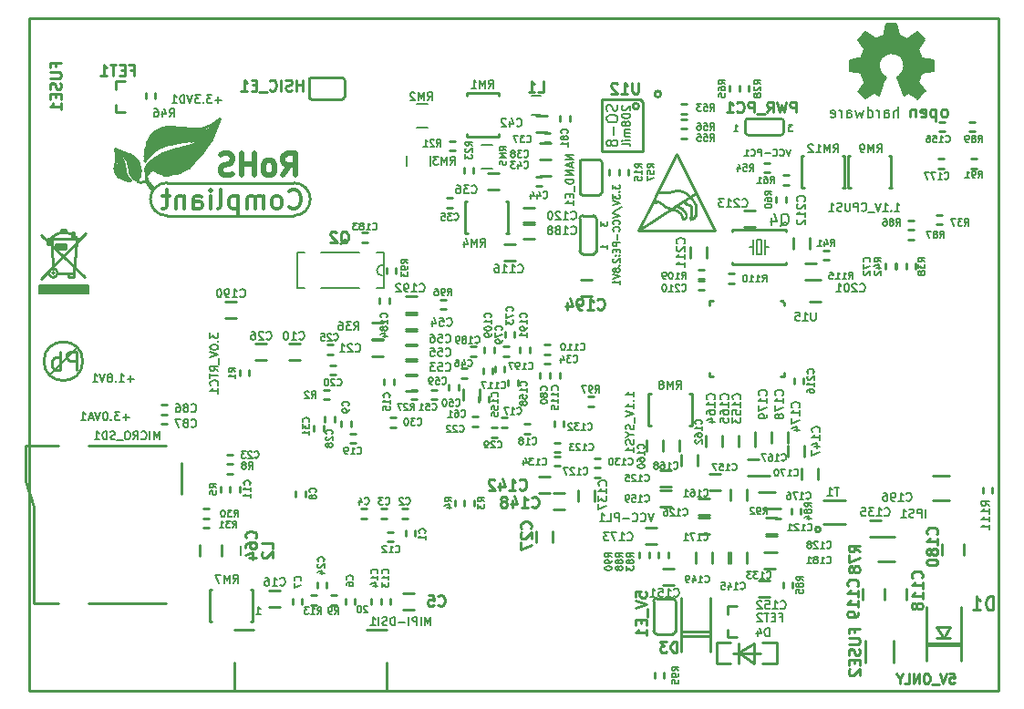
<source format=gbr>
G04 #@! TF.FileFunction,Legend,Bot*
%FSLAX46Y46*%
G04 Gerber Fmt 4.6, Leading zero omitted, Abs format (unit mm)*
G04 Created by KiCad (PCBNEW 201609201018+7184~55~ubuntu14.04.1-) date Fri Sep 23 16:39:03 2016*
%MOMM*%
%LPD*%
G01*
G04 APERTURE LIST*
%ADD10C,0.100000*%
%ADD11C,0.158750*%
%ADD12C,0.222250*%
%ADD13C,0.254000*%
%ADD14C,0.508000*%
%ADD15C,0.127000*%
%ADD16C,1.000000*%
%ADD17C,0.150000*%
%ADD18C,0.370000*%
%ADD19C,0.380000*%
%ADD20C,0.400000*%
%ADD21C,0.420000*%
%ADD22C,0.200000*%
%ADD23C,0.203200*%
%ADD24C,0.190500*%
%ADD25C,0.500000*%
%ADD26C,0.350000*%
%ADD27C,0.165100*%
%ADD28C,0.180000*%
%ADD29C,0.250000*%
G04 APERTURE END LIST*
D10*
D11*
X170899666Y-47404261D02*
X170506571Y-47404261D01*
X170718238Y-47646166D01*
X170627523Y-47646166D01*
X170567047Y-47676404D01*
X170536809Y-47706642D01*
X170506571Y-47767119D01*
X170506571Y-47918309D01*
X170536809Y-47978785D01*
X170567047Y-48009023D01*
X170627523Y-48039261D01*
X170808952Y-48039261D01*
X170869428Y-48009023D01*
X170899666Y-47978785D01*
X165426571Y-48039261D02*
X165789428Y-48039261D01*
X165608000Y-48039261D02*
X165608000Y-47404261D01*
X165668476Y-47494976D01*
X165728952Y-47555452D01*
X165789428Y-47585690D01*
X153068261Y-56430333D02*
X153068261Y-56823428D01*
X153310166Y-56611761D01*
X153310166Y-56702476D01*
X153340404Y-56762952D01*
X153370642Y-56793190D01*
X153431119Y-56823428D01*
X153582309Y-56823428D01*
X153642785Y-56793190D01*
X153673023Y-56762952D01*
X153703261Y-56702476D01*
X153703261Y-56521047D01*
X153673023Y-56460571D01*
X153642785Y-56430333D01*
X153703261Y-58982428D02*
X153703261Y-58619571D01*
X153703261Y-58801000D02*
X153068261Y-58801000D01*
X153158976Y-58740523D01*
X153219452Y-58680047D01*
X153249690Y-58619571D01*
X121103571Y-92870261D02*
X121466428Y-92870261D01*
X121285000Y-92870261D02*
X121285000Y-92235261D01*
X121345476Y-92325976D01*
X121405952Y-92386452D01*
X121466428Y-92416690D01*
X131420809Y-92168738D02*
X131390571Y-92138500D01*
X131330095Y-92108261D01*
X131178904Y-92108261D01*
X131118428Y-92138500D01*
X131088190Y-92168738D01*
X131057952Y-92229214D01*
X131057952Y-92289690D01*
X131088190Y-92380404D01*
X131451047Y-92743261D01*
X131057952Y-92743261D01*
X130664857Y-92108261D02*
X130604380Y-92108261D01*
X130543904Y-92138500D01*
X130513666Y-92168738D01*
X130483428Y-92229214D01*
X130453190Y-92350166D01*
X130453190Y-92501357D01*
X130483428Y-92622309D01*
X130513666Y-92682785D01*
X130543904Y-92713023D01*
X130604380Y-92743261D01*
X130664857Y-92743261D01*
X130725333Y-92713023D01*
X130755571Y-92682785D01*
X130785809Y-92622309D01*
X130816047Y-92501357D01*
X130816047Y-92350166D01*
X130785809Y-92229214D01*
X130755571Y-92168738D01*
X130725333Y-92138500D01*
X130664857Y-92108261D01*
D12*
X185441166Y-98446166D02*
X185864500Y-98446166D01*
X185906833Y-98869500D01*
X185864500Y-98827166D01*
X185779833Y-98784833D01*
X185568166Y-98784833D01*
X185483500Y-98827166D01*
X185441166Y-98869500D01*
X185398833Y-98954166D01*
X185398833Y-99165833D01*
X185441166Y-99250500D01*
X185483500Y-99292833D01*
X185568166Y-99335166D01*
X185779833Y-99335166D01*
X185864500Y-99292833D01*
X185906833Y-99250500D01*
X185144833Y-98446166D02*
X184848500Y-99335166D01*
X184552166Y-98446166D01*
X184467500Y-99419833D02*
X183790166Y-99419833D01*
X183409166Y-98446166D02*
X183239833Y-98446166D01*
X183155166Y-98488500D01*
X183070500Y-98573166D01*
X183028166Y-98742500D01*
X183028166Y-99038833D01*
X183070500Y-99208166D01*
X183155166Y-99292833D01*
X183239833Y-99335166D01*
X183409166Y-99335166D01*
X183493833Y-99292833D01*
X183578500Y-99208166D01*
X183620833Y-99038833D01*
X183620833Y-98742500D01*
X183578500Y-98573166D01*
X183493833Y-98488500D01*
X183409166Y-98446166D01*
X182647166Y-99335166D02*
X182647166Y-98446166D01*
X182139166Y-99335166D01*
X182139166Y-98446166D01*
X181292500Y-99335166D02*
X181715833Y-99335166D01*
X181715833Y-98446166D01*
X180826833Y-98911833D02*
X180826833Y-99335166D01*
X181123166Y-98446166D02*
X180826833Y-98911833D01*
X180530500Y-98446166D01*
D13*
X100000000Y-37500000D02*
X100000000Y-100000000D01*
X190000000Y-37500000D02*
X100000000Y-37500000D01*
X190000000Y-100000000D02*
X190000000Y-37500000D01*
X100000000Y-100000000D02*
X190000000Y-100000000D01*
X176047400Y-53289200D02*
X176263300Y-53289200D01*
X176047400Y-50342800D02*
X176047400Y-53289200D01*
X176237900Y-50342800D02*
X176047400Y-50342800D01*
X180060600Y-53289200D02*
X179844700Y-53289200D01*
X180035200Y-50342800D02*
X179857400Y-50342800D01*
X180047900Y-50342800D02*
X180047900Y-53289200D01*
X133159500Y-60960000D02*
X133159500Y-60706000D01*
X133159500Y-60960000D02*
X133159500Y-61214000D01*
X134048500Y-60960000D02*
X134048500Y-61214000D01*
X134048500Y-60960000D02*
X134048500Y-60706000D01*
X110807500Y-44704000D02*
X110807500Y-44450000D01*
X110807500Y-44704000D02*
X110807500Y-44958000D01*
X111696500Y-44704000D02*
X111696500Y-44958000D01*
X111696500Y-44704000D02*
X111696500Y-44450000D01*
X173473221Y-85039000D02*
G75*
G03X173473221Y-85039000I-246221J0D01*
G01*
X175752000Y-84539000D02*
X173752000Y-84539000D01*
X175752000Y-82339000D02*
X173752000Y-82339000D01*
X112776000Y-52832000D02*
X124587000Y-52832000D01*
X124587000Y-55880000D02*
X112776000Y-55880000D01*
X111920020Y-51849020D02*
X111866680Y-51795680D01*
X111147860Y-51795680D02*
X110871000Y-52070000D01*
X117729000Y-46863000D02*
X116862860Y-48978820D01*
X114879120Y-51366420D02*
X114843560Y-51401980D01*
X112974120Y-52070000D02*
X112458500Y-52070000D01*
X117729000Y-46863000D02*
X116867940Y-47482760D01*
X115150900Y-47820580D02*
X113002060Y-47625000D01*
X110952280Y-49141380D02*
X110804960Y-49740820D01*
X110746540Y-50419000D02*
X110746540Y-50800000D01*
X110848140Y-52024280D02*
X110871000Y-52070000D01*
X111506000Y-53340000D02*
X111320580Y-53154580D01*
X116334540Y-48514000D02*
X116052600Y-48861980D01*
X114025680Y-49613820D02*
X113715800Y-49674780D01*
X111160560Y-50944780D02*
X110990380Y-51132740D01*
X110746540Y-50800000D02*
X110749080Y-50797460D01*
X111805720Y-49725580D02*
X111813340Y-49720500D01*
X113080800Y-49217580D02*
X113598960Y-49143920D01*
X114947700Y-48928020D02*
X116334540Y-48514000D01*
X111506000Y-53467000D02*
X110998000Y-52705000D01*
X110871000Y-52242720D02*
X110871000Y-52197000D01*
X111633000Y-53340000D02*
X111142780Y-52849780D01*
X110871000Y-52578000D02*
X110766860Y-52684680D01*
X110116620Y-52712620D02*
X109982000Y-52578000D01*
X109982000Y-52578000D02*
X110279180Y-52158900D01*
X110162340Y-50957480D02*
X110109000Y-50863500D01*
X109387640Y-50218340D02*
X108966000Y-50038000D01*
X108966000Y-50038000D02*
X107950000Y-49657000D01*
X107950000Y-49657000D02*
X108084620Y-50195480D01*
X108264960Y-52257960D02*
X108287820Y-52280820D01*
X109067600Y-52578000D02*
X109423200Y-52578000D01*
X109969300Y-52578000D02*
X109982000Y-52578000D01*
X108889800Y-51386740D02*
X108915200Y-51777900D01*
X117348000Y-47371000D02*
X116334540Y-48008540D01*
D14*
X116334540Y-48008540D02*
X115189000Y-48008540D01*
X115189000Y-48008540D02*
X114173000Y-47879000D01*
X114173000Y-47879000D02*
X112522000Y-47879000D01*
X112522000Y-47879000D02*
X111887000Y-48260000D01*
X111887000Y-48260000D02*
X111379000Y-48768000D01*
X111379000Y-48768000D02*
X111125000Y-49276000D01*
X111125000Y-49276000D02*
X110998000Y-50292000D01*
X110998000Y-50292000D02*
X111506000Y-49657000D01*
X111506000Y-49657000D02*
X112141000Y-49276000D01*
X112141000Y-49276000D02*
X111887000Y-48768000D01*
X111887000Y-48768000D02*
X111506000Y-49276000D01*
X112268000Y-49276000D02*
X112903000Y-48895000D01*
X112903000Y-48895000D02*
X113411000Y-48895000D01*
X113411000Y-48895000D02*
X113538000Y-48895000D01*
X113538000Y-48895000D02*
X114681000Y-48768000D01*
X114681000Y-48768000D02*
X115951000Y-48387000D01*
X115951000Y-48387000D02*
X116459000Y-48260000D01*
X116459000Y-48260000D02*
X111887000Y-48260000D01*
X111887000Y-48260000D02*
X111887000Y-48514000D01*
X111887000Y-48768000D02*
X111887000Y-48514000D01*
X111887000Y-48514000D02*
X116840000Y-48437800D01*
X111760000Y-48895000D02*
X113411000Y-48895000D01*
X117348000Y-47371000D02*
X116840000Y-48260000D01*
X116840000Y-48260000D02*
X116713000Y-48768000D01*
X116713000Y-48768000D02*
X116334540Y-49276000D01*
X116334540Y-49276000D02*
X116334540Y-48895000D01*
X116334540Y-48895000D02*
X116713000Y-48008540D01*
X116205000Y-49403000D02*
X115824000Y-49911000D01*
X115824000Y-49911000D02*
X115570000Y-50292000D01*
X115570000Y-50292000D02*
X114681000Y-51181000D01*
X114681000Y-51181000D02*
X114173000Y-51562000D01*
X114173000Y-51562000D02*
X113284000Y-51816000D01*
X113284000Y-51816000D02*
X112395000Y-51816000D01*
X112395000Y-51816000D02*
X111633000Y-51308000D01*
X111633000Y-51308000D02*
X111252000Y-51435000D01*
X111252000Y-51435000D02*
X110998000Y-51689000D01*
X110998000Y-51689000D02*
X111252000Y-51181000D01*
X111252000Y-51181000D02*
X111760000Y-50673000D01*
X111760000Y-50673000D02*
X112445800Y-50266600D01*
X112445800Y-50266600D02*
X113842800Y-49784000D01*
X113842800Y-49784000D02*
X114452400Y-49784000D01*
X114452400Y-49784000D02*
X115189000Y-49530000D01*
X115189000Y-49530000D02*
X115951000Y-49149000D01*
X115824000Y-49530000D02*
X115062000Y-50165000D01*
X115062000Y-50165000D02*
X114935000Y-50038000D01*
X114935000Y-50038000D02*
X114808000Y-50038000D01*
X114808000Y-50038000D02*
X113665000Y-50165000D01*
X113665000Y-50165000D02*
X112649000Y-50419000D01*
X112649000Y-50419000D02*
X112014000Y-50927000D01*
X112014000Y-50927000D02*
X111887000Y-51054000D01*
X111887000Y-51054000D02*
X112014000Y-51308000D01*
X112014000Y-51308000D02*
X112268000Y-51308000D01*
X112268000Y-51308000D02*
X112649000Y-51435000D01*
X112649000Y-51435000D02*
X113284000Y-51435000D01*
X113284000Y-51435000D02*
X113665000Y-51308000D01*
X113665000Y-51308000D02*
X114173000Y-51181000D01*
X114173000Y-51181000D02*
X114808000Y-50673000D01*
X114808000Y-50673000D02*
X114935000Y-50546000D01*
X114935000Y-50546000D02*
X114808000Y-50419000D01*
X114808000Y-50419000D02*
X114300000Y-50419000D01*
X114300000Y-50419000D02*
X113284000Y-50673000D01*
X113284000Y-50673000D02*
X113030000Y-50673000D01*
X113030000Y-50673000D02*
X112522000Y-50927000D01*
X112522000Y-50927000D02*
X112522000Y-51054000D01*
X112522000Y-51054000D02*
X112649000Y-51181000D01*
X112649000Y-51181000D02*
X113030000Y-51054000D01*
X113030000Y-51054000D02*
X114300000Y-50800000D01*
D13*
X109679740Y-52453540D02*
X109707680Y-52481480D01*
X109296200Y-51384200D02*
X109296200Y-51376580D01*
X110236000Y-51838860D02*
X110236000Y-51816000D01*
X110236000Y-51816000D02*
X110236000Y-51562000D01*
X110236000Y-51562000D02*
X110109000Y-51562000D01*
X110109000Y-51562000D02*
X109982000Y-51562000D01*
X109982000Y-51562000D02*
X109982000Y-52197000D01*
X110109000Y-51562000D02*
X110109000Y-51689000D01*
X110109000Y-51689000D02*
X110109000Y-52070000D01*
X110109000Y-52070000D02*
X110109000Y-52197000D01*
X110109000Y-52197000D02*
X110109000Y-52324000D01*
X109982000Y-51562000D02*
X109601000Y-51562000D01*
X109601000Y-51562000D02*
X109347000Y-51562000D01*
X109347000Y-51562000D02*
X109855000Y-52451000D01*
X109601000Y-51562000D02*
X109601000Y-52070000D01*
X110109000Y-51689000D02*
X109474000Y-51689000D01*
X110236000Y-51816000D02*
X109474000Y-51816000D01*
X110236000Y-51943000D02*
X109474000Y-51943000D01*
X110109000Y-52070000D02*
X109474000Y-52070000D01*
X110109000Y-52197000D02*
X109601000Y-52197000D01*
X109347000Y-51435000D02*
X110236000Y-51435000D01*
X109347000Y-51308000D02*
X110236000Y-51308000D01*
X109347000Y-51181000D02*
X110109000Y-51181000D01*
X109347000Y-51054000D02*
X110109000Y-51054000D01*
X109220000Y-50927000D02*
X110109000Y-50927000D01*
X109220000Y-50800000D02*
X109982000Y-50800000D01*
X109093000Y-50673000D02*
X109855000Y-50673000D01*
X109093000Y-50546000D02*
X109728000Y-50546000D01*
X108966000Y-50419000D02*
X109474000Y-50419000D01*
X108204000Y-50292000D02*
X108331000Y-50292000D01*
X108331000Y-50292000D02*
X108458000Y-50292000D01*
X108458000Y-50292000D02*
X109347000Y-50292000D01*
X108966000Y-50165000D02*
X108204000Y-50165000D01*
X108712000Y-50038000D02*
X108077000Y-50038000D01*
X108585000Y-49911000D02*
X108077000Y-49911000D01*
X108458000Y-50292000D02*
X108458000Y-50800000D01*
X108331000Y-50292000D02*
X108331000Y-50800000D01*
X108712000Y-50800000D02*
X108204000Y-50800000D01*
X108712000Y-50927000D02*
X108204000Y-50927000D01*
X108839000Y-51054000D02*
X108204000Y-51054000D01*
X108839000Y-51181000D02*
X108077000Y-51181000D01*
X108839000Y-51308000D02*
X108077000Y-51308000D01*
X108839000Y-51435000D02*
X108077000Y-51435000D01*
X108839000Y-51562000D02*
X108077000Y-51562000D01*
X108839000Y-51689000D02*
X108077000Y-51689000D01*
X108839000Y-51816000D02*
X108077000Y-51816000D01*
X108915200Y-51943000D02*
X108077000Y-51943000D01*
X108966000Y-52070000D02*
X108204000Y-52070000D01*
X108966000Y-52197000D02*
X108331000Y-52197000D01*
X109093000Y-52324000D02*
X108458000Y-52324000D01*
X109220000Y-52451000D02*
X108712000Y-52451000D01*
X111252000Y-54356000D02*
G75*
G02X112776000Y-52832000I1524000J0D01*
G01*
X124587000Y-52832000D02*
G75*
G02X126111000Y-54356000I0J-1524000D01*
G01*
X126111000Y-54356000D02*
G75*
G02X124587000Y-55880000I-1524000J0D01*
G01*
X112776000Y-55880000D02*
G75*
G02X111252000Y-54356000I0J1524000D01*
G01*
X112458500Y-52072066D02*
G75*
G02X111920020Y-51849020I0J761526D01*
G01*
X111147860Y-51793140D02*
G75*
G02X111866680Y-51795680I358140J-360680D01*
G01*
X116860464Y-48984447D02*
G75*
G02X114879120Y-51366420I-8344044J4925607D01*
G01*
X114839933Y-51404013D02*
G75*
G02X112974120Y-52070000I-1738813J1924813D01*
G01*
X116865952Y-47480522D02*
G75*
G02X115150900Y-47820580I-1268012J1900222D01*
G01*
X110951736Y-49137585D02*
G75*
G02X113002060Y-47625000I2144304J-760715D01*
G01*
X110744760Y-50418243D02*
G75*
G02X110804960Y-49740820I3049780J70363D01*
G01*
X111318549Y-53155559D02*
G75*
G02X110871000Y-52070000I1086611J1083019D01*
G01*
X116052541Y-48863778D02*
G75*
G02X114025680Y-49613820I-2631381J3997218D01*
G01*
X111161473Y-50944156D02*
G75*
G02X113715800Y-49674780I3654147J-4148444D01*
G01*
X110870155Y-52070069D02*
G75*
G02X110990380Y-51132740I762845J378529D01*
G01*
X110750641Y-50795765D02*
G75*
G02X111805720Y-49725580I3831299J-2722035D01*
G01*
X111817130Y-49717934D02*
G75*
G02X113080800Y-49217580I2134890J-3545866D01*
G01*
X114941379Y-48928186D02*
G75*
G02X113598960Y-49143920I-1812319J6992786D01*
G01*
X111376978Y-53467280D02*
G75*
G02X110871000Y-52242720I1228842J1224560D01*
G01*
X111139258Y-52849710D02*
G75*
G02X110871000Y-52197000I653762J650170D01*
G01*
X110766134Y-52683954D02*
G75*
G02X110408720Y-52832000I-357414J357414D01*
G01*
X110408720Y-52833612D02*
G75*
G02X110116620Y-52712620I0J413092D01*
G01*
X110364874Y-51714901D02*
G75*
G02X110279180Y-52158900I-1195674J501D01*
G01*
X110162794Y-50959321D02*
G75*
G02X110363000Y-51714400I-1323794J-755079D01*
G01*
X109387000Y-50219511D02*
G75*
G02X110109000Y-50863500I-601340J-1400909D01*
G01*
X108085148Y-50198136D02*
G75*
G02X108021120Y-51132740I-1478808J-368184D01*
G01*
X107950283Y-51501487D02*
G75*
G02X108021120Y-51132740I992857J447D01*
G01*
X108263946Y-52258974D02*
G75*
G02X107950000Y-51501040I757934J757934D01*
G01*
X108867497Y-52554453D02*
G75*
G02X108287820Y-52280820I205183J1185493D01*
G01*
X109068927Y-52579303D02*
G75*
G02X108869480Y-52555140I-1327J824263D01*
G01*
X108535795Y-50439066D02*
G75*
G02X108889800Y-51429920I-1408755J-1061974D01*
G01*
X109417340Y-52573613D02*
G75*
G02X108915200Y-51777900I709440J1003993D01*
G01*
X109983788Y-52579791D02*
G75*
G02X109679740Y-52453540I752J431051D01*
G01*
X109706340Y-52481046D02*
G75*
G02X109296200Y-51384200I1118940J1043506D01*
G01*
X108789020Y-50345180D02*
G75*
G02X109296200Y-51376580I-991420J-1127920D01*
G01*
X110235556Y-51840371D02*
G75*
G02X109982000Y-52451000I-865696J1511D01*
G01*
D15*
X136002160Y-45500180D02*
X136997840Y-45500180D01*
X136997840Y-47699820D02*
X136002160Y-47699820D01*
D13*
X140487400Y-57480200D02*
X140703300Y-57480200D01*
X140487400Y-54533800D02*
X140487400Y-57480200D01*
X140677900Y-54533800D02*
X140487400Y-54533800D01*
X144500600Y-57480200D02*
X144284700Y-57480200D01*
X144475200Y-54533800D02*
X144297400Y-54533800D01*
X144487900Y-54533800D02*
X144487900Y-57480200D01*
D15*
X142997840Y-51499820D02*
X142002160Y-51499820D01*
X142002160Y-49300180D02*
X142997840Y-49300180D01*
D13*
X160020000Y-94488000D02*
X160020000Y-91694000D01*
X159766000Y-94742000D02*
X158242000Y-94742000D01*
X159766000Y-91440000D02*
X158242000Y-91440000D01*
X157988000Y-91694000D02*
X157988000Y-94488000D01*
X158242000Y-94742000D02*
G75*
G02X157988000Y-94488000I0J254000D01*
G01*
X157988000Y-91694000D02*
G75*
G02X158242000Y-91440000I254000J0D01*
G01*
X159766000Y-91440000D02*
G75*
G02X160020000Y-91694000I0J-254000D01*
G01*
X160020000Y-94488000D02*
G75*
G02X159766000Y-94742000I-254000J0D01*
G01*
X134955500Y-85400000D02*
X134955500Y-85146000D01*
X134955500Y-85400000D02*
X134955500Y-85654000D01*
X135844500Y-85400000D02*
X135844500Y-85654000D01*
X135844500Y-85400000D02*
X135844500Y-85146000D01*
X134874000Y-83121500D02*
X135128000Y-83121500D01*
X134874000Y-83121500D02*
X134620000Y-83121500D01*
X134874000Y-84010500D02*
X134620000Y-84010500D01*
X134874000Y-84010500D02*
X135128000Y-84010500D01*
X132969000Y-83121500D02*
X133223000Y-83121500D01*
X132969000Y-83121500D02*
X132715000Y-83121500D01*
X132969000Y-84010500D02*
X132715000Y-84010500D01*
X132969000Y-84010500D02*
X133223000Y-84010500D01*
X131064000Y-83121500D02*
X131318000Y-83121500D01*
X131064000Y-83121500D02*
X130810000Y-83121500D01*
X131064000Y-84010500D02*
X130810000Y-84010500D01*
X131064000Y-84010500D02*
X131318000Y-84010500D01*
X134747000Y-90932000D02*
X135763000Y-90932000D01*
X134747000Y-92456000D02*
X135763000Y-92456000D01*
X129355500Y-91700000D02*
X129355500Y-91446000D01*
X129355500Y-91700000D02*
X129355500Y-91954000D01*
X130244500Y-91700000D02*
X130244500Y-91954000D01*
X130244500Y-91700000D02*
X130244500Y-91446000D01*
X124455500Y-91700000D02*
X124455500Y-91446000D01*
X124455500Y-91700000D02*
X124455500Y-91954000D01*
X125344500Y-91700000D02*
X125344500Y-91954000D01*
X125344500Y-91700000D02*
X125344500Y-91446000D01*
X125644500Y-81700000D02*
X125644500Y-81954000D01*
X125644500Y-81700000D02*
X125644500Y-81446000D01*
X124755500Y-81700000D02*
X124755500Y-81446000D01*
X124755500Y-81700000D02*
X124755500Y-81954000D01*
X129857500Y-75184000D02*
X129857500Y-75438000D01*
X129857500Y-75184000D02*
X129857500Y-74930000D01*
X128968500Y-75184000D02*
X128968500Y-74930000D01*
X128968500Y-75184000D02*
X128968500Y-75438000D01*
X124092000Y-67738000D02*
X125108000Y-67738000D01*
X124092000Y-69262000D02*
X125108000Y-69262000D01*
X119544500Y-81300000D02*
X119544500Y-81554000D01*
X119544500Y-81300000D02*
X119544500Y-81046000D01*
X118655500Y-81300000D02*
X118655500Y-81046000D01*
X118655500Y-81300000D02*
X118655500Y-81554000D01*
X133500000Y-86144500D02*
X133246000Y-86144500D01*
X133500000Y-86144500D02*
X133754000Y-86144500D01*
X133500000Y-85255500D02*
X133754000Y-85255500D01*
X133500000Y-85255500D02*
X133246000Y-85255500D01*
X132651500Y-91694000D02*
X132651500Y-91440000D01*
X132651500Y-91694000D02*
X132651500Y-91948000D01*
X133540500Y-91694000D02*
X133540500Y-91948000D01*
X133540500Y-91694000D02*
X133540500Y-91440000D01*
X131762500Y-91694000D02*
X131762500Y-91440000D01*
X131762500Y-91694000D02*
X131762500Y-91948000D01*
X132651500Y-91694000D02*
X132651500Y-91948000D01*
X132651500Y-91694000D02*
X132651500Y-91440000D01*
X132955500Y-71300000D02*
X132955500Y-71046000D01*
X132955500Y-71300000D02*
X132955500Y-71554000D01*
X133844500Y-71300000D02*
X133844500Y-71554000D01*
X133844500Y-71300000D02*
X133844500Y-71046000D01*
X123308000Y-92262000D02*
X122292000Y-92262000D01*
X123308000Y-90738000D02*
X122292000Y-90738000D01*
X144100000Y-75544500D02*
X143846000Y-75544500D01*
X144100000Y-75544500D02*
X144354000Y-75544500D01*
X144100000Y-74655500D02*
X144354000Y-74655500D01*
X144100000Y-74655500D02*
X143846000Y-74655500D01*
X146200000Y-76144500D02*
X145946000Y-76144500D01*
X146200000Y-76144500D02*
X146454000Y-76144500D01*
X146200000Y-75255500D02*
X146454000Y-75255500D01*
X146200000Y-75255500D02*
X145946000Y-75255500D01*
X130048000Y-76136500D02*
X130302000Y-76136500D01*
X130048000Y-76136500D02*
X129794000Y-76136500D01*
X130048000Y-77025500D02*
X129794000Y-77025500D01*
X130048000Y-77025500D02*
X130302000Y-77025500D01*
X128200000Y-70644500D02*
X127946000Y-70644500D01*
X128200000Y-70644500D02*
X128454000Y-70644500D01*
X128200000Y-69755500D02*
X128454000Y-69755500D01*
X128200000Y-69755500D02*
X127946000Y-69755500D01*
X132842000Y-68961000D02*
X131826000Y-68961000D01*
X132842000Y-67437000D02*
X131826000Y-67437000D01*
X141400000Y-74555500D02*
X141654000Y-74555500D01*
X141400000Y-74555500D02*
X141146000Y-74555500D01*
X141400000Y-75444500D02*
X141146000Y-75444500D01*
X141400000Y-75444500D02*
X141654000Y-75444500D01*
X118600000Y-78055500D02*
X118854000Y-78055500D01*
X118600000Y-78055500D02*
X118346000Y-78055500D01*
X118600000Y-78944500D02*
X118346000Y-78944500D01*
X118600000Y-78944500D02*
X118854000Y-78944500D01*
X126755500Y-90200000D02*
X126755500Y-89946000D01*
X126755500Y-90200000D02*
X126755500Y-90454000D01*
X127644500Y-90200000D02*
X127644500Y-90454000D01*
X127644500Y-90200000D02*
X127644500Y-89946000D01*
X127900000Y-68744500D02*
X127646000Y-68744500D01*
X127900000Y-68744500D02*
X128154000Y-68744500D01*
X127900000Y-67855500D02*
X128154000Y-67855500D01*
X127900000Y-67855500D02*
X127646000Y-67855500D01*
X122008000Y-69262000D02*
X120992000Y-69262000D01*
X122008000Y-67738000D02*
X120992000Y-67738000D01*
X147066000Y-86233000D02*
X147066000Y-85217000D01*
X148590000Y-86233000D02*
X148590000Y-85217000D01*
X127455500Y-74800000D02*
X127455500Y-74546000D01*
X127455500Y-74800000D02*
X127455500Y-75054000D01*
X128344500Y-74800000D02*
X128344500Y-75054000D01*
X128344500Y-74800000D02*
X128344500Y-74546000D01*
X143200000Y-75555500D02*
X143454000Y-75555500D01*
X143200000Y-75555500D02*
X142946000Y-75555500D01*
X143200000Y-76444500D02*
X142946000Y-76444500D01*
X143200000Y-76444500D02*
X143454000Y-76444500D01*
X133800000Y-75544500D02*
X133546000Y-75544500D01*
X133800000Y-75544500D02*
X134054000Y-75544500D01*
X133800000Y-74655500D02*
X134054000Y-74655500D01*
X133800000Y-74655500D02*
X133546000Y-74655500D01*
X127344500Y-75600000D02*
X127344500Y-75854000D01*
X127344500Y-75600000D02*
X127344500Y-75346000D01*
X126455500Y-75600000D02*
X126455500Y-75346000D01*
X126455500Y-75600000D02*
X126455500Y-75854000D01*
X148100000Y-68755500D02*
X148354000Y-68755500D01*
X148100000Y-68755500D02*
X147846000Y-68755500D01*
X148100000Y-69644500D02*
X147846000Y-69644500D01*
X148100000Y-69644500D02*
X148354000Y-69644500D01*
X139000000Y-55144500D02*
X138746000Y-55144500D01*
X139000000Y-55144500D02*
X139254000Y-55144500D01*
X139000000Y-54255500D02*
X139254000Y-54255500D01*
X139000000Y-54255500D02*
X138746000Y-54255500D01*
X143637000Y-53467000D02*
X142621000Y-53467000D01*
X143637000Y-51943000D02*
X142621000Y-51943000D01*
X148082000Y-48196500D02*
X148336000Y-48196500D01*
X148082000Y-48196500D02*
X147828000Y-48196500D01*
X148082000Y-49085500D02*
X147828000Y-49085500D01*
X148082000Y-49085500D02*
X148336000Y-49085500D01*
X148463000Y-50673000D02*
X147447000Y-50673000D01*
X148463000Y-49149000D02*
X147447000Y-49149000D01*
X147066000Y-46609000D02*
X148082000Y-46609000D01*
X147066000Y-48133000D02*
X148082000Y-48133000D01*
X147447000Y-50673000D02*
X148463000Y-50673000D01*
X147447000Y-52197000D02*
X148463000Y-52197000D01*
X147320000Y-53149500D02*
X147066000Y-53149500D01*
X147320000Y-53149500D02*
X147574000Y-53149500D01*
X147320000Y-52260500D02*
X147574000Y-52260500D01*
X147320000Y-52260500D02*
X147066000Y-52260500D01*
X140400000Y-70055500D02*
X140654000Y-70055500D01*
X140400000Y-70055500D02*
X140146000Y-70055500D01*
X140400000Y-70944500D02*
X140146000Y-70944500D01*
X140400000Y-70944500D02*
X140654000Y-70944500D01*
X138980500Y-71825000D02*
X138980500Y-71571000D01*
X138980500Y-71825000D02*
X138980500Y-72079000D01*
X139869500Y-71825000D02*
X139869500Y-72079000D01*
X139869500Y-71825000D02*
X139869500Y-71571000D01*
X137600000Y-72055500D02*
X137854000Y-72055500D01*
X137600000Y-72055500D02*
X137346000Y-72055500D01*
X137600000Y-72944500D02*
X137346000Y-72944500D01*
X137600000Y-72944500D02*
X137854000Y-72944500D01*
X136017000Y-70739000D02*
X135001000Y-70739000D01*
X136017000Y-69215000D02*
X135001000Y-69215000D01*
X135001000Y-65024000D02*
X136017000Y-65024000D01*
X135001000Y-66548000D02*
X136017000Y-66548000D01*
X136017000Y-69342000D02*
X135001000Y-69342000D01*
X136017000Y-67818000D02*
X135001000Y-67818000D01*
X135001000Y-66421000D02*
X136017000Y-66421000D01*
X135001000Y-67945000D02*
X136017000Y-67945000D01*
X135001000Y-70612000D02*
X136017000Y-70612000D01*
X135001000Y-72136000D02*
X136017000Y-72136000D01*
X141812000Y-71967000D02*
X141812000Y-72983000D01*
X140288000Y-71967000D02*
X140288000Y-72983000D01*
X117856000Y-86487000D02*
X117856000Y-87503000D01*
X115824000Y-86487000D02*
X115824000Y-87503000D01*
X180403500Y-60579000D02*
X180403500Y-60833000D01*
X180403500Y-60579000D02*
X180403500Y-60325000D01*
X179514500Y-60579000D02*
X179514500Y-60325000D01*
X179514500Y-60579000D02*
X179514500Y-60833000D01*
X144180500Y-66950000D02*
X144180500Y-66696000D01*
X144180500Y-66950000D02*
X144180500Y-67204000D01*
X145069500Y-66950000D02*
X145069500Y-67204000D01*
X145069500Y-66950000D02*
X145069500Y-66696000D01*
X144300000Y-68944500D02*
X144046000Y-68944500D01*
X144300000Y-68944500D02*
X144554000Y-68944500D01*
X144300000Y-68055500D02*
X144554000Y-68055500D01*
X144300000Y-68055500D02*
X144046000Y-68055500D01*
X147455500Y-70700000D02*
X147455500Y-70446000D01*
X147455500Y-70700000D02*
X147455500Y-70954000D01*
X148344500Y-70700000D02*
X148344500Y-70954000D01*
X148344500Y-70700000D02*
X148344500Y-70446000D01*
X143144500Y-68400000D02*
X143144500Y-68654000D01*
X143144500Y-68400000D02*
X143144500Y-68146000D01*
X142255500Y-68400000D02*
X142255500Y-68146000D01*
X142255500Y-68400000D02*
X142255500Y-68654000D01*
X148100000Y-67855500D02*
X148354000Y-67855500D01*
X148100000Y-67855500D02*
X147846000Y-67855500D01*
X148100000Y-68744500D02*
X147846000Y-68744500D01*
X148100000Y-68744500D02*
X148354000Y-68744500D01*
X149244500Y-70700000D02*
X149244500Y-70954000D01*
X149244500Y-70700000D02*
X149244500Y-70446000D01*
X148355500Y-70700000D02*
X148355500Y-70446000D01*
X148355500Y-70700000D02*
X148355500Y-70954000D01*
X145161000Y-60071000D02*
X144145000Y-60071000D01*
X145161000Y-58547000D02*
X144145000Y-58547000D01*
X143044500Y-70300000D02*
X143044500Y-70554000D01*
X143044500Y-70300000D02*
X143044500Y-70046000D01*
X142155500Y-70300000D02*
X142155500Y-70046000D01*
X142155500Y-70300000D02*
X142155500Y-70554000D01*
X181483000Y-90551000D02*
X181483000Y-91567000D01*
X179451000Y-90551000D02*
X179451000Y-91567000D01*
X179451000Y-90551000D02*
X179451000Y-91567000D01*
X177419000Y-90551000D02*
X177419000Y-91567000D01*
X146939000Y-56642000D02*
X145923000Y-56642000D01*
X146939000Y-55118000D02*
X145923000Y-55118000D01*
X169418000Y-85471000D02*
X168402000Y-85471000D01*
X169418000Y-83947000D02*
X168402000Y-83947000D01*
X149000000Y-77844500D02*
X148746000Y-77844500D01*
X149000000Y-77844500D02*
X149254000Y-77844500D01*
X149000000Y-76955500D02*
X149254000Y-76955500D01*
X149000000Y-76955500D02*
X148746000Y-76955500D01*
X158623000Y-79502000D02*
X159639000Y-79502000D01*
X158623000Y-81026000D02*
X159639000Y-81026000D01*
X163195000Y-83693000D02*
X162179000Y-83693000D01*
X163195000Y-82169000D02*
X162179000Y-82169000D01*
X152781000Y-79311500D02*
X153035000Y-79311500D01*
X152781000Y-79311500D02*
X152527000Y-79311500D01*
X152781000Y-80200500D02*
X152527000Y-80200500D01*
X152781000Y-80200500D02*
X153035000Y-80200500D01*
X169418000Y-87122000D02*
X168402000Y-87122000D01*
X169418000Y-85598000D02*
X168402000Y-85598000D01*
X152781000Y-78422500D02*
X153035000Y-78422500D01*
X152781000Y-78422500D02*
X152527000Y-78422500D01*
X152781000Y-79311500D02*
X152527000Y-79311500D01*
X152781000Y-79311500D02*
X153035000Y-79311500D01*
X148755500Y-75200000D02*
X148755500Y-74946000D01*
X148755500Y-75200000D02*
X148755500Y-75454000D01*
X149644500Y-75200000D02*
X149644500Y-75454000D01*
X149644500Y-75200000D02*
X149644500Y-74946000D01*
X166624000Y-87122000D02*
X166624000Y-88138000D01*
X165100000Y-87122000D02*
X165100000Y-88138000D01*
X149000000Y-79144500D02*
X148746000Y-79144500D01*
X149000000Y-79144500D02*
X149254000Y-79144500D01*
X149000000Y-78255500D02*
X149254000Y-78255500D01*
X149000000Y-78255500D02*
X148746000Y-78255500D01*
X178054000Y-84201000D02*
X179070000Y-84201000D01*
X178054000Y-85725000D02*
X179070000Y-85725000D01*
X151003000Y-82423000D02*
X151003000Y-81407000D01*
X152527000Y-82423000D02*
X152527000Y-81407000D01*
X147320000Y-80137000D02*
X148336000Y-80137000D01*
X147320000Y-81661000D02*
X148336000Y-81661000D01*
X164973000Y-87122000D02*
X164973000Y-88138000D01*
X163449000Y-87122000D02*
X163449000Y-88138000D01*
X171704000Y-80391000D02*
X171704000Y-79375000D01*
X173228000Y-80391000D02*
X173228000Y-79375000D01*
X148717000Y-81661000D02*
X149733000Y-81661000D01*
X148717000Y-83185000D02*
X149733000Y-83185000D01*
X161925000Y-88138000D02*
X161925000Y-87122000D01*
X163449000Y-88138000D02*
X163449000Y-87122000D01*
X159893000Y-90170000D02*
X158877000Y-90170000D01*
X159893000Y-88646000D02*
X158877000Y-88646000D01*
X168783000Y-91313000D02*
X167767000Y-91313000D01*
X168783000Y-89789000D02*
X167767000Y-89789000D01*
X167386000Y-76327000D02*
X167386000Y-77343000D01*
X165862000Y-76327000D02*
X165862000Y-77343000D01*
X142644500Y-72900000D02*
X142644500Y-73154000D01*
X142644500Y-72900000D02*
X142644500Y-72646000D01*
X141755500Y-72900000D02*
X141755500Y-72646000D01*
X141755500Y-72900000D02*
X141755500Y-73154000D01*
X184785000Y-48069500D02*
X184531000Y-48069500D01*
X184785000Y-48069500D02*
X185039000Y-48069500D01*
X184785000Y-47180500D02*
X185039000Y-47180500D01*
X184785000Y-47180500D02*
X184531000Y-47180500D01*
X165100000Y-82296000D02*
X165100000Y-81280000D01*
X166624000Y-82296000D02*
X166624000Y-81280000D01*
X145344500Y-71400000D02*
X145344500Y-71654000D01*
X145344500Y-71400000D02*
X145344500Y-71146000D01*
X144455500Y-71400000D02*
X144455500Y-71146000D01*
X144455500Y-71400000D02*
X144455500Y-71654000D01*
X158623000Y-81407000D02*
X159639000Y-81407000D01*
X158623000Y-82931000D02*
X159639000Y-82931000D01*
X157353000Y-77724000D02*
X157353000Y-76708000D01*
X158877000Y-77724000D02*
X158877000Y-76708000D01*
X164211000Y-81407000D02*
X163195000Y-81407000D01*
X164211000Y-79883000D02*
X163195000Y-79883000D01*
X162052000Y-78105000D02*
X162052000Y-79121000D01*
X160528000Y-78105000D02*
X160528000Y-79121000D01*
X164338000Y-76327000D02*
X164338000Y-77343000D01*
X162814000Y-76327000D02*
X162814000Y-77343000D01*
X165862000Y-76327000D02*
X165862000Y-77343000D01*
X164338000Y-76327000D02*
X164338000Y-77343000D01*
X166751000Y-78486000D02*
X167767000Y-78486000D01*
X166751000Y-80010000D02*
X167767000Y-80010000D01*
X158877000Y-77724000D02*
X158877000Y-76708000D01*
X160401000Y-77724000D02*
X160401000Y-76708000D01*
X167767000Y-80010000D02*
X168783000Y-80010000D01*
X167767000Y-81534000D02*
X168783000Y-81534000D01*
X162179000Y-83947000D02*
X163195000Y-83947000D01*
X162179000Y-85471000D02*
X163195000Y-85471000D01*
X158242000Y-86360000D02*
X157226000Y-86360000D01*
X158242000Y-84836000D02*
X157226000Y-84836000D01*
X171958000Y-77216000D02*
X171958000Y-78232000D01*
X170434000Y-77216000D02*
X170434000Y-78232000D01*
X168275000Y-81534000D02*
X169291000Y-81534000D01*
X168275000Y-83058000D02*
X169291000Y-83058000D01*
X184658000Y-51498500D02*
X184404000Y-51498500D01*
X184658000Y-51498500D02*
X184912000Y-51498500D01*
X184658000Y-50609500D02*
X184912000Y-50609500D01*
X184658000Y-50609500D02*
X184404000Y-50609500D01*
X170434000Y-75946000D02*
X170434000Y-76962000D01*
X168910000Y-75946000D02*
X168910000Y-76962000D01*
X168910000Y-75946000D02*
X168910000Y-76962000D01*
X167386000Y-75946000D02*
X167386000Y-76962000D01*
X186817000Y-86360000D02*
X186817000Y-87376000D01*
X184785000Y-86360000D02*
X184785000Y-87376000D01*
X168275000Y-87122000D02*
X169291000Y-87122000D01*
X168275000Y-88646000D02*
X169291000Y-88646000D01*
X131191000Y-57467500D02*
X131445000Y-57467500D01*
X131191000Y-57467500D02*
X130937000Y-57467500D01*
X131191000Y-58356500D02*
X130937000Y-58356500D01*
X131191000Y-58356500D02*
X131445000Y-58356500D01*
X132524500Y-63754000D02*
X132524500Y-63500000D01*
X132524500Y-63754000D02*
X132524500Y-64008000D01*
X133413500Y-63754000D02*
X133413500Y-64008000D01*
X133413500Y-63754000D02*
X133413500Y-63500000D01*
X146939000Y-58039000D02*
X145923000Y-58039000D01*
X146939000Y-56515000D02*
X145923000Y-56515000D01*
X141200000Y-68944500D02*
X140946000Y-68944500D01*
X141200000Y-68944500D02*
X141454000Y-68944500D01*
X141200000Y-68055500D02*
X141454000Y-68055500D01*
X141200000Y-68055500D02*
X140946000Y-68055500D01*
X119253000Y-65405000D02*
X118237000Y-65405000D01*
X119253000Y-63881000D02*
X118237000Y-63881000D01*
X145555500Y-68400000D02*
X145555500Y-68146000D01*
X145555500Y-68400000D02*
X145555500Y-68654000D01*
X146444500Y-68400000D02*
X146444500Y-68654000D01*
X146444500Y-68400000D02*
X146444500Y-68146000D01*
X135001000Y-63373000D02*
X136017000Y-63373000D01*
X135001000Y-64897000D02*
X136017000Y-64897000D01*
X152273000Y-63373000D02*
X151257000Y-63373000D01*
X152273000Y-61849000D02*
X151257000Y-61849000D01*
X163275000Y-94543000D02*
X160575000Y-94543000D01*
X163275000Y-91353000D02*
X163275000Y-96353000D01*
X163275000Y-94983000D02*
X160575000Y-94983000D01*
X160575000Y-96353000D02*
X160575000Y-91353000D01*
X167284400Y-95580200D02*
X167284400Y-97485200D01*
X165912800Y-95580200D02*
X165912800Y-97485200D01*
X165912800Y-96494600D02*
X167284400Y-97485200D01*
X167284400Y-95580200D02*
X165912800Y-96494600D01*
X167868600Y-96532700D02*
X165392100Y-96532700D01*
X163817300Y-97510600D02*
X165112700Y-97510600D01*
X163830000Y-95504000D02*
X165125400Y-95504000D01*
X163804600Y-97510600D02*
X163804600Y-95516700D01*
X169456100Y-97523300D02*
X168084500Y-97523300D01*
X169456100Y-95504000D02*
X168084500Y-95504000D01*
X169456100Y-97523300D02*
X169456100Y-95504000D01*
X108077000Y-44119800D02*
X108077000Y-43408600D01*
X108915200Y-43408600D02*
X108077000Y-43408600D01*
X108915200Y-46253400D02*
X108077000Y-46253400D01*
X108077000Y-46253400D02*
X108077000Y-45542200D01*
X164846000Y-92887800D02*
X164846000Y-92176600D01*
X165684200Y-92176600D02*
X164846000Y-92176600D01*
X165684200Y-95021400D02*
X164846000Y-95021400D01*
X164846000Y-95021400D02*
X164846000Y-94310200D01*
X180243000Y-95393000D02*
X180243000Y-97393000D01*
X177643000Y-95393000D02*
X177643000Y-97393000D01*
D15*
X147497800Y-46482000D02*
X146659600Y-46482000D01*
X147497800Y-44704000D02*
X146659600Y-44704000D01*
X117856000Y-87426800D02*
X117856000Y-86588600D01*
X119634000Y-87426800D02*
X119634000Y-86588600D01*
D13*
X153162000Y-53721000D02*
X153162000Y-50927000D01*
X152908000Y-53975000D02*
X151384000Y-53975000D01*
X152908000Y-50673000D02*
X151384000Y-50673000D01*
X151130000Y-50927000D02*
X151130000Y-53721000D01*
X151384000Y-53975000D02*
G75*
G02X151130000Y-53721000I0J254000D01*
G01*
X151130000Y-50927000D02*
G75*
G02X151384000Y-50673000I254000J0D01*
G01*
X152908000Y-50673000D02*
G75*
G02X153162000Y-50927000I0J-254000D01*
G01*
X153162000Y-53721000D02*
G75*
G02X152908000Y-53975000I-254000J0D01*
G01*
D15*
X125552200Y-62611000D02*
X124968000Y-62611000D01*
X125552200Y-59309000D02*
X124917200Y-59309000D01*
X132918200Y-62611000D02*
X132283200Y-62611000D01*
X132918200Y-59309000D02*
X132283200Y-59309000D01*
X132791200Y-61468000D02*
G75*
G02X132283200Y-60960000I0J508000D01*
G01*
X132283200Y-60960000D02*
G75*
G02X132791200Y-60452000I508000J0D01*
G01*
X132918200Y-59309000D02*
X132918200Y-62611000D01*
X124917200Y-59309000D02*
X124917200Y-62611000D01*
X130683000Y-62611000D02*
X127127000Y-62611000D01*
X130683000Y-59309000D02*
X127127000Y-59309000D01*
D13*
X127600000Y-72944500D02*
X127346000Y-72944500D01*
X127600000Y-72944500D02*
X127854000Y-72944500D01*
X127600000Y-72055500D02*
X127854000Y-72055500D01*
X127600000Y-72055500D02*
X127346000Y-72055500D01*
X141287500Y-82550000D02*
X141287500Y-82804000D01*
X141287500Y-82550000D02*
X141287500Y-82296000D01*
X140398500Y-82550000D02*
X140398500Y-82296000D01*
X140398500Y-82550000D02*
X140398500Y-82804000D01*
X140398500Y-82550000D02*
X140398500Y-82804000D01*
X140398500Y-82550000D02*
X140398500Y-82296000D01*
X139509500Y-82550000D02*
X139509500Y-82296000D01*
X139509500Y-82550000D02*
X139509500Y-82804000D01*
X168529000Y-50990500D02*
X168783000Y-50990500D01*
X168529000Y-50990500D02*
X168275000Y-50990500D01*
X168529000Y-51879500D02*
X168275000Y-51879500D01*
X168529000Y-51879500D02*
X168783000Y-51879500D01*
X170243500Y-54356000D02*
X170243500Y-54610000D01*
X170243500Y-54356000D02*
X170243500Y-54102000D01*
X169354500Y-54356000D02*
X169354500Y-54102000D01*
X169354500Y-54356000D02*
X169354500Y-54610000D01*
X138430000Y-63690500D02*
X138684000Y-63690500D01*
X138430000Y-63690500D02*
X138176000Y-63690500D01*
X138430000Y-64579500D02*
X138176000Y-64579500D01*
X138430000Y-64579500D02*
X138684000Y-64579500D01*
X152146000Y-73596500D02*
X151892000Y-73596500D01*
X152146000Y-73596500D02*
X152400000Y-73596500D01*
X152146000Y-72707500D02*
X152400000Y-72707500D01*
X152146000Y-72707500D02*
X151892000Y-72707500D01*
X143573200Y-48506600D02*
X143573200Y-48290700D01*
X140626800Y-48506600D02*
X143573200Y-48506600D01*
X140626800Y-48316100D02*
X140626800Y-48506600D01*
X143573200Y-44493400D02*
X143573200Y-44709300D01*
X140626800Y-44518800D02*
X140626800Y-44696600D01*
X140626800Y-44506100D02*
X143573200Y-44506100D01*
D15*
X135044180Y-51297840D02*
X135044180Y-50302160D01*
X137243820Y-50302160D02*
X137243820Y-51297840D01*
D13*
X116738400Y-93548200D02*
X116954300Y-93548200D01*
X116738400Y-90601800D02*
X116738400Y-93548200D01*
X116928900Y-90601800D02*
X116738400Y-90601800D01*
X120751600Y-93548200D02*
X120535700Y-93548200D01*
X120726200Y-90601800D02*
X120548400Y-90601800D01*
X120738900Y-90601800D02*
X120738900Y-93548200D01*
X171729400Y-53289200D02*
X171945300Y-53289200D01*
X171729400Y-50342800D02*
X171729400Y-53289200D01*
X171919900Y-50342800D02*
X171729400Y-50342800D01*
X175742600Y-53289200D02*
X175526700Y-53289200D01*
X175717200Y-50342800D02*
X175539400Y-50342800D01*
X175729900Y-50342800D02*
X175729900Y-53289200D01*
X184531000Y-56705500D02*
X184277000Y-56705500D01*
X184531000Y-56705500D02*
X184785000Y-56705500D01*
X184531000Y-55816500D02*
X184785000Y-55816500D01*
X184531000Y-55816500D02*
X184277000Y-55816500D01*
X181419500Y-60579000D02*
X181419500Y-60325000D01*
X181419500Y-60579000D02*
X181419500Y-60833000D01*
X182308500Y-60579000D02*
X182308500Y-60833000D01*
X182308500Y-60579000D02*
X182308500Y-60325000D01*
X173990000Y-59118500D02*
X174244000Y-59118500D01*
X173990000Y-59118500D02*
X173736000Y-59118500D01*
X173990000Y-60007500D02*
X173736000Y-60007500D01*
X173990000Y-60007500D02*
X174244000Y-60007500D01*
X181419500Y-60579000D02*
X181419500Y-60833000D01*
X181419500Y-60579000D02*
X181419500Y-60325000D01*
X180530500Y-60579000D02*
X180530500Y-60325000D01*
X180530500Y-60579000D02*
X180530500Y-60833000D01*
X170307000Y-53022500D02*
X170053000Y-53022500D01*
X170307000Y-53022500D02*
X170561000Y-53022500D01*
X170307000Y-52133500D02*
X170561000Y-52133500D01*
X170307000Y-52133500D02*
X170053000Y-52133500D01*
X126238000Y-45085000D02*
X129032000Y-45085000D01*
X125984000Y-44831000D02*
X125984000Y-43307000D01*
X129286000Y-44831000D02*
X129286000Y-43307000D01*
X129032000Y-43053000D02*
X126238000Y-43053000D01*
X125984000Y-43307000D02*
G75*
G02X126238000Y-43053000I254000J0D01*
G01*
X129032000Y-43053000D02*
G75*
G02X129286000Y-43307000I0J-254000D01*
G01*
X129286000Y-44831000D02*
G75*
G02X129032000Y-45085000I-254000J0D01*
G01*
X126238000Y-45085000D02*
G75*
G02X125984000Y-44831000I0J254000D01*
G01*
X143255500Y-70100000D02*
X143255500Y-69846000D01*
X143255500Y-70100000D02*
X143255500Y-70354000D01*
X144144500Y-70100000D02*
X144144500Y-70354000D01*
X144144500Y-70100000D02*
X144144500Y-69846000D01*
X169989500Y-90170000D02*
X169989500Y-89916000D01*
X169989500Y-90170000D02*
X169989500Y-90424000D01*
X170878500Y-90170000D02*
X170878500Y-90424000D01*
X170878500Y-90170000D02*
X170878500Y-89916000D01*
X170751500Y-83312000D02*
X170751500Y-83058000D01*
X170751500Y-83312000D02*
X170751500Y-83566000D01*
X171640500Y-83312000D02*
X171640500Y-83566000D01*
X171640500Y-83312000D02*
X171640500Y-83058000D01*
X180340000Y-85725000D02*
X178816000Y-85725000D01*
X180340000Y-88011000D02*
X178816000Y-88011000D01*
X169545000Y-83121500D02*
X169799000Y-83121500D01*
X169545000Y-83121500D02*
X169291000Y-83121500D01*
X169545000Y-84010500D02*
X169291000Y-84010500D01*
X169545000Y-84010500D02*
X169799000Y-84010500D01*
X157543500Y-87376000D02*
X157543500Y-87630000D01*
X157543500Y-87376000D02*
X157543500Y-87122000D01*
X156654500Y-87376000D02*
X156654500Y-87122000D01*
X156654500Y-87376000D02*
X156654500Y-87630000D01*
X158432500Y-87376000D02*
X158432500Y-87630000D01*
X158432500Y-87376000D02*
X158432500Y-87122000D01*
X157543500Y-87376000D02*
X157543500Y-87122000D01*
X157543500Y-87376000D02*
X157543500Y-87630000D01*
X187579000Y-47180500D02*
X187833000Y-47180500D01*
X187579000Y-47180500D02*
X187325000Y-47180500D01*
X187579000Y-48069500D02*
X187325000Y-48069500D01*
X187579000Y-48069500D02*
X187833000Y-48069500D01*
X158432500Y-87376000D02*
X158432500Y-87122000D01*
X158432500Y-87376000D02*
X158432500Y-87630000D01*
X159321500Y-87376000D02*
X159321500Y-87630000D01*
X159321500Y-87376000D02*
X159321500Y-87122000D01*
X187706000Y-50609500D02*
X187960000Y-50609500D01*
X187706000Y-50609500D02*
X187452000Y-50609500D01*
X187706000Y-51498500D02*
X187452000Y-51498500D01*
X187706000Y-51498500D02*
X187960000Y-51498500D01*
X158051500Y-98552000D02*
X158051500Y-98298000D01*
X158051500Y-98552000D02*
X158051500Y-98806000D01*
X158940500Y-98552000D02*
X158940500Y-98806000D01*
X158940500Y-98552000D02*
X158940500Y-98298000D01*
X116459000Y-84010500D02*
X116205000Y-84010500D01*
X116459000Y-84010500D02*
X116713000Y-84010500D01*
X116459000Y-83121500D02*
X116713000Y-83121500D01*
X116459000Y-83121500D02*
X116205000Y-83121500D01*
X116459000Y-84899500D02*
X116205000Y-84899500D01*
X116459000Y-84899500D02*
X116713000Y-84899500D01*
X116459000Y-84010500D02*
X116713000Y-84010500D01*
X116459000Y-84010500D02*
X116205000Y-84010500D01*
X154749500Y-51816000D02*
X154749500Y-52070000D01*
X154749500Y-51816000D02*
X154749500Y-51562000D01*
X153860500Y-51816000D02*
X153860500Y-51562000D01*
X153860500Y-51816000D02*
X153860500Y-52070000D01*
X139319000Y-49847500D02*
X139065000Y-49847500D01*
X139319000Y-49847500D02*
X139573000Y-49847500D01*
X139319000Y-48958500D02*
X139573000Y-48958500D01*
X139319000Y-48958500D02*
X139065000Y-48958500D01*
X140355500Y-51700000D02*
X140355500Y-51446000D01*
X140355500Y-51700000D02*
X140355500Y-51954000D01*
X141244500Y-51700000D02*
X141244500Y-51954000D01*
X141244500Y-51700000D02*
X141244500Y-51446000D01*
X135763000Y-72961500D02*
X135509000Y-72961500D01*
X135763000Y-72961500D02*
X136017000Y-72961500D01*
X135763000Y-72072500D02*
X136017000Y-72072500D01*
X135763000Y-72072500D02*
X135509000Y-72072500D01*
X120444500Y-70500000D02*
X120444500Y-70754000D01*
X120444500Y-70500000D02*
X120444500Y-70246000D01*
X119555500Y-70500000D02*
X119555500Y-70246000D01*
X119555500Y-70500000D02*
X119555500Y-70754000D01*
X117755500Y-81300000D02*
X117755500Y-81046000D01*
X117755500Y-81300000D02*
X117755500Y-81554000D01*
X118644500Y-81300000D02*
X118644500Y-81554000D01*
X118644500Y-81300000D02*
X118644500Y-81046000D01*
X118600000Y-79844500D02*
X118346000Y-79844500D01*
X118600000Y-79844500D02*
X118854000Y-79844500D01*
X118600000Y-78955500D02*
X118854000Y-78955500D01*
X118600000Y-78955500D02*
X118346000Y-78955500D01*
X128300000Y-91155500D02*
X128554000Y-91155500D01*
X128300000Y-91155500D02*
X128046000Y-91155500D01*
X128300000Y-92044500D02*
X128046000Y-92044500D01*
X128300000Y-92044500D02*
X128554000Y-92044500D01*
X126400000Y-92044500D02*
X126146000Y-92044500D01*
X126400000Y-92044500D02*
X126654000Y-92044500D01*
X126400000Y-91155500D02*
X126654000Y-91155500D01*
X126400000Y-91155500D02*
X126146000Y-91155500D01*
X160147000Y-50165000D02*
X163703000Y-57277000D01*
X163703000Y-57277000D02*
X156591000Y-57277000D01*
X156591000Y-57277000D02*
X157924500Y-54610000D01*
X157924500Y-54610000D02*
X158369000Y-53721000D01*
X158369000Y-53721000D02*
X160147000Y-50165000D01*
X161925000Y-53784500D02*
X156591000Y-57277000D01*
X159550100Y-53721000D02*
X158369000Y-53721000D01*
X157924500Y-54610000D02*
X158242000Y-54610000D01*
X160909000Y-56197500D02*
X160756600Y-56197500D01*
X161861500Y-54800500D02*
X161861500Y-55880000D01*
X161417000Y-56197500D02*
X161417000Y-56070500D01*
X161480500Y-56007000D02*
X161480500Y-54991000D01*
X161480500Y-56007000D02*
X161544000Y-56007000D01*
X159766721Y-53657678D02*
G75*
G02X161353500Y-54165500I466639J-1274902D01*
G01*
X159765915Y-53659114D02*
G75*
G02X159550100Y-53721000I-182795J230214D01*
G01*
X158241301Y-54610474D02*
G75*
G02X158750000Y-54800500I64199J-604046D01*
G01*
X159572461Y-55246576D02*
G75*
G02X158750000Y-54800500I147819J1253796D01*
G01*
X160084708Y-54992166D02*
G75*
G02X161036000Y-55753000I-285688J-1332334D01*
G01*
X160146915Y-55436965D02*
G75*
G02X160718500Y-56197500I-284395J-808795D01*
G01*
X159707275Y-55309493D02*
G75*
G02X160147000Y-55435500I-825195J-3709947D01*
G01*
X161035967Y-56070600D02*
G75*
G02X160909000Y-56197500I-190467J63600D01*
G01*
X161035068Y-55753674D02*
G75*
G02X161036000Y-56070500I-316568J-159346D01*
G01*
X161478935Y-54992845D02*
G75*
G02X160782000Y-54546500I153965J1007685D01*
G01*
X161669549Y-54483142D02*
G75*
G02X161353500Y-54165500I478971J792622D01*
G01*
X161672048Y-54484575D02*
G75*
G02X161861500Y-54800500I-168688J-315925D01*
G01*
X161861500Y-55880000D02*
G75*
G02X161480500Y-56261000I-381000J0D01*
G01*
X161478071Y-56263545D02*
G75*
G02X161417000Y-56197500I2429J63505D01*
G01*
X161417000Y-56070500D02*
G75*
G02X161480500Y-56007000I63500J0D01*
G01*
X161544000Y-56007000D02*
G75*
G02X161671000Y-56134000I0J-127000D01*
G01*
D16*
X178922680Y-43103800D02*
X178589940Y-43835320D01*
X178922680Y-43195240D02*
X177741580Y-44208700D01*
X178808380Y-43058080D02*
X178191160Y-43385740D01*
X178488340Y-42638980D02*
X177878740Y-42745660D01*
X177652680Y-41480740D02*
X178374040Y-41628060D01*
X177893980Y-40787320D02*
X178549300Y-41153080D01*
X178762660Y-39918640D02*
X179181760Y-40505380D01*
X179349400Y-39667180D02*
X179570380Y-40352980D01*
X180614320Y-39651940D02*
X180446680Y-40261540D01*
X181048660Y-39911020D02*
X180873400Y-40269160D01*
X182046880Y-40688260D02*
X181589680Y-40977820D01*
X182222140Y-41168320D02*
X181780180Y-41328340D01*
X182547260Y-42412920D02*
X181841140Y-42285920D01*
X182298340Y-43058080D02*
X181734460Y-42578020D01*
X181632860Y-43957240D02*
X181267100Y-43195240D01*
X176842420Y-41904920D02*
X178310540Y-41991280D01*
X177833020Y-39720520D02*
X178945540Y-40787320D01*
X180098700Y-38663880D02*
X180093620Y-40177720D01*
X182359300Y-39639240D02*
X181297580Y-40746680D01*
X183344820Y-41925240D02*
X181927500Y-41864280D01*
X182308500Y-44129960D02*
X181455060Y-43108880D01*
D17*
X181292500Y-42699940D02*
X180985160Y-42966640D01*
X181622700Y-39786560D02*
X180639720Y-39293800D01*
X179443380Y-43291760D02*
X179565300Y-43007280D01*
X179306220Y-42837100D02*
X179560220Y-43002200D01*
X180807360Y-42834560D02*
X180581300Y-43009820D01*
X181175660Y-42720260D02*
X180916580Y-43058080D01*
X181399180Y-42499280D02*
X181305200Y-42669460D01*
X181399180Y-42499280D02*
X181305200Y-42669460D01*
X181536340Y-41645840D02*
X181404260Y-42468800D01*
X181112160Y-40909240D02*
X181531260Y-41640760D01*
X180240940Y-40479980D02*
X181112160Y-40909240D01*
X179425600Y-40647620D02*
X180240940Y-40487600D01*
X178915060Y-41076880D02*
X179425600Y-40647620D01*
X178681380Y-41749980D02*
X178915060Y-41076880D01*
X178686460Y-42255440D02*
X178686460Y-41737280D01*
X179062380Y-42966640D02*
X178686460Y-42255440D01*
X179240180Y-43088560D02*
X179062380Y-42966640D01*
X182511700Y-39067740D02*
X181627780Y-39789100D01*
X182267860Y-40421560D02*
X182869840Y-39512240D01*
X182272940Y-40416480D02*
X182659020Y-41414700D01*
X183802020Y-41683940D02*
X182686960Y-41437560D01*
X183659780Y-41628060D02*
X183659780Y-42278300D01*
X179283360Y-43030140D02*
X178755040Y-44411900D01*
X178892200Y-44709080D02*
X179278280Y-43728640D01*
X178363880Y-44381420D02*
X178892200Y-44709080D01*
X177680620Y-44714160D02*
X178501040Y-44185840D01*
X178544220Y-44409360D02*
X177667920Y-45029120D01*
X177657760Y-45024040D02*
X176974500Y-44333160D01*
X177261520Y-44249340D02*
X177746660Y-44780200D01*
X177228500Y-42613580D02*
X177609500Y-43594020D01*
X177332640Y-42646600D02*
X176209960Y-42435780D01*
X176194720Y-41457880D02*
X176197260Y-42415460D01*
X176278540Y-42199560D02*
X177385980Y-42423080D01*
X177581560Y-40429180D02*
X177215800Y-41297860D01*
X176966880Y-39547800D02*
X177670460Y-40538400D01*
X177665380Y-38849300D02*
X176971960Y-39540180D01*
X178681380Y-39524940D02*
X177670460Y-38851840D01*
X179367180Y-39138860D02*
X178562000Y-39476680D01*
X179583080Y-38049200D02*
X179357020Y-39220140D01*
X180548280Y-38049200D02*
X179583080Y-38049200D01*
X180558440Y-38056820D02*
X180759100Y-39082980D01*
X181546500Y-39451280D02*
X180642260Y-39072820D01*
X182481220Y-38803580D02*
X181510940Y-39519860D01*
X183167020Y-39519860D02*
X182493920Y-38806120D01*
X183146700Y-39555420D02*
X182552340Y-40408860D01*
X182885080Y-41239440D02*
X182549800Y-40406320D01*
X183954420Y-41437560D02*
X182783480Y-41234360D01*
X183951880Y-41440100D02*
X183951880Y-42425620D01*
X183951880Y-42433240D02*
X182880000Y-42628820D01*
X183189880Y-44340780D02*
X182592980Y-43477180D01*
X182460900Y-45036740D02*
X183182260Y-44343320D01*
X181627780Y-44465240D02*
X182453280Y-45029120D01*
X181615080Y-44475400D02*
X181269640Y-44696380D01*
X181231540Y-44678600D02*
X180581300Y-43009820D01*
D18*
X177665380Y-44869100D02*
X177111660Y-44323000D01*
X177731420Y-43428920D02*
X177111660Y-44315380D01*
X180987700Y-41031160D02*
G75*
G02X180911500Y-42885360I-965200J-889000D01*
G01*
X179036980Y-41203880D02*
G75*
G02X180962300Y-41005760I1061720J-863600D01*
G01*
X179417980Y-43053000D02*
G75*
G02X179047140Y-41188640I746760J1117600D01*
G01*
X178854100Y-44495720D02*
X179428140Y-43055540D01*
X178516280Y-44310300D02*
X178854100Y-44495720D01*
X177680620Y-44876720D02*
X178516280Y-44310300D01*
X177325020Y-42517060D02*
X177731420Y-43428920D01*
X176311560Y-42346880D02*
X177325020Y-42517060D01*
X176311560Y-41511220D02*
X176311560Y-42346880D01*
X177393600Y-41282620D02*
X176311560Y-41511220D01*
X177733960Y-40345360D02*
X177393600Y-41282620D01*
X177116740Y-39555420D02*
X177733960Y-40345360D01*
X177670460Y-39006780D02*
X177116740Y-39552880D01*
X178574700Y-39639240D02*
X177670460Y-39004800D01*
X179489100Y-39194740D02*
X178587400Y-39644320D01*
X179702460Y-38176200D02*
X179489100Y-39194740D01*
X180469540Y-38155880D02*
X179684680Y-38155880D01*
X180461920Y-38168580D02*
X180667660Y-39182040D01*
X181566820Y-39608760D02*
X180721000Y-39202360D01*
X182455820Y-38966140D02*
X181627780Y-39618920D01*
D19*
X183004460Y-39524940D02*
X182504080Y-38991540D01*
D18*
X182994300Y-39547800D02*
X182438040Y-40398700D01*
X182765700Y-41315640D02*
X182417720Y-40449500D01*
X183814720Y-41531540D02*
X182796180Y-41351200D01*
D19*
X183802020Y-41544240D02*
X183807100Y-42331640D01*
D18*
X183812180Y-42321480D02*
X182862220Y-42539920D01*
X182834280Y-42562780D02*
X182476140Y-43446700D01*
X183009540Y-44323000D02*
X182476140Y-43489880D01*
D19*
X183024780Y-44323000D02*
X182460900Y-44861480D01*
D20*
X182448200Y-44861480D02*
X181668420Y-44330620D01*
D18*
X181658260Y-44312840D02*
X181340760Y-44518580D01*
D21*
X181312820Y-44498260D02*
X180761640Y-43075860D01*
D22*
X102014020Y-70566280D02*
X104447340Y-68145660D01*
D13*
X104977037Y-69402960D02*
G75*
G03X104977037Y-69402960I-1802237J0D01*
G01*
D15*
X102362000Y-61214000D02*
G75*
G03X102362000Y-61214000I-127000J0D01*
G01*
D13*
X102108000Y-57912000D02*
G75*
G02X104394000Y-57912000I1143000J-1143000D01*
G01*
X103378000Y-57150000D02*
X103378000Y-57277000D01*
X103378000Y-57277000D02*
X102997000Y-57277000D01*
X102997000Y-57277000D02*
X102997000Y-57150000D01*
X102997000Y-57150000D02*
X103378000Y-57150000D01*
X103251000Y-58674000D02*
X102616000Y-58674000D01*
X103378000Y-58547000D02*
X102489000Y-58547000D01*
X102489000Y-58547000D02*
X102489000Y-58928000D01*
X102489000Y-58928000D02*
X103378000Y-58928000D01*
X103378000Y-58928000D02*
X103378000Y-58547000D01*
X101981000Y-58547000D02*
X101981000Y-58166000D01*
X101981000Y-58166000D02*
X101854000Y-58166000D01*
X101854000Y-58166000D02*
X101854000Y-58547000D01*
X101981000Y-58166000D02*
X101981000Y-58293000D01*
X101981000Y-58039000D02*
X101854000Y-58420000D01*
X101981000Y-58166000D02*
X101981000Y-58293000D01*
X102108000Y-58039000D02*
X102108000Y-58547000D01*
X102108000Y-58547000D02*
X101727000Y-58547000D01*
X101727000Y-58547000D02*
X101727000Y-58039000D01*
X104140000Y-57912000D02*
X104140000Y-57404000D01*
X104140000Y-57404000D02*
X104013000Y-57404000D01*
X104013000Y-57404000D02*
X104013000Y-57912000D01*
X102636609Y-61214000D02*
G75*
G03X102636609Y-61214000I-401609J0D01*
G01*
X102235000Y-60706000D02*
X102108000Y-58674000D01*
X104140000Y-61214000D02*
X104140000Y-61595000D01*
X104140000Y-61595000D02*
X103632000Y-61595000D01*
X103632000Y-61595000D02*
X103632000Y-61341000D01*
X104648000Y-58039000D02*
X101727000Y-58039000D01*
X104140000Y-61214000D02*
X104394000Y-58166000D01*
X104140000Y-61214000D02*
X102743000Y-61214000D01*
X105156000Y-61595000D02*
X101092000Y-57658000D01*
X105283000Y-57531000D02*
X101092000Y-61722000D01*
D17*
X105438200Y-62967400D02*
X101018600Y-62967400D01*
X101018600Y-62865800D02*
X105387400Y-62865800D01*
X105438200Y-62662600D02*
X100967800Y-62662600D01*
X105438200Y-62510200D02*
X101018600Y-62510200D01*
X100967800Y-62764200D02*
X105387400Y-62764200D01*
X100967800Y-62611800D02*
X105387400Y-62611800D01*
X105438200Y-62459400D02*
X100967800Y-62459400D01*
X100967800Y-62357800D02*
X105387400Y-62357800D01*
X100917000Y-63069000D02*
X105489000Y-63069000D01*
X105489000Y-63069000D02*
X105489000Y-62307000D01*
X105489000Y-62307000D02*
X100917000Y-62307000D01*
X100917000Y-62307000D02*
X100917000Y-63069000D01*
D13*
X151130000Y-56134000D02*
X151130000Y-59182000D01*
X151384000Y-55880000D02*
X152400000Y-55880000D01*
X151384000Y-59436000D02*
X152400000Y-59436000D01*
X152654000Y-59182000D02*
X152654000Y-56134000D01*
X152400000Y-55880000D02*
G75*
G02X152654000Y-56134000I0J-254000D01*
G01*
X152654000Y-59182000D02*
G75*
G02X152400000Y-59436000I-254000J0D01*
G01*
X151384000Y-59436000D02*
G75*
G02X151130000Y-59182000I0J254000D01*
G01*
X151130000Y-56134000D02*
G75*
G02X151384000Y-55880000I254000J0D01*
G01*
X181864000Y-57213500D02*
X181610000Y-57213500D01*
X181864000Y-57213500D02*
X182118000Y-57213500D01*
X181864000Y-56324500D02*
X182118000Y-56324500D01*
X181864000Y-56324500D02*
X181610000Y-56324500D01*
X181864000Y-58102500D02*
X181610000Y-58102500D01*
X181864000Y-58102500D02*
X182118000Y-58102500D01*
X181864000Y-57213500D02*
X182118000Y-57213500D01*
X181864000Y-57213500D02*
X181610000Y-57213500D01*
X131826000Y-65786000D02*
X132842000Y-65786000D01*
X131826000Y-67310000D02*
X132842000Y-67310000D01*
X183896000Y-82296000D02*
X185420000Y-82296000D01*
X183896000Y-80010000D02*
X185420000Y-80010000D01*
X172466000Y-61849000D02*
X173482000Y-61849000D01*
X172466000Y-63881000D02*
X173482000Y-63881000D01*
X162941000Y-58801000D02*
X162941000Y-59817000D01*
X161417000Y-58801000D02*
X161417000Y-59817000D01*
X172466000Y-57912000D02*
X172466000Y-58928000D01*
X170942000Y-57912000D02*
X170942000Y-58928000D01*
X167386000Y-56896000D02*
X166370000Y-56896000D01*
X167386000Y-55372000D02*
X166370000Y-55372000D01*
X170266360Y-60398660D02*
X165267640Y-60398660D01*
X165267640Y-60398660D02*
X165267640Y-60248800D01*
X165267640Y-57353200D02*
X165267640Y-57203340D01*
X165267640Y-57203340D02*
X170266360Y-57203340D01*
X170266360Y-57203340D02*
X170266360Y-57353200D01*
X170266360Y-60248800D02*
X170266360Y-60398660D01*
D23*
X167965120Y-58102500D02*
X167965120Y-59499500D01*
X167965120Y-59499500D02*
X167568880Y-59499500D01*
X167568880Y-59499500D02*
X167568880Y-58102500D01*
X167568880Y-58102500D02*
X167965120Y-58102500D01*
X168341040Y-58801000D02*
X168640760Y-58801000D01*
X167192960Y-58801000D02*
X166867840Y-58801000D01*
X168341040Y-58102500D02*
X168341040Y-58801000D01*
X168341040Y-58801000D02*
X168341040Y-59499500D01*
X167192960Y-58102500D02*
X167192960Y-58801000D01*
X167192960Y-58801000D02*
X167192960Y-59499500D01*
D13*
X162433000Y-61785500D02*
X162179000Y-61785500D01*
X162433000Y-61785500D02*
X162687000Y-61785500D01*
X162433000Y-60896500D02*
X162687000Y-60896500D01*
X162433000Y-60896500D02*
X162179000Y-60896500D01*
X165227000Y-62166500D02*
X164973000Y-62166500D01*
X165227000Y-62166500D02*
X165481000Y-62166500D01*
X165227000Y-61277500D02*
X165481000Y-61277500D01*
X165227000Y-61277500D02*
X164973000Y-61277500D01*
X188531500Y-81407000D02*
X188531500Y-81153000D01*
X188531500Y-81407000D02*
X188531500Y-81661000D01*
X189420500Y-81407000D02*
X189420500Y-81661000D01*
X189420500Y-81407000D02*
X189420500Y-81153000D01*
X172085000Y-60325000D02*
X173101000Y-60325000D01*
X172085000Y-61849000D02*
X173101000Y-61849000D01*
X161518600Y-72440800D02*
X161302700Y-72440800D01*
X161518600Y-75387200D02*
X161518600Y-72440800D01*
X161328100Y-75387200D02*
X161518600Y-75387200D01*
X157505400Y-72440800D02*
X157721300Y-72440800D01*
X157530800Y-75387200D02*
X157708600Y-75387200D01*
X157518100Y-75387200D02*
X157518100Y-72440800D01*
X162433000Y-62801500D02*
X162179000Y-62801500D01*
X162433000Y-62801500D02*
X162687000Y-62801500D01*
X162433000Y-61912500D02*
X162687000Y-61912500D01*
X162433000Y-61912500D02*
X162179000Y-61912500D01*
X171894500Y-71247000D02*
X171894500Y-71501000D01*
X171894500Y-71247000D02*
X171894500Y-70993000D01*
X171005500Y-71247000D02*
X171005500Y-70993000D01*
X171005500Y-71247000D02*
X171005500Y-71501000D01*
X150177500Y-46863000D02*
X150177500Y-47117000D01*
X150177500Y-46863000D02*
X150177500Y-46609000D01*
X149288500Y-46863000D02*
X149288500Y-46609000D01*
X149288500Y-46863000D02*
X149288500Y-47117000D01*
X160782000Y-46418500D02*
X160528000Y-46418500D01*
X160782000Y-46418500D02*
X161036000Y-46418500D01*
X160782000Y-45529500D02*
X161036000Y-45529500D01*
X160782000Y-45529500D02*
X160528000Y-45529500D01*
X160782000Y-48704500D02*
X160528000Y-48704500D01*
X160782000Y-48704500D02*
X161036000Y-48704500D01*
X160782000Y-47815500D02*
X161036000Y-47815500D01*
X160782000Y-47815500D02*
X160528000Y-47815500D01*
X160782000Y-47815500D02*
X160528000Y-47815500D01*
X160782000Y-47815500D02*
X161036000Y-47815500D01*
X160782000Y-46926500D02*
X161036000Y-46926500D01*
X160782000Y-46926500D02*
X160528000Y-46926500D01*
X154749500Y-51816000D02*
X154749500Y-51562000D01*
X154749500Y-51816000D02*
X154749500Y-52070000D01*
X155638500Y-51816000D02*
X155638500Y-52070000D01*
X155638500Y-51816000D02*
X155638500Y-51562000D01*
X156620981Y-45720000D02*
G75*
G03X156620981Y-45720000I-283981J0D01*
G01*
X158652981Y-44577000D02*
G75*
G03X158652981Y-44577000I-283981J0D01*
G01*
X153162000Y-49911000D02*
X156972000Y-49911000D01*
X153162000Y-45085000D02*
X156718000Y-45085000D01*
X156966920Y-49895760D02*
X156966920Y-45364400D01*
X156966920Y-45364400D02*
X156700220Y-45100240D01*
X153167080Y-45100240D02*
X153167080Y-49895760D01*
D20*
X186387000Y-95692000D02*
X183387000Y-95692000D01*
D13*
X186514740Y-97241360D02*
X186514740Y-92242640D01*
X183309260Y-92242640D02*
X183309260Y-97241360D01*
X184277000Y-94107000D02*
X185547000Y-94107000D01*
X185547000Y-94107000D02*
X184912000Y-95123000D01*
X184277000Y-94107000D02*
X184912000Y-95123000D01*
X184277000Y-95123000D02*
X185547000Y-95123000D01*
X112682020Y-91930220D02*
X105486200Y-91930220D01*
X114183160Y-81732120D02*
X114183160Y-78833980D01*
X112682020Y-77233780D02*
X105486200Y-77233780D01*
X99684840Y-77233780D02*
X99684840Y-80533240D01*
X100385880Y-82933540D02*
X100385880Y-91930220D01*
X102684580Y-77233780D02*
X99684840Y-77233780D01*
X102684580Y-91930220D02*
X100385880Y-91930220D01*
X99684840Y-80533240D02*
X100385880Y-82933540D01*
X133211000Y-94320000D02*
X131361000Y-94320000D01*
X120861000Y-94320000D02*
X119011000Y-94320000D01*
X119011000Y-94320000D02*
X119011000Y-94360000D01*
X119011000Y-97360000D02*
X119011000Y-100020000D01*
X119011000Y-100020000D02*
X133211000Y-100020000D01*
X133211000Y-100020000D02*
X133211000Y-97360000D01*
X133211000Y-94360000D02*
X133211000Y-94320000D01*
X163126420Y-63812420D02*
X163126420Y-64185800D01*
X163126420Y-70434200D02*
X163126420Y-70807580D01*
X163126420Y-70807580D02*
X163499800Y-70807580D01*
X169748200Y-70807580D02*
X170121580Y-70807580D01*
X170121580Y-70807580D02*
X170121580Y-70434200D01*
X170121580Y-64185800D02*
X170121580Y-64010540D01*
X170121580Y-64010540D02*
X169923460Y-63812420D01*
X169923460Y-63812420D02*
X169748200Y-63812420D01*
X163499800Y-63812420D02*
X163126420Y-63812420D01*
X112522000Y-74358500D02*
X112268000Y-74358500D01*
X112522000Y-74358500D02*
X112776000Y-74358500D01*
X112522000Y-73469500D02*
X112776000Y-73469500D01*
X112522000Y-73469500D02*
X112268000Y-73469500D01*
X112522000Y-75247500D02*
X112268000Y-75247500D01*
X112522000Y-75247500D02*
X112776000Y-75247500D01*
X112522000Y-74358500D02*
X112776000Y-74358500D01*
X112522000Y-74358500D02*
X112268000Y-74358500D01*
X166814500Y-44069000D02*
X166814500Y-43815000D01*
X166814500Y-44069000D02*
X166814500Y-44323000D01*
X165925500Y-44069000D02*
X165925500Y-44323000D01*
X165925500Y-44069000D02*
X165925500Y-43815000D01*
X165925500Y-44069000D02*
X165925500Y-43815000D01*
X165925500Y-44069000D02*
X165925500Y-44323000D01*
X165036500Y-44069000D02*
X165036500Y-44323000D01*
X165036500Y-44069000D02*
X165036500Y-43815000D01*
X169799000Y-46863000D02*
X166751000Y-46863000D01*
X170053000Y-47117000D02*
X170053000Y-48133000D01*
X166497000Y-47117000D02*
X166497000Y-48133000D01*
X166751000Y-48387000D02*
X169799000Y-48387000D01*
X170053000Y-48133000D02*
G75*
G02X169799000Y-48387000I-254000J0D01*
G01*
X166751000Y-48387000D02*
G75*
G02X166497000Y-48133000I0J254000D01*
G01*
X166497000Y-47117000D02*
G75*
G02X166751000Y-46863000I254000J0D01*
G01*
X169799000Y-46863000D02*
G75*
G02X170053000Y-47117000I0J-254000D01*
G01*
D24*
X178743428Y-50001714D02*
X178997428Y-49638857D01*
X179178857Y-50001714D02*
X179178857Y-49239714D01*
X178888571Y-49239714D01*
X178816000Y-49276000D01*
X178779714Y-49312285D01*
X178743428Y-49384857D01*
X178743428Y-49493714D01*
X178779714Y-49566285D01*
X178816000Y-49602571D01*
X178888571Y-49638857D01*
X179178857Y-49638857D01*
X178416857Y-50001714D02*
X178416857Y-49239714D01*
X178162857Y-49784000D01*
X177908857Y-49239714D01*
X177908857Y-50001714D01*
X177509714Y-50001714D02*
X177364571Y-50001714D01*
X177292000Y-49965428D01*
X177255714Y-49929142D01*
X177183142Y-49820285D01*
X177146857Y-49675142D01*
X177146857Y-49384857D01*
X177183142Y-49312285D01*
X177219428Y-49276000D01*
X177292000Y-49239714D01*
X177437142Y-49239714D01*
X177509714Y-49276000D01*
X177546000Y-49312285D01*
X177582285Y-49384857D01*
X177582285Y-49566285D01*
X177546000Y-49638857D01*
X177509714Y-49675142D01*
X177437142Y-49711428D01*
X177292000Y-49711428D01*
X177219428Y-49675142D01*
X177183142Y-49638857D01*
X177146857Y-49566285D01*
D11*
X135161261Y-60297785D02*
X134858880Y-60086119D01*
X135161261Y-59934928D02*
X134526261Y-59934928D01*
X134526261Y-60176833D01*
X134556500Y-60237309D01*
X134586738Y-60267547D01*
X134647214Y-60297785D01*
X134737928Y-60297785D01*
X134798404Y-60267547D01*
X134828642Y-60237309D01*
X134858880Y-60176833D01*
X134858880Y-59934928D01*
X135161261Y-60600166D02*
X135161261Y-60721119D01*
X135131023Y-60781595D01*
X135100785Y-60811833D01*
X135010071Y-60872309D01*
X134889119Y-60902547D01*
X134647214Y-60902547D01*
X134586738Y-60872309D01*
X134556500Y-60842071D01*
X134526261Y-60781595D01*
X134526261Y-60660642D01*
X134556500Y-60600166D01*
X134586738Y-60569928D01*
X134647214Y-60539690D01*
X134798404Y-60539690D01*
X134858880Y-60569928D01*
X134889119Y-60600166D01*
X134919357Y-60660642D01*
X134919357Y-60781595D01*
X134889119Y-60842071D01*
X134858880Y-60872309D01*
X134798404Y-60902547D01*
X134526261Y-61114214D02*
X134526261Y-61507309D01*
X134768166Y-61295642D01*
X134768166Y-61386357D01*
X134798404Y-61446833D01*
X134828642Y-61477071D01*
X134889119Y-61507309D01*
X135040309Y-61507309D01*
X135100785Y-61477071D01*
X135131023Y-61446833D01*
X135161261Y-61386357D01*
X135161261Y-61204928D01*
X135131023Y-61144452D01*
X135100785Y-61114214D01*
D24*
X113011857Y-46699714D02*
X113265857Y-46336857D01*
X113447285Y-46699714D02*
X113447285Y-45937714D01*
X113157000Y-45937714D01*
X113084428Y-45974000D01*
X113048142Y-46010285D01*
X113011857Y-46082857D01*
X113011857Y-46191714D01*
X113048142Y-46264285D01*
X113084428Y-46300571D01*
X113157000Y-46336857D01*
X113447285Y-46336857D01*
X112358714Y-46191714D02*
X112358714Y-46699714D01*
X112540142Y-45901428D02*
X112721571Y-46445714D01*
X112249857Y-46445714D01*
X111633000Y-45937714D02*
X111778142Y-45937714D01*
X111850714Y-45974000D01*
X111887000Y-46010285D01*
X111959571Y-46119142D01*
X111995857Y-46264285D01*
X111995857Y-46554571D01*
X111959571Y-46627142D01*
X111923285Y-46663428D01*
X111850714Y-46699714D01*
X111705571Y-46699714D01*
X111633000Y-46663428D01*
X111596714Y-46627142D01*
X111560428Y-46554571D01*
X111560428Y-46373142D01*
X111596714Y-46300571D01*
X111633000Y-46264285D01*
X111705571Y-46228000D01*
X111850714Y-46228000D01*
X111923285Y-46264285D01*
X111959571Y-46300571D01*
X111995857Y-46373142D01*
X175205571Y-81116714D02*
X174770142Y-81116714D01*
X174987857Y-81878714D02*
X174987857Y-81116714D01*
X174117000Y-81878714D02*
X174552428Y-81878714D01*
X174334714Y-81878714D02*
X174334714Y-81116714D01*
X174407285Y-81225571D01*
X174479857Y-81298142D01*
X174552428Y-81334428D01*
D25*
X123565634Y-52106081D02*
X124232300Y-51153700D01*
X124708491Y-52106081D02*
X124708491Y-50106081D01*
X123946586Y-50106081D01*
X123756110Y-50201320D01*
X123660872Y-50296558D01*
X123565634Y-50487034D01*
X123565634Y-50772748D01*
X123660872Y-50963224D01*
X123756110Y-51058462D01*
X123946586Y-51153700D01*
X124708491Y-51153700D01*
X122422777Y-52106081D02*
X122613253Y-52010843D01*
X122708491Y-51915605D01*
X122803729Y-51725129D01*
X122803729Y-51153700D01*
X122708491Y-50963224D01*
X122613253Y-50867986D01*
X122422777Y-50772748D01*
X122137062Y-50772748D01*
X121946586Y-50867986D01*
X121851348Y-50963224D01*
X121756110Y-51153700D01*
X121756110Y-51725129D01*
X121851348Y-51915605D01*
X121946586Y-52010843D01*
X122137062Y-52106081D01*
X122422777Y-52106081D01*
X120898967Y-52106081D02*
X120898967Y-50106081D01*
X120898967Y-51058462D02*
X119756110Y-51058462D01*
X119756110Y-52106081D02*
X119756110Y-50106081D01*
X118898967Y-52010843D02*
X118613253Y-52106081D01*
X118137062Y-52106081D01*
X117946586Y-52010843D01*
X117851348Y-51915605D01*
X117756110Y-51725129D01*
X117756110Y-51534653D01*
X117851348Y-51344177D01*
X117946586Y-51248939D01*
X118137062Y-51153700D01*
X118518015Y-51058462D01*
X118708491Y-50963224D01*
X118803729Y-50867986D01*
X118898967Y-50677510D01*
X118898967Y-50487034D01*
X118803729Y-50296558D01*
X118708491Y-50201320D01*
X118518015Y-50106081D01*
X118041824Y-50106081D01*
X117756110Y-50201320D01*
D26*
X124144193Y-55041800D02*
X124228860Y-55126466D01*
X124482860Y-55211133D01*
X124652193Y-55211133D01*
X124906193Y-55126466D01*
X125075526Y-54957133D01*
X125160193Y-54787800D01*
X125244860Y-54449133D01*
X125244860Y-54195133D01*
X125160193Y-53856466D01*
X125075526Y-53687133D01*
X124906193Y-53517800D01*
X124652193Y-53433133D01*
X124482860Y-53433133D01*
X124228860Y-53517800D01*
X124144193Y-53602466D01*
X123128193Y-55211133D02*
X123297526Y-55126466D01*
X123382193Y-55041800D01*
X123466860Y-54872466D01*
X123466860Y-54364466D01*
X123382193Y-54195133D01*
X123297526Y-54110466D01*
X123128193Y-54025800D01*
X122874193Y-54025800D01*
X122704860Y-54110466D01*
X122620193Y-54195133D01*
X122535526Y-54364466D01*
X122535526Y-54872466D01*
X122620193Y-55041800D01*
X122704860Y-55126466D01*
X122874193Y-55211133D01*
X123128193Y-55211133D01*
X121773526Y-55211133D02*
X121773526Y-54025800D01*
X121773526Y-54195133D02*
X121688860Y-54110466D01*
X121519526Y-54025800D01*
X121265526Y-54025800D01*
X121096193Y-54110466D01*
X121011526Y-54279800D01*
X121011526Y-55211133D01*
X121011526Y-54279800D02*
X120926860Y-54110466D01*
X120757526Y-54025800D01*
X120503526Y-54025800D01*
X120334193Y-54110466D01*
X120249526Y-54279800D01*
X120249526Y-55211133D01*
X119402860Y-54025800D02*
X119402860Y-55803800D01*
X119402860Y-54110466D02*
X119233526Y-54025800D01*
X118894860Y-54025800D01*
X118725526Y-54110466D01*
X118640860Y-54195133D01*
X118556193Y-54364466D01*
X118556193Y-54872466D01*
X118640860Y-55041800D01*
X118725526Y-55126466D01*
X118894860Y-55211133D01*
X119233526Y-55211133D01*
X119402860Y-55126466D01*
X117540193Y-55211133D02*
X117709526Y-55126466D01*
X117794193Y-54957133D01*
X117794193Y-53433133D01*
X116862860Y-55211133D02*
X116862860Y-54025800D01*
X116862860Y-53433133D02*
X116947526Y-53517800D01*
X116862860Y-53602466D01*
X116778193Y-53517800D01*
X116862860Y-53433133D01*
X116862860Y-53602466D01*
X115254193Y-55211133D02*
X115254193Y-54279800D01*
X115338860Y-54110466D01*
X115508193Y-54025800D01*
X115846860Y-54025800D01*
X116016193Y-54110466D01*
X115254193Y-55126466D02*
X115423526Y-55211133D01*
X115846860Y-55211133D01*
X116016193Y-55126466D01*
X116100860Y-54957133D01*
X116100860Y-54787800D01*
X116016193Y-54618466D01*
X115846860Y-54533800D01*
X115423526Y-54533800D01*
X115254193Y-54449133D01*
X114407526Y-54025800D02*
X114407526Y-55211133D01*
X114407526Y-54195133D02*
X114322860Y-54110466D01*
X114153526Y-54025800D01*
X113899526Y-54025800D01*
X113730193Y-54110466D01*
X113645526Y-54279800D01*
X113645526Y-55211133D01*
X113052860Y-54025800D02*
X112375526Y-54025800D01*
X112798860Y-53433133D02*
X112798860Y-54957133D01*
X112714193Y-55126466D01*
X112544860Y-55211133D01*
X112375526Y-55211133D01*
D24*
X136960428Y-45175714D02*
X137214428Y-44812857D01*
X137395857Y-45175714D02*
X137395857Y-44413714D01*
X137105571Y-44413714D01*
X137033000Y-44450000D01*
X136996714Y-44486285D01*
X136960428Y-44558857D01*
X136960428Y-44667714D01*
X136996714Y-44740285D01*
X137033000Y-44776571D01*
X137105571Y-44812857D01*
X137395857Y-44812857D01*
X136633857Y-45175714D02*
X136633857Y-44413714D01*
X136379857Y-44958000D01*
X136125857Y-44413714D01*
X136125857Y-45175714D01*
X135799285Y-44486285D02*
X135763000Y-44450000D01*
X135690428Y-44413714D01*
X135509000Y-44413714D01*
X135436428Y-44450000D01*
X135400142Y-44486285D01*
X135363857Y-44558857D01*
X135363857Y-44631428D01*
X135400142Y-44740285D01*
X135835571Y-45175714D01*
X135363857Y-45175714D01*
X141913428Y-58764714D02*
X142167428Y-58401857D01*
X142348857Y-58764714D02*
X142348857Y-58002714D01*
X142058571Y-58002714D01*
X141986000Y-58039000D01*
X141949714Y-58075285D01*
X141913428Y-58147857D01*
X141913428Y-58256714D01*
X141949714Y-58329285D01*
X141986000Y-58365571D01*
X142058571Y-58401857D01*
X142348857Y-58401857D01*
X141586857Y-58764714D02*
X141586857Y-58002714D01*
X141332857Y-58547000D01*
X141078857Y-58002714D01*
X141078857Y-58764714D01*
X140389428Y-58256714D02*
X140389428Y-58764714D01*
X140570857Y-57966428D02*
X140752285Y-58510714D01*
X140280571Y-58510714D01*
D11*
X144305261Y-49823309D02*
X144002880Y-49611642D01*
X144305261Y-49460452D02*
X143670261Y-49460452D01*
X143670261Y-49702357D01*
X143700500Y-49762833D01*
X143730738Y-49793071D01*
X143791214Y-49823309D01*
X143881928Y-49823309D01*
X143942404Y-49793071D01*
X143972642Y-49762833D01*
X144002880Y-49702357D01*
X144002880Y-49460452D01*
X144305261Y-50095452D02*
X143670261Y-50095452D01*
X144123833Y-50307119D01*
X143670261Y-50518785D01*
X144305261Y-50518785D01*
X143670261Y-51123547D02*
X143670261Y-50821166D01*
X143972642Y-50790928D01*
X143942404Y-50821166D01*
X143912166Y-50881642D01*
X143912166Y-51032833D01*
X143942404Y-51093309D01*
X143972642Y-51123547D01*
X144033119Y-51153785D01*
X144184309Y-51153785D01*
X144244785Y-51123547D01*
X144275023Y-51093309D01*
X144305261Y-51032833D01*
X144305261Y-50881642D01*
X144275023Y-50821166D01*
X144244785Y-50790928D01*
D17*
D13*
X156288619Y-91313000D02*
X156288619Y-90829190D01*
X156772428Y-90780809D01*
X156724047Y-90829190D01*
X156675666Y-90925952D01*
X156675666Y-91167857D01*
X156724047Y-91264619D01*
X156772428Y-91313000D01*
X156869190Y-91361380D01*
X157111095Y-91361380D01*
X157207857Y-91313000D01*
X157256238Y-91264619D01*
X157304619Y-91167857D01*
X157304619Y-90925952D01*
X157256238Y-90829190D01*
X157207857Y-90780809D01*
X156288619Y-91651666D02*
X157304619Y-91990333D01*
X156288619Y-92329000D01*
X157401380Y-92425761D02*
X157401380Y-93199857D01*
X156772428Y-93441761D02*
X156772428Y-93780428D01*
X157304619Y-93925571D02*
X157304619Y-93441761D01*
X156288619Y-93441761D01*
X156288619Y-93925571D01*
X157304619Y-94893190D02*
X157304619Y-94312619D01*
X157304619Y-94602904D02*
X156288619Y-94602904D01*
X156433761Y-94506142D01*
X156530523Y-94409380D01*
X156578904Y-94312619D01*
D11*
X136751785Y-85365166D02*
X136782023Y-85334928D01*
X136812261Y-85244214D01*
X136812261Y-85183738D01*
X136782023Y-85093023D01*
X136721547Y-85032547D01*
X136661071Y-85002309D01*
X136540119Y-84972071D01*
X136449404Y-84972071D01*
X136328452Y-85002309D01*
X136267976Y-85032547D01*
X136207500Y-85093023D01*
X136177261Y-85183738D01*
X136177261Y-85244214D01*
X136207500Y-85334928D01*
X136237738Y-85365166D01*
X136812261Y-85969928D02*
X136812261Y-85607071D01*
X136812261Y-85788500D02*
X136177261Y-85788500D01*
X136267976Y-85728023D01*
X136328452Y-85667547D01*
X136358690Y-85607071D01*
X134979833Y-82649785D02*
X135010071Y-82680023D01*
X135100785Y-82710261D01*
X135161261Y-82710261D01*
X135251976Y-82680023D01*
X135312452Y-82619547D01*
X135342690Y-82559071D01*
X135372928Y-82438119D01*
X135372928Y-82347404D01*
X135342690Y-82226452D01*
X135312452Y-82165976D01*
X135251976Y-82105500D01*
X135161261Y-82075261D01*
X135100785Y-82075261D01*
X135010071Y-82105500D01*
X134979833Y-82135738D01*
X134737928Y-82135738D02*
X134707690Y-82105500D01*
X134647214Y-82075261D01*
X134496023Y-82075261D01*
X134435547Y-82105500D01*
X134405309Y-82135738D01*
X134375071Y-82196214D01*
X134375071Y-82256690D01*
X134405309Y-82347404D01*
X134768166Y-82710261D01*
X134375071Y-82710261D01*
X133074833Y-82649785D02*
X133105071Y-82680023D01*
X133195785Y-82710261D01*
X133256261Y-82710261D01*
X133346976Y-82680023D01*
X133407452Y-82619547D01*
X133437690Y-82559071D01*
X133467928Y-82438119D01*
X133467928Y-82347404D01*
X133437690Y-82226452D01*
X133407452Y-82165976D01*
X133346976Y-82105500D01*
X133256261Y-82075261D01*
X133195785Y-82075261D01*
X133105071Y-82105500D01*
X133074833Y-82135738D01*
X132863166Y-82075261D02*
X132470071Y-82075261D01*
X132681738Y-82317166D01*
X132591023Y-82317166D01*
X132530547Y-82347404D01*
X132500309Y-82377642D01*
X132470071Y-82438119D01*
X132470071Y-82589309D01*
X132500309Y-82649785D01*
X132530547Y-82680023D01*
X132591023Y-82710261D01*
X132772452Y-82710261D01*
X132832928Y-82680023D01*
X132863166Y-82649785D01*
X131169833Y-82649785D02*
X131200071Y-82680023D01*
X131290785Y-82710261D01*
X131351261Y-82710261D01*
X131441976Y-82680023D01*
X131502452Y-82619547D01*
X131532690Y-82559071D01*
X131562928Y-82438119D01*
X131562928Y-82347404D01*
X131532690Y-82226452D01*
X131502452Y-82165976D01*
X131441976Y-82105500D01*
X131351261Y-82075261D01*
X131290785Y-82075261D01*
X131200071Y-82105500D01*
X131169833Y-82135738D01*
X130625547Y-82286928D02*
X130625547Y-82710261D01*
X130776738Y-82045023D02*
X130927928Y-82498595D01*
X130534833Y-82498595D01*
D13*
X137964333Y-92056857D02*
X138012714Y-92105238D01*
X138157857Y-92153619D01*
X138254619Y-92153619D01*
X138399761Y-92105238D01*
X138496523Y-92008476D01*
X138544904Y-91911714D01*
X138593285Y-91718190D01*
X138593285Y-91573047D01*
X138544904Y-91379523D01*
X138496523Y-91282761D01*
X138399761Y-91186000D01*
X138254619Y-91137619D01*
X138157857Y-91137619D01*
X138012714Y-91186000D01*
X137964333Y-91234380D01*
X137045095Y-91137619D02*
X137528904Y-91137619D01*
X137577285Y-91621428D01*
X137528904Y-91573047D01*
X137432142Y-91524666D01*
X137190238Y-91524666D01*
X137093476Y-91573047D01*
X137045095Y-91621428D01*
X136996714Y-91718190D01*
X136996714Y-91960095D01*
X137045095Y-92056857D01*
X137093476Y-92105238D01*
X137190238Y-92153619D01*
X137432142Y-92153619D01*
X137528904Y-92105238D01*
X137577285Y-92056857D01*
D11*
X130020785Y-89683166D02*
X130051023Y-89652928D01*
X130081261Y-89562214D01*
X130081261Y-89501738D01*
X130051023Y-89411023D01*
X129990547Y-89350547D01*
X129930071Y-89320309D01*
X129809119Y-89290071D01*
X129718404Y-89290071D01*
X129597452Y-89320309D01*
X129536976Y-89350547D01*
X129476500Y-89411023D01*
X129446261Y-89501738D01*
X129446261Y-89562214D01*
X129476500Y-89652928D01*
X129506738Y-89683166D01*
X129446261Y-90227452D02*
X129446261Y-90106500D01*
X129476500Y-90046023D01*
X129506738Y-90015785D01*
X129597452Y-89955309D01*
X129718404Y-89925071D01*
X129960309Y-89925071D01*
X130020785Y-89955309D01*
X130051023Y-89985547D01*
X130081261Y-90046023D01*
X130081261Y-90166976D01*
X130051023Y-90227452D01*
X130020785Y-90257690D01*
X129960309Y-90287928D01*
X129809119Y-90287928D01*
X129748642Y-90257690D01*
X129718404Y-90227452D01*
X129688166Y-90166976D01*
X129688166Y-90046023D01*
X129718404Y-89985547D01*
X129748642Y-89955309D01*
X129809119Y-89925071D01*
X125194785Y-89810166D02*
X125225023Y-89779928D01*
X125255261Y-89689214D01*
X125255261Y-89628738D01*
X125225023Y-89538023D01*
X125164547Y-89477547D01*
X125104071Y-89447309D01*
X124983119Y-89417071D01*
X124892404Y-89417071D01*
X124771452Y-89447309D01*
X124710976Y-89477547D01*
X124650500Y-89538023D01*
X124620261Y-89628738D01*
X124620261Y-89689214D01*
X124650500Y-89779928D01*
X124680738Y-89810166D01*
X124620261Y-90021833D02*
X124620261Y-90445166D01*
X125255261Y-90173023D01*
X126591785Y-81594166D02*
X126622023Y-81563928D01*
X126652261Y-81473214D01*
X126652261Y-81412738D01*
X126622023Y-81322023D01*
X126561547Y-81261547D01*
X126501071Y-81231309D01*
X126380119Y-81201071D01*
X126289404Y-81201071D01*
X126168452Y-81231309D01*
X126107976Y-81261547D01*
X126047500Y-81322023D01*
X126017261Y-81412738D01*
X126017261Y-81473214D01*
X126047500Y-81563928D01*
X126077738Y-81594166D01*
X126289404Y-81957023D02*
X126259166Y-81896547D01*
X126228928Y-81866309D01*
X126168452Y-81836071D01*
X126138214Y-81836071D01*
X126077738Y-81866309D01*
X126047500Y-81896547D01*
X126017261Y-81957023D01*
X126017261Y-82077976D01*
X126047500Y-82138452D01*
X126077738Y-82168690D01*
X126138214Y-82198928D01*
X126168452Y-82198928D01*
X126228928Y-82168690D01*
X126259166Y-82138452D01*
X126289404Y-82077976D01*
X126289404Y-81957023D01*
X126319642Y-81896547D01*
X126349880Y-81866309D01*
X126410357Y-81836071D01*
X126531309Y-81836071D01*
X126591785Y-81866309D01*
X126622023Y-81896547D01*
X126652261Y-81957023D01*
X126652261Y-82077976D01*
X126622023Y-82138452D01*
X126591785Y-82168690D01*
X126531309Y-82198928D01*
X126410357Y-82198928D01*
X126349880Y-82168690D01*
X126319642Y-82138452D01*
X126289404Y-82077976D01*
X129639785Y-73554166D02*
X129670023Y-73523928D01*
X129700261Y-73433214D01*
X129700261Y-73372738D01*
X129670023Y-73282023D01*
X129609547Y-73221547D01*
X129549071Y-73191309D01*
X129428119Y-73161071D01*
X129337404Y-73161071D01*
X129216452Y-73191309D01*
X129155976Y-73221547D01*
X129095500Y-73282023D01*
X129065261Y-73372738D01*
X129065261Y-73433214D01*
X129095500Y-73523928D01*
X129125738Y-73554166D01*
X129700261Y-73856547D02*
X129700261Y-73977500D01*
X129670023Y-74037976D01*
X129639785Y-74068214D01*
X129549071Y-74128690D01*
X129428119Y-74158928D01*
X129186214Y-74158928D01*
X129125738Y-74128690D01*
X129095500Y-74098452D01*
X129065261Y-74037976D01*
X129065261Y-73917023D01*
X129095500Y-73856547D01*
X129125738Y-73826309D01*
X129186214Y-73796071D01*
X129337404Y-73796071D01*
X129397880Y-73826309D01*
X129428119Y-73856547D01*
X129458357Y-73917023D01*
X129458357Y-74037976D01*
X129428119Y-74098452D01*
X129397880Y-74128690D01*
X129337404Y-74158928D01*
D24*
X125076857Y-67328142D02*
X125113142Y-67364428D01*
X125222000Y-67400714D01*
X125294571Y-67400714D01*
X125403428Y-67364428D01*
X125476000Y-67291857D01*
X125512285Y-67219285D01*
X125548571Y-67074142D01*
X125548571Y-66965285D01*
X125512285Y-66820142D01*
X125476000Y-66747571D01*
X125403428Y-66675000D01*
X125294571Y-66638714D01*
X125222000Y-66638714D01*
X125113142Y-66675000D01*
X125076857Y-66711285D01*
X124351142Y-67400714D02*
X124786571Y-67400714D01*
X124568857Y-67400714D02*
X124568857Y-66638714D01*
X124641428Y-66747571D01*
X124714000Y-66820142D01*
X124786571Y-66856428D01*
X123879428Y-66638714D02*
X123806857Y-66638714D01*
X123734285Y-66675000D01*
X123698000Y-66711285D01*
X123661714Y-66783857D01*
X123625428Y-66929000D01*
X123625428Y-67110428D01*
X123661714Y-67255571D01*
X123698000Y-67328142D01*
X123734285Y-67364428D01*
X123806857Y-67400714D01*
X123879428Y-67400714D01*
X123952000Y-67364428D01*
X123988285Y-67328142D01*
X124024571Y-67255571D01*
X124060857Y-67110428D01*
X124060857Y-66929000D01*
X124024571Y-66783857D01*
X123988285Y-66711285D01*
X123952000Y-66675000D01*
X123879428Y-66638714D01*
D11*
X120495785Y-80871785D02*
X120526023Y-80841547D01*
X120556261Y-80750833D01*
X120556261Y-80690357D01*
X120526023Y-80599642D01*
X120465547Y-80539166D01*
X120405071Y-80508928D01*
X120284119Y-80478690D01*
X120193404Y-80478690D01*
X120072452Y-80508928D01*
X120011976Y-80539166D01*
X119951500Y-80599642D01*
X119921261Y-80690357D01*
X119921261Y-80750833D01*
X119951500Y-80841547D01*
X119981738Y-80871785D01*
X120556261Y-81476547D02*
X120556261Y-81113690D01*
X120556261Y-81295119D02*
X119921261Y-81295119D01*
X120011976Y-81234642D01*
X120072452Y-81174166D01*
X120102690Y-81113690D01*
X120556261Y-82081309D02*
X120556261Y-81718452D01*
X120556261Y-81899880D02*
X119921261Y-81899880D01*
X120011976Y-81839404D01*
X120072452Y-81778928D01*
X120102690Y-81718452D01*
X134012214Y-87094785D02*
X134042452Y-87125023D01*
X134133166Y-87155261D01*
X134193642Y-87155261D01*
X134284357Y-87125023D01*
X134344833Y-87064547D01*
X134375071Y-87004071D01*
X134405309Y-86883119D01*
X134405309Y-86792404D01*
X134375071Y-86671452D01*
X134344833Y-86610976D01*
X134284357Y-86550500D01*
X134193642Y-86520261D01*
X134133166Y-86520261D01*
X134042452Y-86550500D01*
X134012214Y-86580738D01*
X133407452Y-87155261D02*
X133770309Y-87155261D01*
X133588880Y-87155261D02*
X133588880Y-86520261D01*
X133649357Y-86610976D01*
X133709833Y-86671452D01*
X133770309Y-86701690D01*
X133165547Y-86580738D02*
X133135309Y-86550500D01*
X133074833Y-86520261D01*
X132923642Y-86520261D01*
X132863166Y-86550500D01*
X132832928Y-86580738D01*
X132802690Y-86641214D01*
X132802690Y-86701690D01*
X132832928Y-86792404D01*
X133195785Y-87155261D01*
X132802690Y-87155261D01*
X133322785Y-89126785D02*
X133353023Y-89096547D01*
X133383261Y-89005833D01*
X133383261Y-88945357D01*
X133353023Y-88854642D01*
X133292547Y-88794166D01*
X133232071Y-88763928D01*
X133111119Y-88733690D01*
X133020404Y-88733690D01*
X132899452Y-88763928D01*
X132838976Y-88794166D01*
X132778500Y-88854642D01*
X132748261Y-88945357D01*
X132748261Y-89005833D01*
X132778500Y-89096547D01*
X132808738Y-89126785D01*
X133383261Y-89731547D02*
X133383261Y-89368690D01*
X133383261Y-89550119D02*
X132748261Y-89550119D01*
X132838976Y-89489642D01*
X132899452Y-89429166D01*
X132929690Y-89368690D01*
X132748261Y-89943214D02*
X132748261Y-90336309D01*
X132990166Y-90124642D01*
X132990166Y-90215357D01*
X133020404Y-90275833D01*
X133050642Y-90306071D01*
X133111119Y-90336309D01*
X133262309Y-90336309D01*
X133322785Y-90306071D01*
X133353023Y-90275833D01*
X133383261Y-90215357D01*
X133383261Y-90033928D01*
X133353023Y-89973452D01*
X133322785Y-89943214D01*
X132306785Y-89126785D02*
X132337023Y-89096547D01*
X132367261Y-89005833D01*
X132367261Y-88945357D01*
X132337023Y-88854642D01*
X132276547Y-88794166D01*
X132216071Y-88763928D01*
X132095119Y-88733690D01*
X132004404Y-88733690D01*
X131883452Y-88763928D01*
X131822976Y-88794166D01*
X131762500Y-88854642D01*
X131732261Y-88945357D01*
X131732261Y-89005833D01*
X131762500Y-89096547D01*
X131792738Y-89126785D01*
X132367261Y-89731547D02*
X132367261Y-89368690D01*
X132367261Y-89550119D02*
X131732261Y-89550119D01*
X131822976Y-89489642D01*
X131883452Y-89429166D01*
X131913690Y-89368690D01*
X131943928Y-90275833D02*
X132367261Y-90275833D01*
X131702023Y-90124642D02*
X132155595Y-89973452D01*
X132155595Y-90366547D01*
X133449785Y-72743785D02*
X133480023Y-72713547D01*
X133510261Y-72622833D01*
X133510261Y-72562357D01*
X133480023Y-72471642D01*
X133419547Y-72411166D01*
X133359071Y-72380928D01*
X133238119Y-72350690D01*
X133147404Y-72350690D01*
X133026452Y-72380928D01*
X132965976Y-72411166D01*
X132905500Y-72471642D01*
X132875261Y-72562357D01*
X132875261Y-72622833D01*
X132905500Y-72713547D01*
X132935738Y-72743785D01*
X133510261Y-73348547D02*
X133510261Y-72985690D01*
X133510261Y-73167119D02*
X132875261Y-73167119D01*
X132965976Y-73106642D01*
X133026452Y-73046166D01*
X133056690Y-72985690D01*
X132875261Y-73923071D02*
X132875261Y-73620690D01*
X133177642Y-73590452D01*
X133147404Y-73620690D01*
X133117166Y-73681166D01*
X133117166Y-73832357D01*
X133147404Y-73892833D01*
X133177642Y-73923071D01*
X133238119Y-73953309D01*
X133389309Y-73953309D01*
X133449785Y-73923071D01*
X133480023Y-73892833D01*
X133510261Y-73832357D01*
X133510261Y-73681166D01*
X133480023Y-73620690D01*
X133449785Y-73590452D01*
D24*
X123298857Y-90188142D02*
X123335142Y-90224428D01*
X123444000Y-90260714D01*
X123516571Y-90260714D01*
X123625428Y-90224428D01*
X123698000Y-90151857D01*
X123734285Y-90079285D01*
X123770571Y-89934142D01*
X123770571Y-89825285D01*
X123734285Y-89680142D01*
X123698000Y-89607571D01*
X123625428Y-89535000D01*
X123516571Y-89498714D01*
X123444000Y-89498714D01*
X123335142Y-89535000D01*
X123298857Y-89571285D01*
X122573142Y-90260714D02*
X123008571Y-90260714D01*
X122790857Y-90260714D02*
X122790857Y-89498714D01*
X122863428Y-89607571D01*
X122936000Y-89680142D01*
X123008571Y-89716428D01*
X121920000Y-89498714D02*
X122065142Y-89498714D01*
X122137714Y-89535000D01*
X122174000Y-89571285D01*
X122246571Y-89680142D01*
X122282857Y-89825285D01*
X122282857Y-90115571D01*
X122246571Y-90188142D01*
X122210285Y-90224428D01*
X122137714Y-90260714D01*
X121992571Y-90260714D01*
X121920000Y-90224428D01*
X121883714Y-90188142D01*
X121847428Y-90115571D01*
X121847428Y-89934142D01*
X121883714Y-89861571D01*
X121920000Y-89825285D01*
X121992571Y-89789000D01*
X122137714Y-89789000D01*
X122210285Y-89825285D01*
X122246571Y-89861571D01*
X122282857Y-89934142D01*
D11*
X145315214Y-74267785D02*
X145345452Y-74298023D01*
X145436166Y-74328261D01*
X145496642Y-74328261D01*
X145587357Y-74298023D01*
X145647833Y-74237547D01*
X145678071Y-74177071D01*
X145708309Y-74056119D01*
X145708309Y-73965404D01*
X145678071Y-73844452D01*
X145647833Y-73783976D01*
X145587357Y-73723500D01*
X145496642Y-73693261D01*
X145436166Y-73693261D01*
X145345452Y-73723500D01*
X145315214Y-73753738D01*
X144710452Y-74328261D02*
X145073309Y-74328261D01*
X144891880Y-74328261D02*
X144891880Y-73693261D01*
X144952357Y-73783976D01*
X145012833Y-73844452D01*
X145073309Y-73874690D01*
X144498785Y-73693261D02*
X144075452Y-73693261D01*
X144347595Y-74328261D01*
X146712214Y-77061785D02*
X146742452Y-77092023D01*
X146833166Y-77122261D01*
X146893642Y-77122261D01*
X146984357Y-77092023D01*
X147044833Y-77031547D01*
X147075071Y-76971071D01*
X147105309Y-76850119D01*
X147105309Y-76759404D01*
X147075071Y-76638452D01*
X147044833Y-76577976D01*
X146984357Y-76517500D01*
X146893642Y-76487261D01*
X146833166Y-76487261D01*
X146742452Y-76517500D01*
X146712214Y-76547738D01*
X146107452Y-77122261D02*
X146470309Y-77122261D01*
X146288880Y-77122261D02*
X146288880Y-76487261D01*
X146349357Y-76577976D01*
X146409833Y-76638452D01*
X146470309Y-76668690D01*
X145744595Y-76759404D02*
X145805071Y-76729166D01*
X145835309Y-76698928D01*
X145865547Y-76638452D01*
X145865547Y-76608214D01*
X145835309Y-76547738D01*
X145805071Y-76517500D01*
X145744595Y-76487261D01*
X145623642Y-76487261D01*
X145563166Y-76517500D01*
X145532928Y-76547738D01*
X145502690Y-76608214D01*
X145502690Y-76638452D01*
X145532928Y-76698928D01*
X145563166Y-76729166D01*
X145623642Y-76759404D01*
X145744595Y-76759404D01*
X145805071Y-76789642D01*
X145835309Y-76819880D01*
X145865547Y-76880357D01*
X145865547Y-77001309D01*
X145835309Y-77061785D01*
X145805071Y-77092023D01*
X145744595Y-77122261D01*
X145623642Y-77122261D01*
X145563166Y-77092023D01*
X145532928Y-77061785D01*
X145502690Y-77001309D01*
X145502690Y-76880357D01*
X145532928Y-76819880D01*
X145563166Y-76789642D01*
X145623642Y-76759404D01*
X130456214Y-77950785D02*
X130486452Y-77981023D01*
X130577166Y-78011261D01*
X130637642Y-78011261D01*
X130728357Y-77981023D01*
X130788833Y-77920547D01*
X130819071Y-77860071D01*
X130849309Y-77739119D01*
X130849309Y-77648404D01*
X130819071Y-77527452D01*
X130788833Y-77466976D01*
X130728357Y-77406500D01*
X130637642Y-77376261D01*
X130577166Y-77376261D01*
X130486452Y-77406500D01*
X130456214Y-77436738D01*
X129851452Y-78011261D02*
X130214309Y-78011261D01*
X130032880Y-78011261D02*
X130032880Y-77376261D01*
X130093357Y-77466976D01*
X130153833Y-77527452D01*
X130214309Y-77557690D01*
X129549071Y-78011261D02*
X129428119Y-78011261D01*
X129367642Y-77981023D01*
X129337404Y-77950785D01*
X129276928Y-77860071D01*
X129246690Y-77739119D01*
X129246690Y-77497214D01*
X129276928Y-77436738D01*
X129307166Y-77406500D01*
X129367642Y-77376261D01*
X129488595Y-77376261D01*
X129549071Y-77406500D01*
X129579309Y-77436738D01*
X129609547Y-77497214D01*
X129609547Y-77648404D01*
X129579309Y-77708880D01*
X129549071Y-77739119D01*
X129488595Y-77769357D01*
X129367642Y-77769357D01*
X129307166Y-77739119D01*
X129276928Y-77708880D01*
X129246690Y-77648404D01*
X128608214Y-71600785D02*
X128638452Y-71631023D01*
X128729166Y-71661261D01*
X128789642Y-71661261D01*
X128880357Y-71631023D01*
X128940833Y-71570547D01*
X128971071Y-71510071D01*
X129001309Y-71389119D01*
X129001309Y-71298404D01*
X128971071Y-71177452D01*
X128940833Y-71116976D01*
X128880357Y-71056500D01*
X128789642Y-71026261D01*
X128729166Y-71026261D01*
X128638452Y-71056500D01*
X128608214Y-71086738D01*
X128366309Y-71086738D02*
X128336071Y-71056500D01*
X128275595Y-71026261D01*
X128124404Y-71026261D01*
X128063928Y-71056500D01*
X128033690Y-71086738D01*
X128003452Y-71147214D01*
X128003452Y-71207690D01*
X128033690Y-71298404D01*
X128396547Y-71661261D01*
X128003452Y-71661261D01*
X127610357Y-71026261D02*
X127549880Y-71026261D01*
X127489404Y-71056500D01*
X127459166Y-71086738D01*
X127428928Y-71147214D01*
X127398690Y-71268166D01*
X127398690Y-71419357D01*
X127428928Y-71540309D01*
X127459166Y-71600785D01*
X127489404Y-71631023D01*
X127549880Y-71661261D01*
X127610357Y-71661261D01*
X127670833Y-71631023D01*
X127701071Y-71600785D01*
X127731309Y-71540309D01*
X127761547Y-71419357D01*
X127761547Y-71268166D01*
X127731309Y-71147214D01*
X127701071Y-71086738D01*
X127670833Y-71056500D01*
X127610357Y-71026261D01*
D24*
X130283857Y-68471142D02*
X130320142Y-68507428D01*
X130429000Y-68543714D01*
X130501571Y-68543714D01*
X130610428Y-68507428D01*
X130683000Y-68434857D01*
X130719285Y-68362285D01*
X130755571Y-68217142D01*
X130755571Y-68108285D01*
X130719285Y-67963142D01*
X130683000Y-67890571D01*
X130610428Y-67818000D01*
X130501571Y-67781714D01*
X130429000Y-67781714D01*
X130320142Y-67818000D01*
X130283857Y-67854285D01*
X129993571Y-67854285D02*
X129957285Y-67818000D01*
X129884714Y-67781714D01*
X129703285Y-67781714D01*
X129630714Y-67818000D01*
X129594428Y-67854285D01*
X129558142Y-67926857D01*
X129558142Y-67999428D01*
X129594428Y-68108285D01*
X130029857Y-68543714D01*
X129558142Y-68543714D01*
X128832428Y-68543714D02*
X129267857Y-68543714D01*
X129050142Y-68543714D02*
X129050142Y-67781714D01*
X129122714Y-67890571D01*
X129195285Y-67963142D01*
X129267857Y-67999428D01*
D11*
X139981214Y-75918785D02*
X140011452Y-75949023D01*
X140102166Y-75979261D01*
X140162642Y-75979261D01*
X140253357Y-75949023D01*
X140313833Y-75888547D01*
X140344071Y-75828071D01*
X140374309Y-75707119D01*
X140374309Y-75616404D01*
X140344071Y-75495452D01*
X140313833Y-75434976D01*
X140253357Y-75374500D01*
X140162642Y-75344261D01*
X140102166Y-75344261D01*
X140011452Y-75374500D01*
X139981214Y-75404738D01*
X139739309Y-75404738D02*
X139709071Y-75374500D01*
X139648595Y-75344261D01*
X139497404Y-75344261D01*
X139436928Y-75374500D01*
X139406690Y-75404738D01*
X139376452Y-75465214D01*
X139376452Y-75525690D01*
X139406690Y-75616404D01*
X139769547Y-75979261D01*
X139376452Y-75979261D01*
X139134547Y-75404738D02*
X139104309Y-75374500D01*
X139043833Y-75344261D01*
X138892642Y-75344261D01*
X138832166Y-75374500D01*
X138801928Y-75404738D01*
X138771690Y-75465214D01*
X138771690Y-75525690D01*
X138801928Y-75616404D01*
X139164785Y-75979261D01*
X138771690Y-75979261D01*
X120931214Y-78331785D02*
X120961452Y-78362023D01*
X121052166Y-78392261D01*
X121112642Y-78392261D01*
X121203357Y-78362023D01*
X121263833Y-78301547D01*
X121294071Y-78241071D01*
X121324309Y-78120119D01*
X121324309Y-78029404D01*
X121294071Y-77908452D01*
X121263833Y-77847976D01*
X121203357Y-77787500D01*
X121112642Y-77757261D01*
X121052166Y-77757261D01*
X120961452Y-77787500D01*
X120931214Y-77817738D01*
X120689309Y-77817738D02*
X120659071Y-77787500D01*
X120598595Y-77757261D01*
X120447404Y-77757261D01*
X120386928Y-77787500D01*
X120356690Y-77817738D01*
X120326452Y-77878214D01*
X120326452Y-77938690D01*
X120356690Y-78029404D01*
X120719547Y-78392261D01*
X120326452Y-78392261D01*
X120114785Y-77757261D02*
X119721690Y-77757261D01*
X119933357Y-77999166D01*
X119842642Y-77999166D01*
X119782166Y-78029404D01*
X119751928Y-78059642D01*
X119721690Y-78120119D01*
X119721690Y-78271309D01*
X119751928Y-78331785D01*
X119782166Y-78362023D01*
X119842642Y-78392261D01*
X120024071Y-78392261D01*
X120084547Y-78362023D01*
X120114785Y-78331785D01*
X127353785Y-87983785D02*
X127384023Y-87953547D01*
X127414261Y-87862833D01*
X127414261Y-87802357D01*
X127384023Y-87711642D01*
X127323547Y-87651166D01*
X127263071Y-87620928D01*
X127142119Y-87590690D01*
X127051404Y-87590690D01*
X126930452Y-87620928D01*
X126869976Y-87651166D01*
X126809500Y-87711642D01*
X126779261Y-87802357D01*
X126779261Y-87862833D01*
X126809500Y-87953547D01*
X126839738Y-87983785D01*
X126839738Y-88225690D02*
X126809500Y-88255928D01*
X126779261Y-88316404D01*
X126779261Y-88467595D01*
X126809500Y-88528071D01*
X126839738Y-88558309D01*
X126900214Y-88588547D01*
X126960690Y-88588547D01*
X127051404Y-88558309D01*
X127414261Y-88195452D01*
X127414261Y-88588547D01*
X126990928Y-89132833D02*
X127414261Y-89132833D01*
X126749023Y-88981642D02*
X127202595Y-88830452D01*
X127202595Y-89223547D01*
X128297214Y-67409785D02*
X128327452Y-67440023D01*
X128418166Y-67470261D01*
X128478642Y-67470261D01*
X128569357Y-67440023D01*
X128629833Y-67379547D01*
X128660071Y-67319071D01*
X128690309Y-67198119D01*
X128690309Y-67107404D01*
X128660071Y-66986452D01*
X128629833Y-66925976D01*
X128569357Y-66865500D01*
X128478642Y-66835261D01*
X128418166Y-66835261D01*
X128327452Y-66865500D01*
X128297214Y-66895738D01*
X128055309Y-66895738D02*
X128025071Y-66865500D01*
X127964595Y-66835261D01*
X127813404Y-66835261D01*
X127752928Y-66865500D01*
X127722690Y-66895738D01*
X127692452Y-66956214D01*
X127692452Y-67016690D01*
X127722690Y-67107404D01*
X128085547Y-67470261D01*
X127692452Y-67470261D01*
X127117928Y-66835261D02*
X127420309Y-66835261D01*
X127450547Y-67137642D01*
X127420309Y-67107404D01*
X127359833Y-67077166D01*
X127208642Y-67077166D01*
X127148166Y-67107404D01*
X127117928Y-67137642D01*
X127087690Y-67198119D01*
X127087690Y-67349309D01*
X127117928Y-67409785D01*
X127148166Y-67440023D01*
X127208642Y-67470261D01*
X127359833Y-67470261D01*
X127420309Y-67440023D01*
X127450547Y-67409785D01*
D24*
X122028857Y-67328142D02*
X122065142Y-67364428D01*
X122174000Y-67400714D01*
X122246571Y-67400714D01*
X122355428Y-67364428D01*
X122428000Y-67291857D01*
X122464285Y-67219285D01*
X122500571Y-67074142D01*
X122500571Y-66965285D01*
X122464285Y-66820142D01*
X122428000Y-66747571D01*
X122355428Y-66675000D01*
X122246571Y-66638714D01*
X122174000Y-66638714D01*
X122065142Y-66675000D01*
X122028857Y-66711285D01*
X121738571Y-66711285D02*
X121702285Y-66675000D01*
X121629714Y-66638714D01*
X121448285Y-66638714D01*
X121375714Y-66675000D01*
X121339428Y-66711285D01*
X121303142Y-66783857D01*
X121303142Y-66856428D01*
X121339428Y-66965285D01*
X121774857Y-67400714D01*
X121303142Y-67400714D01*
X120650000Y-66638714D02*
X120795142Y-66638714D01*
X120867714Y-66675000D01*
X120904000Y-66711285D01*
X120976571Y-66820142D01*
X121012857Y-66965285D01*
X121012857Y-67255571D01*
X120976571Y-67328142D01*
X120940285Y-67364428D01*
X120867714Y-67400714D01*
X120722571Y-67400714D01*
X120650000Y-67364428D01*
X120613714Y-67328142D01*
X120577428Y-67255571D01*
X120577428Y-67074142D01*
X120613714Y-67001571D01*
X120650000Y-66965285D01*
X120722571Y-66929000D01*
X120867714Y-66929000D01*
X120940285Y-66965285D01*
X120976571Y-67001571D01*
X121012857Y-67074142D01*
D13*
X146539857Y-84944857D02*
X146588238Y-84896476D01*
X146636619Y-84751333D01*
X146636619Y-84654571D01*
X146588238Y-84509428D01*
X146491476Y-84412666D01*
X146394714Y-84364285D01*
X146201190Y-84315904D01*
X146056047Y-84315904D01*
X145862523Y-84364285D01*
X145765761Y-84412666D01*
X145669000Y-84509428D01*
X145620619Y-84654571D01*
X145620619Y-84751333D01*
X145669000Y-84896476D01*
X145717380Y-84944857D01*
X145717380Y-85331904D02*
X145669000Y-85380285D01*
X145620619Y-85477047D01*
X145620619Y-85718952D01*
X145669000Y-85815714D01*
X145717380Y-85864095D01*
X145814142Y-85912476D01*
X145910904Y-85912476D01*
X146056047Y-85864095D01*
X146636619Y-85283523D01*
X146636619Y-85912476D01*
X145620619Y-86251142D02*
X145620619Y-86928476D01*
X146636619Y-86493047D01*
D11*
X128115785Y-76172785D02*
X128146023Y-76142547D01*
X128176261Y-76051833D01*
X128176261Y-75991357D01*
X128146023Y-75900642D01*
X128085547Y-75840166D01*
X128025071Y-75809928D01*
X127904119Y-75779690D01*
X127813404Y-75779690D01*
X127692452Y-75809928D01*
X127631976Y-75840166D01*
X127571500Y-75900642D01*
X127541261Y-75991357D01*
X127541261Y-76051833D01*
X127571500Y-76142547D01*
X127601738Y-76172785D01*
X127601738Y-76414690D02*
X127571500Y-76444928D01*
X127541261Y-76505404D01*
X127541261Y-76656595D01*
X127571500Y-76717071D01*
X127601738Y-76747309D01*
X127662214Y-76777547D01*
X127722690Y-76777547D01*
X127813404Y-76747309D01*
X128176261Y-76384452D01*
X128176261Y-76777547D01*
X127813404Y-77140404D02*
X127783166Y-77079928D01*
X127752928Y-77049690D01*
X127692452Y-77019452D01*
X127662214Y-77019452D01*
X127601738Y-77049690D01*
X127571500Y-77079928D01*
X127541261Y-77140404D01*
X127541261Y-77261357D01*
X127571500Y-77321833D01*
X127601738Y-77352071D01*
X127662214Y-77382309D01*
X127692452Y-77382309D01*
X127752928Y-77352071D01*
X127783166Y-77321833D01*
X127813404Y-77261357D01*
X127813404Y-77140404D01*
X127843642Y-77079928D01*
X127873880Y-77049690D01*
X127934357Y-77019452D01*
X128055309Y-77019452D01*
X128115785Y-77049690D01*
X128146023Y-77079928D01*
X128176261Y-77140404D01*
X128176261Y-77261357D01*
X128146023Y-77321833D01*
X128115785Y-77352071D01*
X128055309Y-77382309D01*
X127934357Y-77382309D01*
X127873880Y-77352071D01*
X127843642Y-77321833D01*
X127813404Y-77261357D01*
X143483214Y-77388785D02*
X143513452Y-77419023D01*
X143604166Y-77449261D01*
X143664642Y-77449261D01*
X143755357Y-77419023D01*
X143815833Y-77358547D01*
X143846071Y-77298071D01*
X143876309Y-77177119D01*
X143876309Y-77086404D01*
X143846071Y-76965452D01*
X143815833Y-76904976D01*
X143755357Y-76844500D01*
X143664642Y-76814261D01*
X143604166Y-76814261D01*
X143513452Y-76844500D01*
X143483214Y-76874738D01*
X143241309Y-76874738D02*
X143211071Y-76844500D01*
X143150595Y-76814261D01*
X142999404Y-76814261D01*
X142938928Y-76844500D01*
X142908690Y-76874738D01*
X142878452Y-76935214D01*
X142878452Y-76995690D01*
X142908690Y-77086404D01*
X143271547Y-77449261D01*
X142878452Y-77449261D01*
X142576071Y-77449261D02*
X142455119Y-77449261D01*
X142394642Y-77419023D01*
X142364404Y-77388785D01*
X142303928Y-77298071D01*
X142273690Y-77177119D01*
X142273690Y-76935214D01*
X142303928Y-76874738D01*
X142334166Y-76844500D01*
X142394642Y-76814261D01*
X142515595Y-76814261D01*
X142576071Y-76844500D01*
X142606309Y-76874738D01*
X142636547Y-76935214D01*
X142636547Y-77086404D01*
X142606309Y-77146880D01*
X142576071Y-77177119D01*
X142515595Y-77207357D01*
X142394642Y-77207357D01*
X142334166Y-77177119D01*
X142303928Y-77146880D01*
X142273690Y-77086404D01*
X136044214Y-75283785D02*
X136074452Y-75314023D01*
X136165166Y-75344261D01*
X136225642Y-75344261D01*
X136316357Y-75314023D01*
X136376833Y-75253547D01*
X136407071Y-75193071D01*
X136437309Y-75072119D01*
X136437309Y-74981404D01*
X136407071Y-74860452D01*
X136376833Y-74799976D01*
X136316357Y-74739500D01*
X136225642Y-74709261D01*
X136165166Y-74709261D01*
X136074452Y-74739500D01*
X136044214Y-74769738D01*
X135832547Y-74709261D02*
X135439452Y-74709261D01*
X135651119Y-74951166D01*
X135560404Y-74951166D01*
X135499928Y-74981404D01*
X135469690Y-75011642D01*
X135439452Y-75072119D01*
X135439452Y-75223309D01*
X135469690Y-75283785D01*
X135499928Y-75314023D01*
X135560404Y-75344261D01*
X135741833Y-75344261D01*
X135802309Y-75314023D01*
X135832547Y-75283785D01*
X135046357Y-74709261D02*
X134985880Y-74709261D01*
X134925404Y-74739500D01*
X134895166Y-74769738D01*
X134864928Y-74830214D01*
X134834690Y-74951166D01*
X134834690Y-75102357D01*
X134864928Y-75223309D01*
X134895166Y-75283785D01*
X134925404Y-75314023D01*
X134985880Y-75344261D01*
X135046357Y-75344261D01*
X135106833Y-75314023D01*
X135137071Y-75283785D01*
X135167309Y-75223309D01*
X135197547Y-75102357D01*
X135197547Y-74951166D01*
X135167309Y-74830214D01*
X135137071Y-74769738D01*
X135106833Y-74739500D01*
X135046357Y-74709261D01*
X125956785Y-75029785D02*
X125987023Y-74999547D01*
X126017261Y-74908833D01*
X126017261Y-74848357D01*
X125987023Y-74757642D01*
X125926547Y-74697166D01*
X125866071Y-74666928D01*
X125745119Y-74636690D01*
X125654404Y-74636690D01*
X125533452Y-74666928D01*
X125472976Y-74697166D01*
X125412500Y-74757642D01*
X125382261Y-74848357D01*
X125382261Y-74908833D01*
X125412500Y-74999547D01*
X125442738Y-75029785D01*
X125382261Y-75241452D02*
X125382261Y-75634547D01*
X125624166Y-75422880D01*
X125624166Y-75513595D01*
X125654404Y-75574071D01*
X125684642Y-75604309D01*
X125745119Y-75634547D01*
X125896309Y-75634547D01*
X125956785Y-75604309D01*
X125987023Y-75574071D01*
X126017261Y-75513595D01*
X126017261Y-75332166D01*
X125987023Y-75271690D01*
X125956785Y-75241452D01*
X126017261Y-76239309D02*
X126017261Y-75876452D01*
X126017261Y-76057880D02*
X125382261Y-76057880D01*
X125472976Y-75997404D01*
X125533452Y-75936928D01*
X125563690Y-75876452D01*
X150522214Y-69441785D02*
X150552452Y-69472023D01*
X150643166Y-69502261D01*
X150703642Y-69502261D01*
X150794357Y-69472023D01*
X150854833Y-69411547D01*
X150885071Y-69351071D01*
X150915309Y-69230119D01*
X150915309Y-69139404D01*
X150885071Y-69018452D01*
X150854833Y-68957976D01*
X150794357Y-68897500D01*
X150703642Y-68867261D01*
X150643166Y-68867261D01*
X150552452Y-68897500D01*
X150522214Y-68927738D01*
X150310547Y-68867261D02*
X149917452Y-68867261D01*
X150129119Y-69109166D01*
X150038404Y-69109166D01*
X149977928Y-69139404D01*
X149947690Y-69169642D01*
X149917452Y-69230119D01*
X149917452Y-69381309D01*
X149947690Y-69441785D01*
X149977928Y-69472023D01*
X150038404Y-69502261D01*
X150219833Y-69502261D01*
X150280309Y-69472023D01*
X150310547Y-69441785D01*
X149373166Y-69078928D02*
X149373166Y-69502261D01*
X149524357Y-68837023D02*
X149675547Y-69290595D01*
X149282452Y-69290595D01*
X139473214Y-56233785D02*
X139503452Y-56264023D01*
X139594166Y-56294261D01*
X139654642Y-56294261D01*
X139745357Y-56264023D01*
X139805833Y-56203547D01*
X139836071Y-56143071D01*
X139866309Y-56022119D01*
X139866309Y-55931404D01*
X139836071Y-55810452D01*
X139805833Y-55749976D01*
X139745357Y-55689500D01*
X139654642Y-55659261D01*
X139594166Y-55659261D01*
X139503452Y-55689500D01*
X139473214Y-55719738D01*
X139261547Y-55659261D02*
X138868452Y-55659261D01*
X139080119Y-55901166D01*
X138989404Y-55901166D01*
X138928928Y-55931404D01*
X138898690Y-55961642D01*
X138868452Y-56022119D01*
X138868452Y-56173309D01*
X138898690Y-56233785D01*
X138928928Y-56264023D01*
X138989404Y-56294261D01*
X139170833Y-56294261D01*
X139231309Y-56264023D01*
X139261547Y-56233785D01*
X138293928Y-55659261D02*
X138596309Y-55659261D01*
X138626547Y-55961642D01*
X138596309Y-55931404D01*
X138535833Y-55901166D01*
X138384642Y-55901166D01*
X138324166Y-55931404D01*
X138293928Y-55961642D01*
X138263690Y-56022119D01*
X138263690Y-56173309D01*
X138293928Y-56233785D01*
X138324166Y-56264023D01*
X138384642Y-56294261D01*
X138535833Y-56294261D01*
X138596309Y-56264023D01*
X138626547Y-56233785D01*
D24*
X141078857Y-53739142D02*
X141115142Y-53775428D01*
X141224000Y-53811714D01*
X141296571Y-53811714D01*
X141405428Y-53775428D01*
X141478000Y-53702857D01*
X141514285Y-53630285D01*
X141550571Y-53485142D01*
X141550571Y-53376285D01*
X141514285Y-53231142D01*
X141478000Y-53158571D01*
X141405428Y-53086000D01*
X141296571Y-53049714D01*
X141224000Y-53049714D01*
X141115142Y-53086000D01*
X141078857Y-53122285D01*
X140824857Y-53049714D02*
X140353142Y-53049714D01*
X140607142Y-53340000D01*
X140498285Y-53340000D01*
X140425714Y-53376285D01*
X140389428Y-53412571D01*
X140353142Y-53485142D01*
X140353142Y-53666571D01*
X140389428Y-53739142D01*
X140425714Y-53775428D01*
X140498285Y-53811714D01*
X140716000Y-53811714D01*
X140788571Y-53775428D01*
X140824857Y-53739142D01*
X139700000Y-53049714D02*
X139845142Y-53049714D01*
X139917714Y-53086000D01*
X139954000Y-53122285D01*
X140026571Y-53231142D01*
X140062857Y-53376285D01*
X140062857Y-53666571D01*
X140026571Y-53739142D01*
X139990285Y-53775428D01*
X139917714Y-53811714D01*
X139772571Y-53811714D01*
X139700000Y-53775428D01*
X139663714Y-53739142D01*
X139627428Y-53666571D01*
X139627428Y-53485142D01*
X139663714Y-53412571D01*
X139700000Y-53376285D01*
X139772571Y-53340000D01*
X139917714Y-53340000D01*
X139990285Y-53376285D01*
X140026571Y-53412571D01*
X140062857Y-53485142D01*
D11*
X146204214Y-48994785D02*
X146234452Y-49025023D01*
X146325166Y-49055261D01*
X146385642Y-49055261D01*
X146476357Y-49025023D01*
X146536833Y-48964547D01*
X146567071Y-48904071D01*
X146597309Y-48783119D01*
X146597309Y-48692404D01*
X146567071Y-48571452D01*
X146536833Y-48510976D01*
X146476357Y-48450500D01*
X146385642Y-48420261D01*
X146325166Y-48420261D01*
X146234452Y-48450500D01*
X146204214Y-48480738D01*
X145992547Y-48420261D02*
X145599452Y-48420261D01*
X145811119Y-48662166D01*
X145720404Y-48662166D01*
X145659928Y-48692404D01*
X145629690Y-48722642D01*
X145599452Y-48783119D01*
X145599452Y-48934309D01*
X145629690Y-48994785D01*
X145659928Y-49025023D01*
X145720404Y-49055261D01*
X145901833Y-49055261D01*
X145962309Y-49025023D01*
X145992547Y-48994785D01*
X145387785Y-48420261D02*
X144964452Y-48420261D01*
X145236595Y-49055261D01*
X145950214Y-50391785D02*
X145980452Y-50422023D01*
X146071166Y-50452261D01*
X146131642Y-50452261D01*
X146222357Y-50422023D01*
X146282833Y-50361547D01*
X146313071Y-50301071D01*
X146343309Y-50180119D01*
X146343309Y-50089404D01*
X146313071Y-49968452D01*
X146282833Y-49907976D01*
X146222357Y-49847500D01*
X146131642Y-49817261D01*
X146071166Y-49817261D01*
X145980452Y-49847500D01*
X145950214Y-49877738D01*
X145738547Y-49817261D02*
X145345452Y-49817261D01*
X145557119Y-50059166D01*
X145466404Y-50059166D01*
X145405928Y-50089404D01*
X145375690Y-50119642D01*
X145345452Y-50180119D01*
X145345452Y-50331309D01*
X145375690Y-50391785D01*
X145405928Y-50422023D01*
X145466404Y-50452261D01*
X145647833Y-50452261D01*
X145708309Y-50422023D01*
X145738547Y-50391785D01*
X144982595Y-50089404D02*
X145043071Y-50059166D01*
X145073309Y-50028928D01*
X145103547Y-49968452D01*
X145103547Y-49938214D01*
X145073309Y-49877738D01*
X145043071Y-49847500D01*
X144982595Y-49817261D01*
X144861642Y-49817261D01*
X144801166Y-49847500D01*
X144770928Y-49877738D01*
X144740690Y-49938214D01*
X144740690Y-49968452D01*
X144770928Y-50028928D01*
X144801166Y-50059166D01*
X144861642Y-50089404D01*
X144982595Y-50089404D01*
X145043071Y-50119642D01*
X145073309Y-50149880D01*
X145103547Y-50210357D01*
X145103547Y-50331309D01*
X145073309Y-50391785D01*
X145043071Y-50422023D01*
X144982595Y-50452261D01*
X144861642Y-50452261D01*
X144801166Y-50422023D01*
X144770928Y-50391785D01*
X144740690Y-50331309D01*
X144740690Y-50210357D01*
X144770928Y-50149880D01*
X144801166Y-50119642D01*
X144861642Y-50089404D01*
D24*
X145269857Y-47516142D02*
X145306142Y-47552428D01*
X145415000Y-47588714D01*
X145487571Y-47588714D01*
X145596428Y-47552428D01*
X145669000Y-47479857D01*
X145705285Y-47407285D01*
X145741571Y-47262142D01*
X145741571Y-47153285D01*
X145705285Y-47008142D01*
X145669000Y-46935571D01*
X145596428Y-46863000D01*
X145487571Y-46826714D01*
X145415000Y-46826714D01*
X145306142Y-46863000D01*
X145269857Y-46899285D01*
X144616714Y-47080714D02*
X144616714Y-47588714D01*
X144798142Y-46790428D02*
X144979571Y-47334714D01*
X144507857Y-47334714D01*
X144253857Y-46899285D02*
X144217571Y-46863000D01*
X144145000Y-46826714D01*
X143963571Y-46826714D01*
X143891000Y-46863000D01*
X143854714Y-46899285D01*
X143818428Y-46971857D01*
X143818428Y-47044428D01*
X143854714Y-47153285D01*
X144290142Y-47588714D01*
X143818428Y-47588714D01*
D11*
X145950214Y-51407785D02*
X145980452Y-51438023D01*
X146071166Y-51468261D01*
X146131642Y-51468261D01*
X146222357Y-51438023D01*
X146282833Y-51377547D01*
X146313071Y-51317071D01*
X146343309Y-51196119D01*
X146343309Y-51105404D01*
X146313071Y-50984452D01*
X146282833Y-50923976D01*
X146222357Y-50863500D01*
X146131642Y-50833261D01*
X146071166Y-50833261D01*
X145980452Y-50863500D01*
X145950214Y-50893738D01*
X145405928Y-51044928D02*
X145405928Y-51468261D01*
X145557119Y-50803023D02*
X145708309Y-51256595D01*
X145315214Y-51256595D01*
X145133785Y-50833261D02*
X144740690Y-50833261D01*
X144952357Y-51075166D01*
X144861642Y-51075166D01*
X144801166Y-51105404D01*
X144770928Y-51135642D01*
X144740690Y-51196119D01*
X144740690Y-51347309D01*
X144770928Y-51407785D01*
X144801166Y-51438023D01*
X144861642Y-51468261D01*
X145043071Y-51468261D01*
X145103547Y-51438023D01*
X145133785Y-51407785D01*
X147728214Y-54201785D02*
X147758452Y-54232023D01*
X147849166Y-54262261D01*
X147909642Y-54262261D01*
X148000357Y-54232023D01*
X148060833Y-54171547D01*
X148091071Y-54111071D01*
X148121309Y-53990119D01*
X148121309Y-53899404D01*
X148091071Y-53778452D01*
X148060833Y-53717976D01*
X148000357Y-53657500D01*
X147909642Y-53627261D01*
X147849166Y-53627261D01*
X147758452Y-53657500D01*
X147728214Y-53687738D01*
X147183928Y-53838928D02*
X147183928Y-54262261D01*
X147335119Y-53597023D02*
X147486309Y-54050595D01*
X147093214Y-54050595D01*
X146579166Y-53838928D02*
X146579166Y-54262261D01*
X146730357Y-53597023D02*
X146881547Y-54050595D01*
X146488452Y-54050595D01*
X140743214Y-69822785D02*
X140773452Y-69853023D01*
X140864166Y-69883261D01*
X140924642Y-69883261D01*
X141015357Y-69853023D01*
X141075833Y-69792547D01*
X141106071Y-69732071D01*
X141136309Y-69611119D01*
X141136309Y-69520404D01*
X141106071Y-69399452D01*
X141075833Y-69338976D01*
X141015357Y-69278500D01*
X140924642Y-69248261D01*
X140864166Y-69248261D01*
X140773452Y-69278500D01*
X140743214Y-69308738D01*
X140198928Y-69459928D02*
X140198928Y-69883261D01*
X140350119Y-69218023D02*
X140501309Y-69671595D01*
X140108214Y-69671595D01*
X139594166Y-69248261D02*
X139715119Y-69248261D01*
X139775595Y-69278500D01*
X139805833Y-69308738D01*
X139866309Y-69399452D01*
X139896547Y-69520404D01*
X139896547Y-69762309D01*
X139866309Y-69822785D01*
X139836071Y-69853023D01*
X139775595Y-69883261D01*
X139654642Y-69883261D01*
X139594166Y-69853023D01*
X139563928Y-69822785D01*
X139533690Y-69762309D01*
X139533690Y-69611119D01*
X139563928Y-69550642D01*
X139594166Y-69520404D01*
X139654642Y-69490166D01*
X139775595Y-69490166D01*
X139836071Y-69520404D01*
X139866309Y-69550642D01*
X139896547Y-69611119D01*
X139600214Y-73505785D02*
X139630452Y-73536023D01*
X139721166Y-73566261D01*
X139781642Y-73566261D01*
X139872357Y-73536023D01*
X139932833Y-73475547D01*
X139963071Y-73415071D01*
X139993309Y-73294119D01*
X139993309Y-73203404D01*
X139963071Y-73082452D01*
X139932833Y-73021976D01*
X139872357Y-72961500D01*
X139781642Y-72931261D01*
X139721166Y-72931261D01*
X139630452Y-72961500D01*
X139600214Y-72991738D01*
X139025690Y-72931261D02*
X139328071Y-72931261D01*
X139358309Y-73233642D01*
X139328071Y-73203404D01*
X139267595Y-73173166D01*
X139116404Y-73173166D01*
X139055928Y-73203404D01*
X139025690Y-73233642D01*
X138995452Y-73294119D01*
X138995452Y-73445309D01*
X139025690Y-73505785D01*
X139055928Y-73536023D01*
X139116404Y-73566261D01*
X139267595Y-73566261D01*
X139328071Y-73536023D01*
X139358309Y-73505785D01*
X138602357Y-72931261D02*
X138541880Y-72931261D01*
X138481404Y-72961500D01*
X138451166Y-72991738D01*
X138420928Y-73052214D01*
X138390690Y-73173166D01*
X138390690Y-73324357D01*
X138420928Y-73445309D01*
X138451166Y-73505785D01*
X138481404Y-73536023D01*
X138541880Y-73566261D01*
X138602357Y-73566261D01*
X138662833Y-73536023D01*
X138693071Y-73505785D01*
X138723309Y-73445309D01*
X138753547Y-73324357D01*
X138753547Y-73173166D01*
X138723309Y-73052214D01*
X138693071Y-72991738D01*
X138662833Y-72961500D01*
X138602357Y-72931261D01*
X137441214Y-73886785D02*
X137471452Y-73917023D01*
X137562166Y-73947261D01*
X137622642Y-73947261D01*
X137713357Y-73917023D01*
X137773833Y-73856547D01*
X137804071Y-73796071D01*
X137834309Y-73675119D01*
X137834309Y-73584404D01*
X137804071Y-73463452D01*
X137773833Y-73402976D01*
X137713357Y-73342500D01*
X137622642Y-73312261D01*
X137562166Y-73312261D01*
X137471452Y-73342500D01*
X137441214Y-73372738D01*
X136866690Y-73312261D02*
X137169071Y-73312261D01*
X137199309Y-73614642D01*
X137169071Y-73584404D01*
X137108595Y-73554166D01*
X136957404Y-73554166D01*
X136896928Y-73584404D01*
X136866690Y-73614642D01*
X136836452Y-73675119D01*
X136836452Y-73826309D01*
X136866690Y-73886785D01*
X136896928Y-73917023D01*
X136957404Y-73947261D01*
X137108595Y-73947261D01*
X137169071Y-73917023D01*
X137199309Y-73886785D01*
X136231690Y-73947261D02*
X136594547Y-73947261D01*
X136413119Y-73947261D02*
X136413119Y-73312261D01*
X136473595Y-73402976D01*
X136534071Y-73463452D01*
X136594547Y-73493690D01*
D24*
X138665857Y-70249142D02*
X138702142Y-70285428D01*
X138811000Y-70321714D01*
X138883571Y-70321714D01*
X138992428Y-70285428D01*
X139065000Y-70212857D01*
X139101285Y-70140285D01*
X139137571Y-69995142D01*
X139137571Y-69886285D01*
X139101285Y-69741142D01*
X139065000Y-69668571D01*
X138992428Y-69596000D01*
X138883571Y-69559714D01*
X138811000Y-69559714D01*
X138702142Y-69596000D01*
X138665857Y-69632285D01*
X137976428Y-69559714D02*
X138339285Y-69559714D01*
X138375571Y-69922571D01*
X138339285Y-69886285D01*
X138266714Y-69850000D01*
X138085285Y-69850000D01*
X138012714Y-69886285D01*
X137976428Y-69922571D01*
X137940142Y-69995142D01*
X137940142Y-70176571D01*
X137976428Y-70249142D01*
X138012714Y-70285428D01*
X138085285Y-70321714D01*
X138266714Y-70321714D01*
X138339285Y-70285428D01*
X138375571Y-70249142D01*
X137686142Y-69559714D02*
X137214428Y-69559714D01*
X137468428Y-69850000D01*
X137359571Y-69850000D01*
X137287000Y-69886285D01*
X137250714Y-69922571D01*
X137214428Y-69995142D01*
X137214428Y-70176571D01*
X137250714Y-70249142D01*
X137287000Y-70285428D01*
X137359571Y-70321714D01*
X137577285Y-70321714D01*
X137649857Y-70285428D01*
X137686142Y-70249142D01*
X138792857Y-66058142D02*
X138829142Y-66094428D01*
X138938000Y-66130714D01*
X139010571Y-66130714D01*
X139119428Y-66094428D01*
X139192000Y-66021857D01*
X139228285Y-65949285D01*
X139264571Y-65804142D01*
X139264571Y-65695285D01*
X139228285Y-65550142D01*
X139192000Y-65477571D01*
X139119428Y-65405000D01*
X139010571Y-65368714D01*
X138938000Y-65368714D01*
X138829142Y-65405000D01*
X138792857Y-65441285D01*
X138103428Y-65368714D02*
X138466285Y-65368714D01*
X138502571Y-65731571D01*
X138466285Y-65695285D01*
X138393714Y-65659000D01*
X138212285Y-65659000D01*
X138139714Y-65695285D01*
X138103428Y-65731571D01*
X138067142Y-65804142D01*
X138067142Y-65985571D01*
X138103428Y-66058142D01*
X138139714Y-66094428D01*
X138212285Y-66130714D01*
X138393714Y-66130714D01*
X138466285Y-66094428D01*
X138502571Y-66058142D01*
X137414000Y-65622714D02*
X137414000Y-66130714D01*
X137595428Y-65332428D02*
X137776857Y-65876714D01*
X137305142Y-65876714D01*
X138665857Y-68852142D02*
X138702142Y-68888428D01*
X138811000Y-68924714D01*
X138883571Y-68924714D01*
X138992428Y-68888428D01*
X139065000Y-68815857D01*
X139101285Y-68743285D01*
X139137571Y-68598142D01*
X139137571Y-68489285D01*
X139101285Y-68344142D01*
X139065000Y-68271571D01*
X138992428Y-68199000D01*
X138883571Y-68162714D01*
X138811000Y-68162714D01*
X138702142Y-68199000D01*
X138665857Y-68235285D01*
X137976428Y-68162714D02*
X138339285Y-68162714D01*
X138375571Y-68525571D01*
X138339285Y-68489285D01*
X138266714Y-68453000D01*
X138085285Y-68453000D01*
X138012714Y-68489285D01*
X137976428Y-68525571D01*
X137940142Y-68598142D01*
X137940142Y-68779571D01*
X137976428Y-68852142D01*
X138012714Y-68888428D01*
X138085285Y-68924714D01*
X138266714Y-68924714D01*
X138339285Y-68888428D01*
X138375571Y-68852142D01*
X137250714Y-68162714D02*
X137613571Y-68162714D01*
X137649857Y-68525571D01*
X137613571Y-68489285D01*
X137541000Y-68453000D01*
X137359571Y-68453000D01*
X137287000Y-68489285D01*
X137250714Y-68525571D01*
X137214428Y-68598142D01*
X137214428Y-68779571D01*
X137250714Y-68852142D01*
X137287000Y-68888428D01*
X137359571Y-68924714D01*
X137541000Y-68924714D01*
X137613571Y-68888428D01*
X137649857Y-68852142D01*
X138665857Y-67582142D02*
X138702142Y-67618428D01*
X138811000Y-67654714D01*
X138883571Y-67654714D01*
X138992428Y-67618428D01*
X139065000Y-67545857D01*
X139101285Y-67473285D01*
X139137571Y-67328142D01*
X139137571Y-67219285D01*
X139101285Y-67074142D01*
X139065000Y-67001571D01*
X138992428Y-66929000D01*
X138883571Y-66892714D01*
X138811000Y-66892714D01*
X138702142Y-66929000D01*
X138665857Y-66965285D01*
X137976428Y-66892714D02*
X138339285Y-66892714D01*
X138375571Y-67255571D01*
X138339285Y-67219285D01*
X138266714Y-67183000D01*
X138085285Y-67183000D01*
X138012714Y-67219285D01*
X137976428Y-67255571D01*
X137940142Y-67328142D01*
X137940142Y-67509571D01*
X137976428Y-67582142D01*
X138012714Y-67618428D01*
X138085285Y-67654714D01*
X138266714Y-67654714D01*
X138339285Y-67618428D01*
X138375571Y-67582142D01*
X137287000Y-66892714D02*
X137432142Y-66892714D01*
X137504714Y-66929000D01*
X137541000Y-66965285D01*
X137613571Y-67074142D01*
X137649857Y-67219285D01*
X137649857Y-67509571D01*
X137613571Y-67582142D01*
X137577285Y-67618428D01*
X137504714Y-67654714D01*
X137359571Y-67654714D01*
X137287000Y-67618428D01*
X137250714Y-67582142D01*
X137214428Y-67509571D01*
X137214428Y-67328142D01*
X137250714Y-67255571D01*
X137287000Y-67219285D01*
X137359571Y-67183000D01*
X137504714Y-67183000D01*
X137577285Y-67219285D01*
X137613571Y-67255571D01*
X137649857Y-67328142D01*
D11*
X138330214Y-71473785D02*
X138360452Y-71504023D01*
X138451166Y-71534261D01*
X138511642Y-71534261D01*
X138602357Y-71504023D01*
X138662833Y-71443547D01*
X138693071Y-71383071D01*
X138723309Y-71262119D01*
X138723309Y-71171404D01*
X138693071Y-71050452D01*
X138662833Y-70989976D01*
X138602357Y-70929500D01*
X138511642Y-70899261D01*
X138451166Y-70899261D01*
X138360452Y-70929500D01*
X138330214Y-70959738D01*
X137755690Y-70899261D02*
X138058071Y-70899261D01*
X138088309Y-71201642D01*
X138058071Y-71171404D01*
X137997595Y-71141166D01*
X137846404Y-71141166D01*
X137785928Y-71171404D01*
X137755690Y-71201642D01*
X137725452Y-71262119D01*
X137725452Y-71413309D01*
X137755690Y-71473785D01*
X137785928Y-71504023D01*
X137846404Y-71534261D01*
X137997595Y-71534261D01*
X138058071Y-71504023D01*
X138088309Y-71473785D01*
X137423071Y-71534261D02*
X137302119Y-71534261D01*
X137241642Y-71504023D01*
X137211404Y-71473785D01*
X137150928Y-71383071D01*
X137120690Y-71262119D01*
X137120690Y-71020214D01*
X137150928Y-70959738D01*
X137181166Y-70929500D01*
X137241642Y-70899261D01*
X137362595Y-70899261D01*
X137423071Y-70929500D01*
X137453309Y-70959738D01*
X137483547Y-71020214D01*
X137483547Y-71171404D01*
X137453309Y-71231880D01*
X137423071Y-71262119D01*
X137362595Y-71292357D01*
X137241642Y-71292357D01*
X137181166Y-71262119D01*
X137150928Y-71231880D01*
X137120690Y-71171404D01*
X140108214Y-74521785D02*
X140138452Y-74552023D01*
X140229166Y-74582261D01*
X140289642Y-74582261D01*
X140380357Y-74552023D01*
X140440833Y-74491547D01*
X140471071Y-74431071D01*
X140501309Y-74310119D01*
X140501309Y-74219404D01*
X140471071Y-74098452D01*
X140440833Y-74037976D01*
X140380357Y-73977500D01*
X140289642Y-73947261D01*
X140229166Y-73947261D01*
X140138452Y-73977500D01*
X140108214Y-74007738D01*
X139563928Y-73947261D02*
X139684880Y-73947261D01*
X139745357Y-73977500D01*
X139775595Y-74007738D01*
X139836071Y-74098452D01*
X139866309Y-74219404D01*
X139866309Y-74461309D01*
X139836071Y-74521785D01*
X139805833Y-74552023D01*
X139745357Y-74582261D01*
X139624404Y-74582261D01*
X139563928Y-74552023D01*
X139533690Y-74521785D01*
X139503452Y-74461309D01*
X139503452Y-74310119D01*
X139533690Y-74249642D01*
X139563928Y-74219404D01*
X139624404Y-74189166D01*
X139745357Y-74189166D01*
X139805833Y-74219404D01*
X139836071Y-74249642D01*
X139866309Y-74310119D01*
X138898690Y-74582261D02*
X139261547Y-74582261D01*
X139080119Y-74582261D02*
X139080119Y-73947261D01*
X139140595Y-74037976D01*
X139201071Y-74098452D01*
X139261547Y-74128690D01*
D13*
X121012857Y-85833857D02*
X121061238Y-85785476D01*
X121109619Y-85640333D01*
X121109619Y-85543571D01*
X121061238Y-85398428D01*
X120964476Y-85301666D01*
X120867714Y-85253285D01*
X120674190Y-85204904D01*
X120529047Y-85204904D01*
X120335523Y-85253285D01*
X120238761Y-85301666D01*
X120142000Y-85398428D01*
X120093619Y-85543571D01*
X120093619Y-85640333D01*
X120142000Y-85785476D01*
X120190380Y-85833857D01*
X120093619Y-86704714D02*
X120093619Y-86511190D01*
X120142000Y-86414428D01*
X120190380Y-86366047D01*
X120335523Y-86269285D01*
X120529047Y-86220904D01*
X120916095Y-86220904D01*
X121012857Y-86269285D01*
X121061238Y-86317666D01*
X121109619Y-86414428D01*
X121109619Y-86607952D01*
X121061238Y-86704714D01*
X121012857Y-86753095D01*
X120916095Y-86801476D01*
X120674190Y-86801476D01*
X120577428Y-86753095D01*
X120529047Y-86704714D01*
X120480666Y-86607952D01*
X120480666Y-86414428D01*
X120529047Y-86317666D01*
X120577428Y-86269285D01*
X120674190Y-86220904D01*
X120432285Y-87672333D02*
X121109619Y-87672333D01*
X120045238Y-87430428D02*
X120770952Y-87188523D01*
X120770952Y-87817476D01*
D11*
X178026785Y-60170785D02*
X178057023Y-60140547D01*
X178087261Y-60049833D01*
X178087261Y-59989357D01*
X178057023Y-59898642D01*
X177996547Y-59838166D01*
X177936071Y-59807928D01*
X177815119Y-59777690D01*
X177724404Y-59777690D01*
X177603452Y-59807928D01*
X177542976Y-59838166D01*
X177482500Y-59898642D01*
X177452261Y-59989357D01*
X177452261Y-60049833D01*
X177482500Y-60140547D01*
X177512738Y-60170785D01*
X177452261Y-60382452D02*
X177452261Y-60805785D01*
X178087261Y-60533642D01*
X177512738Y-61017452D02*
X177482500Y-61047690D01*
X177452261Y-61108166D01*
X177452261Y-61259357D01*
X177482500Y-61319833D01*
X177512738Y-61350071D01*
X177573214Y-61380309D01*
X177633690Y-61380309D01*
X177724404Y-61350071D01*
X178087261Y-60987214D01*
X178087261Y-61380309D01*
X144879785Y-64742785D02*
X144910023Y-64712547D01*
X144940261Y-64621833D01*
X144940261Y-64561357D01*
X144910023Y-64470642D01*
X144849547Y-64410166D01*
X144789071Y-64379928D01*
X144668119Y-64349690D01*
X144577404Y-64349690D01*
X144456452Y-64379928D01*
X144395976Y-64410166D01*
X144335500Y-64470642D01*
X144305261Y-64561357D01*
X144305261Y-64621833D01*
X144335500Y-64712547D01*
X144365738Y-64742785D01*
X144305261Y-64954452D02*
X144305261Y-65377785D01*
X144940261Y-65105642D01*
X144305261Y-65559214D02*
X144305261Y-65952309D01*
X144547166Y-65740642D01*
X144547166Y-65831357D01*
X144577404Y-65891833D01*
X144607642Y-65922071D01*
X144668119Y-65952309D01*
X144819309Y-65952309D01*
X144879785Y-65922071D01*
X144910023Y-65891833D01*
X144940261Y-65831357D01*
X144940261Y-65649928D01*
X144910023Y-65589452D01*
X144879785Y-65559214D01*
X143863785Y-66520785D02*
X143894023Y-66490547D01*
X143924261Y-66399833D01*
X143924261Y-66339357D01*
X143894023Y-66248642D01*
X143833547Y-66188166D01*
X143773071Y-66157928D01*
X143652119Y-66127690D01*
X143561404Y-66127690D01*
X143440452Y-66157928D01*
X143379976Y-66188166D01*
X143319500Y-66248642D01*
X143289261Y-66339357D01*
X143289261Y-66399833D01*
X143319500Y-66490547D01*
X143349738Y-66520785D01*
X143289261Y-66732452D02*
X143289261Y-67155785D01*
X143924261Y-66883642D01*
X143924261Y-67427928D02*
X143924261Y-67548880D01*
X143894023Y-67609357D01*
X143863785Y-67639595D01*
X143773071Y-67700071D01*
X143652119Y-67730309D01*
X143410214Y-67730309D01*
X143349738Y-67700071D01*
X143319500Y-67669833D01*
X143289261Y-67609357D01*
X143289261Y-67488404D01*
X143319500Y-67427928D01*
X143349738Y-67397690D01*
X143410214Y-67367452D01*
X143561404Y-67367452D01*
X143621880Y-67397690D01*
X143652119Y-67427928D01*
X143682357Y-67488404D01*
X143682357Y-67609357D01*
X143652119Y-67669833D01*
X143621880Y-67700071D01*
X143561404Y-67730309D01*
X148041785Y-72121785D02*
X148072023Y-72091547D01*
X148102261Y-72000833D01*
X148102261Y-71940357D01*
X148072023Y-71849642D01*
X148011547Y-71789166D01*
X147951071Y-71758928D01*
X147830119Y-71728690D01*
X147739404Y-71728690D01*
X147618452Y-71758928D01*
X147557976Y-71789166D01*
X147497500Y-71849642D01*
X147467261Y-71940357D01*
X147467261Y-72000833D01*
X147497500Y-72091547D01*
X147527738Y-72121785D01*
X147739404Y-72484642D02*
X147709166Y-72424166D01*
X147678928Y-72393928D01*
X147618452Y-72363690D01*
X147588214Y-72363690D01*
X147527738Y-72393928D01*
X147497500Y-72424166D01*
X147467261Y-72484642D01*
X147467261Y-72605595D01*
X147497500Y-72666071D01*
X147527738Y-72696309D01*
X147588214Y-72726547D01*
X147618452Y-72726547D01*
X147678928Y-72696309D01*
X147709166Y-72666071D01*
X147739404Y-72605595D01*
X147739404Y-72484642D01*
X147769642Y-72424166D01*
X147799880Y-72393928D01*
X147860357Y-72363690D01*
X147981309Y-72363690D01*
X148041785Y-72393928D01*
X148072023Y-72424166D01*
X148102261Y-72484642D01*
X148102261Y-72605595D01*
X148072023Y-72666071D01*
X148041785Y-72696309D01*
X147981309Y-72726547D01*
X147860357Y-72726547D01*
X147799880Y-72696309D01*
X147769642Y-72666071D01*
X147739404Y-72605595D01*
X147467261Y-73119642D02*
X147467261Y-73180119D01*
X147497500Y-73240595D01*
X147527738Y-73270833D01*
X147588214Y-73301071D01*
X147709166Y-73331309D01*
X147860357Y-73331309D01*
X147981309Y-73301071D01*
X148041785Y-73270833D01*
X148072023Y-73240595D01*
X148102261Y-73180119D01*
X148102261Y-73119642D01*
X148072023Y-73059166D01*
X148041785Y-73028928D01*
X147981309Y-72998690D01*
X147860357Y-72968452D01*
X147709166Y-72968452D01*
X147588214Y-72998690D01*
X147527738Y-73028928D01*
X147497500Y-73059166D01*
X147467261Y-73119642D01*
X142847785Y-65329404D02*
X142878023Y-65299166D01*
X142908261Y-65208452D01*
X142908261Y-65147976D01*
X142878023Y-65057261D01*
X142817547Y-64996785D01*
X142757071Y-64966547D01*
X142636119Y-64936309D01*
X142545404Y-64936309D01*
X142424452Y-64966547D01*
X142363976Y-64996785D01*
X142303500Y-65057261D01*
X142273261Y-65147976D01*
X142273261Y-65208452D01*
X142303500Y-65299166D01*
X142333738Y-65329404D01*
X142908261Y-65934166D02*
X142908261Y-65571309D01*
X142908261Y-65752738D02*
X142273261Y-65752738D01*
X142363976Y-65692261D01*
X142424452Y-65631785D01*
X142454690Y-65571309D01*
X142273261Y-66327261D02*
X142273261Y-66387738D01*
X142303500Y-66448214D01*
X142333738Y-66478452D01*
X142394214Y-66508690D01*
X142515166Y-66538928D01*
X142666357Y-66538928D01*
X142787309Y-66508690D01*
X142847785Y-66478452D01*
X142878023Y-66448214D01*
X142908261Y-66387738D01*
X142908261Y-66327261D01*
X142878023Y-66266785D01*
X142847785Y-66236547D01*
X142787309Y-66206309D01*
X142666357Y-66176071D01*
X142515166Y-66176071D01*
X142394214Y-66206309D01*
X142333738Y-66236547D01*
X142303500Y-66266785D01*
X142273261Y-66327261D01*
X142908261Y-66841309D02*
X142908261Y-66962261D01*
X142878023Y-67022738D01*
X142847785Y-67052976D01*
X142757071Y-67113452D01*
X142636119Y-67143690D01*
X142394214Y-67143690D01*
X142333738Y-67113452D01*
X142303500Y-67083214D01*
X142273261Y-67022738D01*
X142273261Y-66901785D01*
X142303500Y-66841309D01*
X142333738Y-66811071D01*
X142394214Y-66780833D01*
X142545404Y-66780833D01*
X142605880Y-66811071D01*
X142636119Y-66841309D01*
X142666357Y-66901785D01*
X142666357Y-67022738D01*
X142636119Y-67083214D01*
X142605880Y-67113452D01*
X142545404Y-67143690D01*
X151205595Y-68298785D02*
X151235833Y-68329023D01*
X151326547Y-68359261D01*
X151387023Y-68359261D01*
X151477738Y-68329023D01*
X151538214Y-68268547D01*
X151568452Y-68208071D01*
X151598690Y-68087119D01*
X151598690Y-67996404D01*
X151568452Y-67875452D01*
X151538214Y-67814976D01*
X151477738Y-67754500D01*
X151387023Y-67724261D01*
X151326547Y-67724261D01*
X151235833Y-67754500D01*
X151205595Y-67784738D01*
X150600833Y-68359261D02*
X150963690Y-68359261D01*
X150782261Y-68359261D02*
X150782261Y-67724261D01*
X150842738Y-67814976D01*
X150903214Y-67875452D01*
X150963690Y-67905690D01*
X149996071Y-68359261D02*
X150358928Y-68359261D01*
X150177500Y-68359261D02*
X150177500Y-67724261D01*
X150237976Y-67814976D01*
X150298452Y-67875452D01*
X150358928Y-67905690D01*
X149602976Y-67724261D02*
X149542500Y-67724261D01*
X149482023Y-67754500D01*
X149451785Y-67784738D01*
X149421547Y-67845214D01*
X149391309Y-67966166D01*
X149391309Y-68117357D01*
X149421547Y-68238309D01*
X149451785Y-68298785D01*
X149482023Y-68329023D01*
X149542500Y-68359261D01*
X149602976Y-68359261D01*
X149663452Y-68329023D01*
X149693690Y-68298785D01*
X149723928Y-68238309D01*
X149754166Y-68117357D01*
X149754166Y-67966166D01*
X149723928Y-67845214D01*
X149693690Y-67784738D01*
X149663452Y-67754500D01*
X149602976Y-67724261D01*
X149070785Y-72060404D02*
X149101023Y-72030166D01*
X149131261Y-71939452D01*
X149131261Y-71878976D01*
X149101023Y-71788261D01*
X149040547Y-71727785D01*
X148980071Y-71697547D01*
X148859119Y-71667309D01*
X148768404Y-71667309D01*
X148647452Y-71697547D01*
X148586976Y-71727785D01*
X148526500Y-71788261D01*
X148496261Y-71878976D01*
X148496261Y-71939452D01*
X148526500Y-72030166D01*
X148556738Y-72060404D01*
X149131261Y-72665166D02*
X149131261Y-72302309D01*
X149131261Y-72483738D02*
X148496261Y-72483738D01*
X148586976Y-72423261D01*
X148647452Y-72362785D01*
X148677690Y-72302309D01*
X149131261Y-73269928D02*
X149131261Y-72907071D01*
X149131261Y-73088500D02*
X148496261Y-73088500D01*
X148586976Y-73028023D01*
X148647452Y-72967547D01*
X148677690Y-72907071D01*
X148496261Y-73844452D02*
X148496261Y-73542071D01*
X148798642Y-73511833D01*
X148768404Y-73542071D01*
X148738166Y-73602547D01*
X148738166Y-73753738D01*
X148768404Y-73814214D01*
X148798642Y-73844452D01*
X148859119Y-73874690D01*
X149010309Y-73874690D01*
X149070785Y-73844452D01*
X149101023Y-73814214D01*
X149131261Y-73753738D01*
X149131261Y-73602547D01*
X149101023Y-73542071D01*
X149070785Y-73511833D01*
D24*
X145378714Y-61105142D02*
X145415000Y-61141428D01*
X145523857Y-61177714D01*
X145596428Y-61177714D01*
X145705285Y-61141428D01*
X145777857Y-61068857D01*
X145814142Y-60996285D01*
X145850428Y-60851142D01*
X145850428Y-60742285D01*
X145814142Y-60597142D01*
X145777857Y-60524571D01*
X145705285Y-60452000D01*
X145596428Y-60415714D01*
X145523857Y-60415714D01*
X145415000Y-60452000D01*
X145378714Y-60488285D01*
X144653000Y-61177714D02*
X145088428Y-61177714D01*
X144870714Y-61177714D02*
X144870714Y-60415714D01*
X144943285Y-60524571D01*
X145015857Y-60597142D01*
X145088428Y-60633428D01*
X143927285Y-61177714D02*
X144362714Y-61177714D01*
X144145000Y-61177714D02*
X144145000Y-60415714D01*
X144217571Y-60524571D01*
X144290142Y-60597142D01*
X144362714Y-60633428D01*
X143274142Y-60415714D02*
X143419285Y-60415714D01*
X143491857Y-60452000D01*
X143528142Y-60488285D01*
X143600714Y-60597142D01*
X143637000Y-60742285D01*
X143637000Y-61032571D01*
X143600714Y-61105142D01*
X143564428Y-61141428D01*
X143491857Y-61177714D01*
X143346714Y-61177714D01*
X143274142Y-61141428D01*
X143237857Y-61105142D01*
X143201571Y-61032571D01*
X143201571Y-60851142D01*
X143237857Y-60778571D01*
X143274142Y-60742285D01*
X143346714Y-60706000D01*
X143491857Y-60706000D01*
X143564428Y-60742285D01*
X143600714Y-60778571D01*
X143637000Y-60851142D01*
D11*
X143839595Y-71854785D02*
X143869833Y-71885023D01*
X143960547Y-71915261D01*
X144021023Y-71915261D01*
X144111738Y-71885023D01*
X144172214Y-71824547D01*
X144202452Y-71764071D01*
X144232690Y-71643119D01*
X144232690Y-71552404D01*
X144202452Y-71431452D01*
X144172214Y-71370976D01*
X144111738Y-71310500D01*
X144021023Y-71280261D01*
X143960547Y-71280261D01*
X143869833Y-71310500D01*
X143839595Y-71340738D01*
X143234833Y-71915261D02*
X143597690Y-71915261D01*
X143416261Y-71915261D02*
X143416261Y-71280261D01*
X143476738Y-71370976D01*
X143537214Y-71431452D01*
X143597690Y-71461690D01*
X142630071Y-71915261D02*
X142992928Y-71915261D01*
X142811500Y-71915261D02*
X142811500Y-71280261D01*
X142871976Y-71370976D01*
X142932452Y-71431452D01*
X142992928Y-71461690D01*
X142418404Y-71280261D02*
X141995071Y-71280261D01*
X142267214Y-71915261D01*
D13*
X182861857Y-89541047D02*
X182910238Y-89492666D01*
X182958619Y-89347523D01*
X182958619Y-89250761D01*
X182910238Y-89105619D01*
X182813476Y-89008857D01*
X182716714Y-88960476D01*
X182523190Y-88912095D01*
X182378047Y-88912095D01*
X182184523Y-88960476D01*
X182087761Y-89008857D01*
X181991000Y-89105619D01*
X181942619Y-89250761D01*
X181942619Y-89347523D01*
X181991000Y-89492666D01*
X182039380Y-89541047D01*
X182958619Y-90508666D02*
X182958619Y-89928095D01*
X182958619Y-90218380D02*
X181942619Y-90218380D01*
X182087761Y-90121619D01*
X182184523Y-90024857D01*
X182232904Y-89928095D01*
X182958619Y-91476285D02*
X182958619Y-90895714D01*
X182958619Y-91186000D02*
X181942619Y-91186000D01*
X182087761Y-91089238D01*
X182184523Y-90992476D01*
X182232904Y-90895714D01*
X182378047Y-92056857D02*
X182329666Y-91960095D01*
X182281285Y-91911714D01*
X182184523Y-91863333D01*
X182136142Y-91863333D01*
X182039380Y-91911714D01*
X181991000Y-91960095D01*
X181942619Y-92056857D01*
X181942619Y-92250380D01*
X181991000Y-92347142D01*
X182039380Y-92395523D01*
X182136142Y-92443904D01*
X182184523Y-92443904D01*
X182281285Y-92395523D01*
X182329666Y-92347142D01*
X182378047Y-92250380D01*
X182378047Y-92056857D01*
X182426428Y-91960095D01*
X182474809Y-91911714D01*
X182571571Y-91863333D01*
X182765095Y-91863333D01*
X182861857Y-91911714D01*
X182910238Y-91960095D01*
X182958619Y-92056857D01*
X182958619Y-92250380D01*
X182910238Y-92347142D01*
X182861857Y-92395523D01*
X182765095Y-92443904D01*
X182571571Y-92443904D01*
X182474809Y-92395523D01*
X182426428Y-92347142D01*
X182378047Y-92250380D01*
X176892857Y-90303047D02*
X176941238Y-90254666D01*
X176989619Y-90109523D01*
X176989619Y-90012761D01*
X176941238Y-89867619D01*
X176844476Y-89770857D01*
X176747714Y-89722476D01*
X176554190Y-89674095D01*
X176409047Y-89674095D01*
X176215523Y-89722476D01*
X176118761Y-89770857D01*
X176022000Y-89867619D01*
X175973619Y-90012761D01*
X175973619Y-90109523D01*
X176022000Y-90254666D01*
X176070380Y-90303047D01*
X176989619Y-91270666D02*
X176989619Y-90690095D01*
X176989619Y-90980380D02*
X175973619Y-90980380D01*
X176118761Y-90883619D01*
X176215523Y-90786857D01*
X176263904Y-90690095D01*
X176989619Y-92238285D02*
X176989619Y-91657714D01*
X176989619Y-91948000D02*
X175973619Y-91948000D01*
X176118761Y-91851238D01*
X176215523Y-91754476D01*
X176263904Y-91657714D01*
X176989619Y-92722095D02*
X176989619Y-92915619D01*
X176941238Y-93012380D01*
X176892857Y-93060761D01*
X176747714Y-93157523D01*
X176554190Y-93205904D01*
X176167142Y-93205904D01*
X176070380Y-93157523D01*
X176022000Y-93109142D01*
X175973619Y-93012380D01*
X175973619Y-92818857D01*
X176022000Y-92722095D01*
X176070380Y-92673714D01*
X176167142Y-92625333D01*
X176409047Y-92625333D01*
X176505809Y-92673714D01*
X176554190Y-92722095D01*
X176602571Y-92818857D01*
X176602571Y-93012380D01*
X176554190Y-93109142D01*
X176505809Y-93157523D01*
X176409047Y-93205904D01*
D24*
X150331714Y-56152142D02*
X150368000Y-56188428D01*
X150476857Y-56224714D01*
X150549428Y-56224714D01*
X150658285Y-56188428D01*
X150730857Y-56115857D01*
X150767142Y-56043285D01*
X150803428Y-55898142D01*
X150803428Y-55789285D01*
X150767142Y-55644142D01*
X150730857Y-55571571D01*
X150658285Y-55499000D01*
X150549428Y-55462714D01*
X150476857Y-55462714D01*
X150368000Y-55499000D01*
X150331714Y-55535285D01*
X149606000Y-56224714D02*
X150041428Y-56224714D01*
X149823714Y-56224714D02*
X149823714Y-55462714D01*
X149896285Y-55571571D01*
X149968857Y-55644142D01*
X150041428Y-55680428D01*
X149315714Y-55535285D02*
X149279428Y-55499000D01*
X149206857Y-55462714D01*
X149025428Y-55462714D01*
X148952857Y-55499000D01*
X148916571Y-55535285D01*
X148880285Y-55607857D01*
X148880285Y-55680428D01*
X148916571Y-55789285D01*
X149352000Y-56224714D01*
X148880285Y-56224714D01*
X148408571Y-55462714D02*
X148336000Y-55462714D01*
X148263428Y-55499000D01*
X148227142Y-55535285D01*
X148190857Y-55607857D01*
X148154571Y-55753000D01*
X148154571Y-55934428D01*
X148190857Y-56079571D01*
X148227142Y-56152142D01*
X148263428Y-56188428D01*
X148336000Y-56224714D01*
X148408571Y-56224714D01*
X148481142Y-56188428D01*
X148517428Y-56152142D01*
X148553714Y-56079571D01*
X148590000Y-55934428D01*
X148590000Y-55753000D01*
X148553714Y-55607857D01*
X148517428Y-55535285D01*
X148481142Y-55499000D01*
X148408571Y-55462714D01*
D11*
X172287595Y-85062785D02*
X172317833Y-85093023D01*
X172408547Y-85123261D01*
X172469023Y-85123261D01*
X172559738Y-85093023D01*
X172620214Y-85032547D01*
X172650452Y-84972071D01*
X172680690Y-84851119D01*
X172680690Y-84760404D01*
X172650452Y-84639452D01*
X172620214Y-84578976D01*
X172559738Y-84518500D01*
X172469023Y-84488261D01*
X172408547Y-84488261D01*
X172317833Y-84518500D01*
X172287595Y-84548738D01*
X171682833Y-85123261D02*
X172045690Y-85123261D01*
X171864261Y-85123261D02*
X171864261Y-84488261D01*
X171924738Y-84578976D01*
X171985214Y-84639452D01*
X172045690Y-84669690D01*
X171440928Y-84548738D02*
X171410690Y-84518500D01*
X171350214Y-84488261D01*
X171199023Y-84488261D01*
X171138547Y-84518500D01*
X171108309Y-84548738D01*
X171078071Y-84609214D01*
X171078071Y-84669690D01*
X171108309Y-84760404D01*
X171471166Y-85123261D01*
X171078071Y-85123261D01*
X170473309Y-85123261D02*
X170836166Y-85123261D01*
X170654738Y-85123261D02*
X170654738Y-84488261D01*
X170715214Y-84578976D01*
X170775690Y-84639452D01*
X170836166Y-84669690D01*
X151996595Y-77626785D02*
X152026833Y-77657023D01*
X152117547Y-77687261D01*
X152178023Y-77687261D01*
X152268738Y-77657023D01*
X152329214Y-77596547D01*
X152359452Y-77536071D01*
X152389690Y-77415119D01*
X152389690Y-77324404D01*
X152359452Y-77203452D01*
X152329214Y-77142976D01*
X152268738Y-77082500D01*
X152178023Y-77052261D01*
X152117547Y-77052261D01*
X152026833Y-77082500D01*
X151996595Y-77112738D01*
X151391833Y-77687261D02*
X151754690Y-77687261D01*
X151573261Y-77687261D02*
X151573261Y-77052261D01*
X151633738Y-77142976D01*
X151694214Y-77203452D01*
X151754690Y-77233690D01*
X151149928Y-77112738D02*
X151119690Y-77082500D01*
X151059214Y-77052261D01*
X150908023Y-77052261D01*
X150847547Y-77082500D01*
X150817309Y-77112738D01*
X150787071Y-77173214D01*
X150787071Y-77233690D01*
X150817309Y-77324404D01*
X151180166Y-77687261D01*
X150787071Y-77687261D01*
X150575404Y-77052261D02*
X150182309Y-77052261D01*
X150393976Y-77294166D01*
X150303261Y-77294166D01*
X150242785Y-77324404D01*
X150212547Y-77354642D01*
X150182309Y-77415119D01*
X150182309Y-77566309D01*
X150212547Y-77626785D01*
X150242785Y-77657023D01*
X150303261Y-77687261D01*
X150484690Y-77687261D01*
X150545166Y-77657023D01*
X150575404Y-77626785D01*
X157174595Y-80490785D02*
X157204833Y-80521023D01*
X157295547Y-80551261D01*
X157356023Y-80551261D01*
X157446738Y-80521023D01*
X157507214Y-80460547D01*
X157537452Y-80400071D01*
X157567690Y-80279119D01*
X157567690Y-80188404D01*
X157537452Y-80067452D01*
X157507214Y-80006976D01*
X157446738Y-79946500D01*
X157356023Y-79916261D01*
X157295547Y-79916261D01*
X157204833Y-79946500D01*
X157174595Y-79976738D01*
X156569833Y-80551261D02*
X156932690Y-80551261D01*
X156751261Y-80551261D02*
X156751261Y-79916261D01*
X156811738Y-80006976D01*
X156872214Y-80067452D01*
X156932690Y-80097690D01*
X156327928Y-79976738D02*
X156297690Y-79946500D01*
X156237214Y-79916261D01*
X156086023Y-79916261D01*
X156025547Y-79946500D01*
X155995309Y-79976738D01*
X155965071Y-80037214D01*
X155965071Y-80097690D01*
X155995309Y-80188404D01*
X156358166Y-80551261D01*
X155965071Y-80551261D01*
X155390547Y-79916261D02*
X155692928Y-79916261D01*
X155723166Y-80218642D01*
X155692928Y-80188404D01*
X155632452Y-80158166D01*
X155481261Y-80158166D01*
X155420785Y-80188404D01*
X155390547Y-80218642D01*
X155360309Y-80279119D01*
X155360309Y-80430309D01*
X155390547Y-80490785D01*
X155420785Y-80521023D01*
X155481261Y-80551261D01*
X155632452Y-80551261D01*
X155692928Y-80521023D01*
X155723166Y-80490785D01*
X160730595Y-83665785D02*
X160760833Y-83696023D01*
X160851547Y-83726261D01*
X160912023Y-83726261D01*
X161002738Y-83696023D01*
X161063214Y-83635547D01*
X161093452Y-83575071D01*
X161123690Y-83454119D01*
X161123690Y-83363404D01*
X161093452Y-83242452D01*
X161063214Y-83181976D01*
X161002738Y-83121500D01*
X160912023Y-83091261D01*
X160851547Y-83091261D01*
X160760833Y-83121500D01*
X160730595Y-83151738D01*
X160125833Y-83726261D02*
X160488690Y-83726261D01*
X160307261Y-83726261D02*
X160307261Y-83091261D01*
X160367738Y-83181976D01*
X160428214Y-83242452D01*
X160488690Y-83272690D01*
X159883928Y-83151738D02*
X159853690Y-83121500D01*
X159793214Y-83091261D01*
X159642023Y-83091261D01*
X159581547Y-83121500D01*
X159551309Y-83151738D01*
X159521071Y-83212214D01*
X159521071Y-83272690D01*
X159551309Y-83363404D01*
X159914166Y-83726261D01*
X159521071Y-83726261D01*
X158976785Y-83091261D02*
X159097738Y-83091261D01*
X159158214Y-83121500D01*
X159188452Y-83151738D01*
X159248928Y-83242452D01*
X159279166Y-83363404D01*
X159279166Y-83605309D01*
X159248928Y-83665785D01*
X159218690Y-83696023D01*
X159158214Y-83726261D01*
X159037261Y-83726261D01*
X158976785Y-83696023D01*
X158946547Y-83665785D01*
X158916309Y-83605309D01*
X158916309Y-83454119D01*
X158946547Y-83393642D01*
X158976785Y-83363404D01*
X159037261Y-83333166D01*
X159158214Y-83333166D01*
X159218690Y-83363404D01*
X159248928Y-83393642D01*
X159279166Y-83454119D01*
X151459595Y-79855785D02*
X151489833Y-79886023D01*
X151580547Y-79916261D01*
X151641023Y-79916261D01*
X151731738Y-79886023D01*
X151792214Y-79825547D01*
X151822452Y-79765071D01*
X151852690Y-79644119D01*
X151852690Y-79553404D01*
X151822452Y-79432452D01*
X151792214Y-79371976D01*
X151731738Y-79311500D01*
X151641023Y-79281261D01*
X151580547Y-79281261D01*
X151489833Y-79311500D01*
X151459595Y-79341738D01*
X150854833Y-79916261D02*
X151217690Y-79916261D01*
X151036261Y-79916261D02*
X151036261Y-79281261D01*
X151096738Y-79371976D01*
X151157214Y-79432452D01*
X151217690Y-79462690D01*
X150612928Y-79341738D02*
X150582690Y-79311500D01*
X150522214Y-79281261D01*
X150371023Y-79281261D01*
X150310547Y-79311500D01*
X150280309Y-79341738D01*
X150250071Y-79402214D01*
X150250071Y-79462690D01*
X150280309Y-79553404D01*
X150643166Y-79916261D01*
X150250071Y-79916261D01*
X150038404Y-79281261D02*
X149615071Y-79281261D01*
X149887214Y-79916261D01*
X174065595Y-86713785D02*
X174095833Y-86744023D01*
X174186547Y-86774261D01*
X174247023Y-86774261D01*
X174337738Y-86744023D01*
X174398214Y-86683547D01*
X174428452Y-86623071D01*
X174458690Y-86502119D01*
X174458690Y-86411404D01*
X174428452Y-86290452D01*
X174398214Y-86229976D01*
X174337738Y-86169500D01*
X174247023Y-86139261D01*
X174186547Y-86139261D01*
X174095833Y-86169500D01*
X174065595Y-86199738D01*
X173460833Y-86774261D02*
X173823690Y-86774261D01*
X173642261Y-86774261D02*
X173642261Y-86139261D01*
X173702738Y-86229976D01*
X173763214Y-86290452D01*
X173823690Y-86320690D01*
X173218928Y-86199738D02*
X173188690Y-86169500D01*
X173128214Y-86139261D01*
X172977023Y-86139261D01*
X172916547Y-86169500D01*
X172886309Y-86199738D01*
X172856071Y-86260214D01*
X172856071Y-86320690D01*
X172886309Y-86411404D01*
X173249166Y-86774261D01*
X172856071Y-86774261D01*
X172493214Y-86411404D02*
X172553690Y-86381166D01*
X172583928Y-86350928D01*
X172614166Y-86290452D01*
X172614166Y-86260214D01*
X172583928Y-86199738D01*
X172553690Y-86169500D01*
X172493214Y-86139261D01*
X172372261Y-86139261D01*
X172311785Y-86169500D01*
X172281547Y-86199738D01*
X172251309Y-86260214D01*
X172251309Y-86290452D01*
X172281547Y-86350928D01*
X172311785Y-86381166D01*
X172372261Y-86411404D01*
X172493214Y-86411404D01*
X172553690Y-86441642D01*
X172583928Y-86471880D01*
X172614166Y-86532357D01*
X172614166Y-86653309D01*
X172583928Y-86713785D01*
X172553690Y-86744023D01*
X172493214Y-86774261D01*
X172372261Y-86774261D01*
X172311785Y-86744023D01*
X172281547Y-86713785D01*
X172251309Y-86653309D01*
X172251309Y-86532357D01*
X172281547Y-86471880D01*
X172311785Y-86441642D01*
X172372261Y-86411404D01*
X155650595Y-78966785D02*
X155680833Y-78997023D01*
X155771547Y-79027261D01*
X155832023Y-79027261D01*
X155922738Y-78997023D01*
X155983214Y-78936547D01*
X156013452Y-78876071D01*
X156043690Y-78755119D01*
X156043690Y-78664404D01*
X156013452Y-78543452D01*
X155983214Y-78482976D01*
X155922738Y-78422500D01*
X155832023Y-78392261D01*
X155771547Y-78392261D01*
X155680833Y-78422500D01*
X155650595Y-78452738D01*
X155045833Y-79027261D02*
X155408690Y-79027261D01*
X155227261Y-79027261D02*
X155227261Y-78392261D01*
X155287738Y-78482976D01*
X155348214Y-78543452D01*
X155408690Y-78573690D01*
X154834166Y-78392261D02*
X154441071Y-78392261D01*
X154652738Y-78634166D01*
X154562023Y-78634166D01*
X154501547Y-78664404D01*
X154471309Y-78694642D01*
X154441071Y-78755119D01*
X154441071Y-78906309D01*
X154471309Y-78966785D01*
X154501547Y-78997023D01*
X154562023Y-79027261D01*
X154743452Y-79027261D01*
X154803928Y-78997023D01*
X154834166Y-78966785D01*
X154047976Y-78392261D02*
X153987500Y-78392261D01*
X153927023Y-78422500D01*
X153896785Y-78452738D01*
X153866547Y-78513214D01*
X153836309Y-78634166D01*
X153836309Y-78785357D01*
X153866547Y-78906309D01*
X153896785Y-78966785D01*
X153927023Y-78997023D01*
X153987500Y-79027261D01*
X154047976Y-79027261D01*
X154108452Y-78997023D01*
X154138690Y-78966785D01*
X154168928Y-78906309D01*
X154199166Y-78785357D01*
X154199166Y-78634166D01*
X154168928Y-78513214D01*
X154138690Y-78452738D01*
X154108452Y-78422500D01*
X154047976Y-78392261D01*
X151865595Y-75718785D02*
X151895833Y-75749023D01*
X151986547Y-75779261D01*
X152047023Y-75779261D01*
X152137738Y-75749023D01*
X152198214Y-75688547D01*
X152228452Y-75628071D01*
X152258690Y-75507119D01*
X152258690Y-75416404D01*
X152228452Y-75295452D01*
X152198214Y-75234976D01*
X152137738Y-75174500D01*
X152047023Y-75144261D01*
X151986547Y-75144261D01*
X151895833Y-75174500D01*
X151865595Y-75204738D01*
X151260833Y-75779261D02*
X151623690Y-75779261D01*
X151442261Y-75779261D02*
X151442261Y-75144261D01*
X151502738Y-75234976D01*
X151563214Y-75295452D01*
X151623690Y-75325690D01*
X151049166Y-75144261D02*
X150656071Y-75144261D01*
X150867738Y-75386166D01*
X150777023Y-75386166D01*
X150716547Y-75416404D01*
X150686309Y-75446642D01*
X150656071Y-75507119D01*
X150656071Y-75658309D01*
X150686309Y-75718785D01*
X150716547Y-75749023D01*
X150777023Y-75779261D01*
X150958452Y-75779261D01*
X151018928Y-75749023D01*
X151049166Y-75718785D01*
X150414166Y-75204738D02*
X150383928Y-75174500D01*
X150323452Y-75144261D01*
X150172261Y-75144261D01*
X150111785Y-75174500D01*
X150081547Y-75204738D01*
X150051309Y-75265214D01*
X150051309Y-75325690D01*
X150081547Y-75416404D01*
X150444404Y-75779261D01*
X150051309Y-75779261D01*
X168477595Y-89507785D02*
X168507833Y-89538023D01*
X168598547Y-89568261D01*
X168659023Y-89568261D01*
X168749738Y-89538023D01*
X168810214Y-89477547D01*
X168840452Y-89417071D01*
X168870690Y-89296119D01*
X168870690Y-89205404D01*
X168840452Y-89084452D01*
X168810214Y-89023976D01*
X168749738Y-88963500D01*
X168659023Y-88933261D01*
X168598547Y-88933261D01*
X168507833Y-88963500D01*
X168477595Y-88993738D01*
X167872833Y-89568261D02*
X168235690Y-89568261D01*
X168054261Y-89568261D02*
X168054261Y-88933261D01*
X168114738Y-89023976D01*
X168175214Y-89084452D01*
X168235690Y-89114690D01*
X167661166Y-88933261D02*
X167268071Y-88933261D01*
X167479738Y-89175166D01*
X167389023Y-89175166D01*
X167328547Y-89205404D01*
X167298309Y-89235642D01*
X167268071Y-89296119D01*
X167268071Y-89447309D01*
X167298309Y-89507785D01*
X167328547Y-89538023D01*
X167389023Y-89568261D01*
X167570452Y-89568261D01*
X167630928Y-89538023D01*
X167661166Y-89507785D01*
X167056404Y-88933261D02*
X166663309Y-88933261D01*
X166874976Y-89175166D01*
X166784261Y-89175166D01*
X166723785Y-89205404D01*
X166693547Y-89235642D01*
X166663309Y-89296119D01*
X166663309Y-89447309D01*
X166693547Y-89507785D01*
X166723785Y-89538023D01*
X166784261Y-89568261D01*
X166965690Y-89568261D01*
X167026166Y-89538023D01*
X167056404Y-89507785D01*
X147649595Y-78966785D02*
X147679833Y-78997023D01*
X147770547Y-79027261D01*
X147831023Y-79027261D01*
X147921738Y-78997023D01*
X147982214Y-78936547D01*
X148012452Y-78876071D01*
X148042690Y-78755119D01*
X148042690Y-78664404D01*
X148012452Y-78543452D01*
X147982214Y-78482976D01*
X147921738Y-78422500D01*
X147831023Y-78392261D01*
X147770547Y-78392261D01*
X147679833Y-78422500D01*
X147649595Y-78452738D01*
X147044833Y-79027261D02*
X147407690Y-79027261D01*
X147226261Y-79027261D02*
X147226261Y-78392261D01*
X147286738Y-78482976D01*
X147347214Y-78543452D01*
X147407690Y-78573690D01*
X146833166Y-78392261D02*
X146440071Y-78392261D01*
X146651738Y-78634166D01*
X146561023Y-78634166D01*
X146500547Y-78664404D01*
X146470309Y-78694642D01*
X146440071Y-78755119D01*
X146440071Y-78906309D01*
X146470309Y-78966785D01*
X146500547Y-78997023D01*
X146561023Y-79027261D01*
X146742452Y-79027261D01*
X146802928Y-78997023D01*
X146833166Y-78966785D01*
X145895785Y-78603928D02*
X145895785Y-79027261D01*
X146046976Y-78362023D02*
X146198166Y-78815595D01*
X145805071Y-78815595D01*
D24*
X179414714Y-83711142D02*
X179451000Y-83747428D01*
X179559857Y-83783714D01*
X179632428Y-83783714D01*
X179741285Y-83747428D01*
X179813857Y-83674857D01*
X179850142Y-83602285D01*
X179886428Y-83457142D01*
X179886428Y-83348285D01*
X179850142Y-83203142D01*
X179813857Y-83130571D01*
X179741285Y-83058000D01*
X179632428Y-83021714D01*
X179559857Y-83021714D01*
X179451000Y-83058000D01*
X179414714Y-83094285D01*
X178689000Y-83783714D02*
X179124428Y-83783714D01*
X178906714Y-83783714D02*
X178906714Y-83021714D01*
X178979285Y-83130571D01*
X179051857Y-83203142D01*
X179124428Y-83239428D01*
X178435000Y-83021714D02*
X177963285Y-83021714D01*
X178217285Y-83312000D01*
X178108428Y-83312000D01*
X178035857Y-83348285D01*
X177999571Y-83384571D01*
X177963285Y-83457142D01*
X177963285Y-83638571D01*
X177999571Y-83711142D01*
X178035857Y-83747428D01*
X178108428Y-83783714D01*
X178326142Y-83783714D01*
X178398714Y-83747428D01*
X178435000Y-83711142D01*
X177273857Y-83021714D02*
X177636714Y-83021714D01*
X177673000Y-83384571D01*
X177636714Y-83348285D01*
X177564142Y-83312000D01*
X177382714Y-83312000D01*
X177310142Y-83348285D01*
X177273857Y-83384571D01*
X177237571Y-83457142D01*
X177237571Y-83638571D01*
X177273857Y-83711142D01*
X177310142Y-83747428D01*
X177382714Y-83783714D01*
X177564142Y-83783714D01*
X177636714Y-83747428D01*
X177673000Y-83711142D01*
X153561142Y-80935285D02*
X153597428Y-80899000D01*
X153633714Y-80790142D01*
X153633714Y-80717571D01*
X153597428Y-80608714D01*
X153524857Y-80536142D01*
X153452285Y-80499857D01*
X153307142Y-80463571D01*
X153198285Y-80463571D01*
X153053142Y-80499857D01*
X152980571Y-80536142D01*
X152908000Y-80608714D01*
X152871714Y-80717571D01*
X152871714Y-80790142D01*
X152908000Y-80899000D01*
X152944285Y-80935285D01*
X153633714Y-81661000D02*
X153633714Y-81225571D01*
X153633714Y-81443285D02*
X152871714Y-81443285D01*
X152980571Y-81370714D01*
X153053142Y-81298142D01*
X153089428Y-81225571D01*
X152871714Y-81915000D02*
X152871714Y-82386714D01*
X153162000Y-82132714D01*
X153162000Y-82241571D01*
X153198285Y-82314142D01*
X153234571Y-82350428D01*
X153307142Y-82386714D01*
X153488571Y-82386714D01*
X153561142Y-82350428D01*
X153597428Y-82314142D01*
X153633714Y-82241571D01*
X153633714Y-82023857D01*
X153597428Y-81951285D01*
X153561142Y-81915000D01*
X152871714Y-82640714D02*
X152871714Y-83148714D01*
X153633714Y-82822142D01*
D13*
X145535952Y-81261857D02*
X145584333Y-81310238D01*
X145729476Y-81358619D01*
X145826238Y-81358619D01*
X145971380Y-81310238D01*
X146068142Y-81213476D01*
X146116523Y-81116714D01*
X146164904Y-80923190D01*
X146164904Y-80778047D01*
X146116523Y-80584523D01*
X146068142Y-80487761D01*
X145971380Y-80391000D01*
X145826238Y-80342619D01*
X145729476Y-80342619D01*
X145584333Y-80391000D01*
X145535952Y-80439380D01*
X144568333Y-81358619D02*
X145148904Y-81358619D01*
X144858619Y-81358619D02*
X144858619Y-80342619D01*
X144955380Y-80487761D01*
X145052142Y-80584523D01*
X145148904Y-80632904D01*
X143697476Y-80681285D02*
X143697476Y-81358619D01*
X143939380Y-80294238D02*
X144181285Y-81019952D01*
X143552333Y-81019952D01*
X143213666Y-80439380D02*
X143165285Y-80391000D01*
X143068523Y-80342619D01*
X142826619Y-80342619D01*
X142729857Y-80391000D01*
X142681476Y-80439380D01*
X142633095Y-80536142D01*
X142633095Y-80632904D01*
X142681476Y-80778047D01*
X143262047Y-81358619D01*
X142633095Y-81358619D01*
D11*
X166064595Y-90523785D02*
X166094833Y-90554023D01*
X166185547Y-90584261D01*
X166246023Y-90584261D01*
X166336738Y-90554023D01*
X166397214Y-90493547D01*
X166427452Y-90433071D01*
X166457690Y-90312119D01*
X166457690Y-90221404D01*
X166427452Y-90100452D01*
X166397214Y-90039976D01*
X166336738Y-89979500D01*
X166246023Y-89949261D01*
X166185547Y-89949261D01*
X166094833Y-89979500D01*
X166064595Y-90009738D01*
X165459833Y-90584261D02*
X165822690Y-90584261D01*
X165641261Y-90584261D02*
X165641261Y-89949261D01*
X165701738Y-90039976D01*
X165762214Y-90100452D01*
X165822690Y-90130690D01*
X164915547Y-90160928D02*
X164915547Y-90584261D01*
X165066738Y-89919023D02*
X165217928Y-90372595D01*
X164824833Y-90372595D01*
X164280547Y-89949261D02*
X164582928Y-89949261D01*
X164613166Y-90251642D01*
X164582928Y-90221404D01*
X164522452Y-90191166D01*
X164371261Y-90191166D01*
X164310785Y-90221404D01*
X164280547Y-90251642D01*
X164250309Y-90312119D01*
X164250309Y-90463309D01*
X164280547Y-90523785D01*
X164310785Y-90554023D01*
X164371261Y-90584261D01*
X164522452Y-90584261D01*
X164582928Y-90554023D01*
X164613166Y-90523785D01*
D24*
X173373142Y-75982285D02*
X173409428Y-75946000D01*
X173445714Y-75837142D01*
X173445714Y-75764571D01*
X173409428Y-75655714D01*
X173336857Y-75583142D01*
X173264285Y-75546857D01*
X173119142Y-75510571D01*
X173010285Y-75510571D01*
X172865142Y-75546857D01*
X172792571Y-75583142D01*
X172720000Y-75655714D01*
X172683714Y-75764571D01*
X172683714Y-75837142D01*
X172720000Y-75946000D01*
X172756285Y-75982285D01*
X173445714Y-76708000D02*
X173445714Y-76272571D01*
X173445714Y-76490285D02*
X172683714Y-76490285D01*
X172792571Y-76417714D01*
X172865142Y-76345142D01*
X172901428Y-76272571D01*
X172937714Y-77361142D02*
X173445714Y-77361142D01*
X172647428Y-77179714D02*
X173191714Y-76998285D01*
X173191714Y-77470000D01*
X172683714Y-77687714D02*
X172683714Y-78195714D01*
X173445714Y-77869142D01*
D13*
X146678952Y-82912857D02*
X146727333Y-82961238D01*
X146872476Y-83009619D01*
X146969238Y-83009619D01*
X147114380Y-82961238D01*
X147211142Y-82864476D01*
X147259523Y-82767714D01*
X147307904Y-82574190D01*
X147307904Y-82429047D01*
X147259523Y-82235523D01*
X147211142Y-82138761D01*
X147114380Y-82042000D01*
X146969238Y-81993619D01*
X146872476Y-81993619D01*
X146727333Y-82042000D01*
X146678952Y-82090380D01*
X145711333Y-83009619D02*
X146291904Y-83009619D01*
X146001619Y-83009619D02*
X146001619Y-81993619D01*
X146098380Y-82138761D01*
X146195142Y-82235523D01*
X146291904Y-82283904D01*
X144840476Y-82332285D02*
X144840476Y-83009619D01*
X145082380Y-81945238D02*
X145324285Y-82670952D01*
X144695333Y-82670952D01*
X144163142Y-82429047D02*
X144259904Y-82380666D01*
X144308285Y-82332285D01*
X144356666Y-82235523D01*
X144356666Y-82187142D01*
X144308285Y-82090380D01*
X144259904Y-82042000D01*
X144163142Y-81993619D01*
X143969619Y-81993619D01*
X143872857Y-82042000D01*
X143824476Y-82090380D01*
X143776095Y-82187142D01*
X143776095Y-82235523D01*
X143824476Y-82332285D01*
X143872857Y-82380666D01*
X143969619Y-82429047D01*
X144163142Y-82429047D01*
X144259904Y-82477428D01*
X144308285Y-82525809D01*
X144356666Y-82622571D01*
X144356666Y-82816095D01*
X144308285Y-82912857D01*
X144259904Y-82961238D01*
X144163142Y-83009619D01*
X143969619Y-83009619D01*
X143872857Y-82961238D01*
X143824476Y-82912857D01*
X143776095Y-82816095D01*
X143776095Y-82622571D01*
X143824476Y-82525809D01*
X143872857Y-82477428D01*
X143969619Y-82429047D01*
D11*
X162762595Y-89888785D02*
X162792833Y-89919023D01*
X162883547Y-89949261D01*
X162944023Y-89949261D01*
X163034738Y-89919023D01*
X163095214Y-89858547D01*
X163125452Y-89798071D01*
X163155690Y-89677119D01*
X163155690Y-89586404D01*
X163125452Y-89465452D01*
X163095214Y-89404976D01*
X163034738Y-89344500D01*
X162944023Y-89314261D01*
X162883547Y-89314261D01*
X162792833Y-89344500D01*
X162762595Y-89374738D01*
X162157833Y-89949261D02*
X162520690Y-89949261D01*
X162339261Y-89949261D02*
X162339261Y-89314261D01*
X162399738Y-89404976D01*
X162460214Y-89465452D01*
X162520690Y-89495690D01*
X161613547Y-89525928D02*
X161613547Y-89949261D01*
X161764738Y-89284023D02*
X161915928Y-89737595D01*
X161522833Y-89737595D01*
X161250690Y-89949261D02*
X161129738Y-89949261D01*
X161069261Y-89919023D01*
X161039023Y-89888785D01*
X160978547Y-89798071D01*
X160948309Y-89677119D01*
X160948309Y-89435214D01*
X160978547Y-89374738D01*
X161008785Y-89344500D01*
X161069261Y-89314261D01*
X161190214Y-89314261D01*
X161250690Y-89344500D01*
X161280928Y-89374738D01*
X161311166Y-89435214D01*
X161311166Y-89586404D01*
X161280928Y-89646880D01*
X161250690Y-89677119D01*
X161190214Y-89707357D01*
X161069261Y-89707357D01*
X161008785Y-89677119D01*
X160978547Y-89646880D01*
X160948309Y-89586404D01*
D24*
X159856714Y-91204142D02*
X159893000Y-91240428D01*
X160001857Y-91276714D01*
X160074428Y-91276714D01*
X160183285Y-91240428D01*
X160255857Y-91167857D01*
X160292142Y-91095285D01*
X160328428Y-90950142D01*
X160328428Y-90841285D01*
X160292142Y-90696142D01*
X160255857Y-90623571D01*
X160183285Y-90551000D01*
X160074428Y-90514714D01*
X160001857Y-90514714D01*
X159893000Y-90551000D01*
X159856714Y-90587285D01*
X159131000Y-91276714D02*
X159566428Y-91276714D01*
X159348714Y-91276714D02*
X159348714Y-90514714D01*
X159421285Y-90623571D01*
X159493857Y-90696142D01*
X159566428Y-90732428D01*
X158441571Y-90514714D02*
X158804428Y-90514714D01*
X158840714Y-90877571D01*
X158804428Y-90841285D01*
X158731857Y-90805000D01*
X158550428Y-90805000D01*
X158477857Y-90841285D01*
X158441571Y-90877571D01*
X158405285Y-90950142D01*
X158405285Y-91131571D01*
X158441571Y-91204142D01*
X158477857Y-91240428D01*
X158550428Y-91276714D01*
X158731857Y-91276714D01*
X158804428Y-91240428D01*
X158840714Y-91204142D01*
X157679571Y-91276714D02*
X158115000Y-91276714D01*
X157897285Y-91276714D02*
X157897285Y-90514714D01*
X157969857Y-90623571D01*
X158042428Y-90696142D01*
X158115000Y-90732428D01*
D27*
X169762714Y-92347142D02*
X169799000Y-92383428D01*
X169907857Y-92419714D01*
X169980428Y-92419714D01*
X170089285Y-92383428D01*
X170161857Y-92310857D01*
X170198142Y-92238285D01*
X170234428Y-92093142D01*
X170234428Y-91984285D01*
X170198142Y-91839142D01*
X170161857Y-91766571D01*
X170089285Y-91694000D01*
X169980428Y-91657714D01*
X169907857Y-91657714D01*
X169799000Y-91694000D01*
X169762714Y-91730285D01*
X169037000Y-92419714D02*
X169472428Y-92419714D01*
X169254714Y-92419714D02*
X169254714Y-91657714D01*
X169327285Y-91766571D01*
X169399857Y-91839142D01*
X169472428Y-91875428D01*
X168347571Y-91657714D02*
X168710428Y-91657714D01*
X168746714Y-92020571D01*
X168710428Y-91984285D01*
X168637857Y-91948000D01*
X168456428Y-91948000D01*
X168383857Y-91984285D01*
X168347571Y-92020571D01*
X168311285Y-92093142D01*
X168311285Y-92274571D01*
X168347571Y-92347142D01*
X168383857Y-92383428D01*
X168456428Y-92419714D01*
X168637857Y-92419714D01*
X168710428Y-92383428D01*
X168746714Y-92347142D01*
X168021000Y-91730285D02*
X167984714Y-91694000D01*
X167912142Y-91657714D01*
X167730714Y-91657714D01*
X167658142Y-91694000D01*
X167621857Y-91730285D01*
X167585571Y-91802857D01*
X167585571Y-91875428D01*
X167621857Y-91984285D01*
X168057285Y-92419714D01*
X167585571Y-92419714D01*
D24*
X166007142Y-72934285D02*
X166043428Y-72898000D01*
X166079714Y-72789142D01*
X166079714Y-72716571D01*
X166043428Y-72607714D01*
X165970857Y-72535142D01*
X165898285Y-72498857D01*
X165753142Y-72462571D01*
X165644285Y-72462571D01*
X165499142Y-72498857D01*
X165426571Y-72535142D01*
X165354000Y-72607714D01*
X165317714Y-72716571D01*
X165317714Y-72789142D01*
X165354000Y-72898000D01*
X165390285Y-72934285D01*
X166079714Y-73660000D02*
X166079714Y-73224571D01*
X166079714Y-73442285D02*
X165317714Y-73442285D01*
X165426571Y-73369714D01*
X165499142Y-73297142D01*
X165535428Y-73224571D01*
X165317714Y-74349428D02*
X165317714Y-73986571D01*
X165680571Y-73950285D01*
X165644285Y-73986571D01*
X165608000Y-74059142D01*
X165608000Y-74240571D01*
X165644285Y-74313142D01*
X165680571Y-74349428D01*
X165753142Y-74385714D01*
X165934571Y-74385714D01*
X166007142Y-74349428D01*
X166043428Y-74313142D01*
X166079714Y-74240571D01*
X166079714Y-74059142D01*
X166043428Y-73986571D01*
X166007142Y-73950285D01*
X165317714Y-74639714D02*
X165317714Y-75111428D01*
X165608000Y-74857428D01*
X165608000Y-74966285D01*
X165644285Y-75038857D01*
X165680571Y-75075142D01*
X165753142Y-75111428D01*
X165934571Y-75111428D01*
X166007142Y-75075142D01*
X166043428Y-75038857D01*
X166079714Y-74966285D01*
X166079714Y-74748571D01*
X166043428Y-74676000D01*
X166007142Y-74639714D01*
D11*
X143482785Y-72695404D02*
X143513023Y-72665166D01*
X143543261Y-72574452D01*
X143543261Y-72513976D01*
X143513023Y-72423261D01*
X143452547Y-72362785D01*
X143392071Y-72332547D01*
X143271119Y-72302309D01*
X143180404Y-72302309D01*
X143059452Y-72332547D01*
X142998976Y-72362785D01*
X142938500Y-72423261D01*
X142908261Y-72513976D01*
X142908261Y-72574452D01*
X142938500Y-72665166D01*
X142968738Y-72695404D01*
X143543261Y-73300166D02*
X143543261Y-72937309D01*
X143543261Y-73118738D02*
X142908261Y-73118738D01*
X142998976Y-73058261D01*
X143059452Y-72997785D01*
X143089690Y-72937309D01*
X142908261Y-73874690D02*
X142908261Y-73572309D01*
X143210642Y-73542071D01*
X143180404Y-73572309D01*
X143150166Y-73632785D01*
X143150166Y-73783976D01*
X143180404Y-73844452D01*
X143210642Y-73874690D01*
X143271119Y-73904928D01*
X143422309Y-73904928D01*
X143482785Y-73874690D01*
X143513023Y-73844452D01*
X143543261Y-73783976D01*
X143543261Y-73632785D01*
X143513023Y-73572309D01*
X143482785Y-73542071D01*
X142908261Y-74479452D02*
X142908261Y-74177071D01*
X143210642Y-74146833D01*
X143180404Y-74177071D01*
X143150166Y-74237547D01*
X143150166Y-74388738D01*
X143180404Y-74449214D01*
X143210642Y-74479452D01*
X143271119Y-74509690D01*
X143422309Y-74509690D01*
X143482785Y-74479452D01*
X143513023Y-74449214D01*
X143543261Y-74388738D01*
X143543261Y-74237547D01*
X143513023Y-74177071D01*
X143482785Y-74146833D01*
X185114595Y-48994785D02*
X185144833Y-49025023D01*
X185235547Y-49055261D01*
X185296023Y-49055261D01*
X185386738Y-49025023D01*
X185447214Y-48964547D01*
X185477452Y-48904071D01*
X185507690Y-48783119D01*
X185507690Y-48692404D01*
X185477452Y-48571452D01*
X185447214Y-48510976D01*
X185386738Y-48450500D01*
X185296023Y-48420261D01*
X185235547Y-48420261D01*
X185144833Y-48450500D01*
X185114595Y-48480738D01*
X184509833Y-49055261D02*
X184872690Y-49055261D01*
X184691261Y-49055261D02*
X184691261Y-48420261D01*
X184751738Y-48510976D01*
X184812214Y-48571452D01*
X184872690Y-48601690D01*
X183935309Y-48420261D02*
X184237690Y-48420261D01*
X184267928Y-48722642D01*
X184237690Y-48692404D01*
X184177214Y-48662166D01*
X184026023Y-48662166D01*
X183965547Y-48692404D01*
X183935309Y-48722642D01*
X183905071Y-48783119D01*
X183905071Y-48934309D01*
X183935309Y-48994785D01*
X183965547Y-49025023D01*
X184026023Y-49055261D01*
X184177214Y-49055261D01*
X184237690Y-49025023D01*
X184267928Y-48994785D01*
X183360785Y-48420261D02*
X183481738Y-48420261D01*
X183542214Y-48450500D01*
X183572452Y-48480738D01*
X183632928Y-48571452D01*
X183663166Y-48692404D01*
X183663166Y-48934309D01*
X183632928Y-48994785D01*
X183602690Y-49025023D01*
X183542214Y-49055261D01*
X183421261Y-49055261D01*
X183360785Y-49025023D01*
X183330547Y-48994785D01*
X183300309Y-48934309D01*
X183300309Y-48783119D01*
X183330547Y-48722642D01*
X183360785Y-48692404D01*
X183421261Y-48662166D01*
X183542214Y-48662166D01*
X183602690Y-48692404D01*
X183632928Y-48722642D01*
X183663166Y-48783119D01*
X165302595Y-79474785D02*
X165332833Y-79505023D01*
X165423547Y-79535261D01*
X165484023Y-79535261D01*
X165574738Y-79505023D01*
X165635214Y-79444547D01*
X165665452Y-79384071D01*
X165695690Y-79263119D01*
X165695690Y-79172404D01*
X165665452Y-79051452D01*
X165635214Y-78990976D01*
X165574738Y-78930500D01*
X165484023Y-78900261D01*
X165423547Y-78900261D01*
X165332833Y-78930500D01*
X165302595Y-78960738D01*
X164697833Y-79535261D02*
X165060690Y-79535261D01*
X164879261Y-79535261D02*
X164879261Y-78900261D01*
X164939738Y-78990976D01*
X165000214Y-79051452D01*
X165060690Y-79081690D01*
X164123309Y-78900261D02*
X164425690Y-78900261D01*
X164455928Y-79202642D01*
X164425690Y-79172404D01*
X164365214Y-79142166D01*
X164214023Y-79142166D01*
X164153547Y-79172404D01*
X164123309Y-79202642D01*
X164093071Y-79263119D01*
X164093071Y-79414309D01*
X164123309Y-79474785D01*
X164153547Y-79505023D01*
X164214023Y-79535261D01*
X164365214Y-79535261D01*
X164425690Y-79505023D01*
X164455928Y-79474785D01*
X163881404Y-78900261D02*
X163458071Y-78900261D01*
X163730214Y-79535261D01*
X146149785Y-71679404D02*
X146180023Y-71649166D01*
X146210261Y-71558452D01*
X146210261Y-71497976D01*
X146180023Y-71407261D01*
X146119547Y-71346785D01*
X146059071Y-71316547D01*
X145938119Y-71286309D01*
X145847404Y-71286309D01*
X145726452Y-71316547D01*
X145665976Y-71346785D01*
X145605500Y-71407261D01*
X145575261Y-71497976D01*
X145575261Y-71558452D01*
X145605500Y-71649166D01*
X145635738Y-71679404D01*
X146210261Y-72284166D02*
X146210261Y-71921309D01*
X146210261Y-72102738D02*
X145575261Y-72102738D01*
X145665976Y-72042261D01*
X145726452Y-71981785D01*
X145756690Y-71921309D01*
X145575261Y-72858690D02*
X145575261Y-72556309D01*
X145877642Y-72526071D01*
X145847404Y-72556309D01*
X145817166Y-72616785D01*
X145817166Y-72767976D01*
X145847404Y-72828452D01*
X145877642Y-72858690D01*
X145938119Y-72888928D01*
X146089309Y-72888928D01*
X146149785Y-72858690D01*
X146180023Y-72828452D01*
X146210261Y-72767976D01*
X146210261Y-72616785D01*
X146180023Y-72556309D01*
X146149785Y-72526071D01*
X145847404Y-73251785D02*
X145817166Y-73191309D01*
X145786928Y-73161071D01*
X145726452Y-73130833D01*
X145696214Y-73130833D01*
X145635738Y-73161071D01*
X145605500Y-73191309D01*
X145575261Y-73251785D01*
X145575261Y-73372738D01*
X145605500Y-73433214D01*
X145635738Y-73463452D01*
X145696214Y-73493690D01*
X145726452Y-73493690D01*
X145786928Y-73463452D01*
X145817166Y-73433214D01*
X145847404Y-73372738D01*
X145847404Y-73251785D01*
X145877642Y-73191309D01*
X145907880Y-73161071D01*
X145968357Y-73130833D01*
X146089309Y-73130833D01*
X146149785Y-73161071D01*
X146180023Y-73191309D01*
X146210261Y-73251785D01*
X146210261Y-73372738D01*
X146180023Y-73433214D01*
X146149785Y-73463452D01*
X146089309Y-73493690D01*
X145968357Y-73493690D01*
X145907880Y-73463452D01*
X145877642Y-73433214D01*
X145847404Y-73372738D01*
X157174595Y-82395785D02*
X157204833Y-82426023D01*
X157295547Y-82456261D01*
X157356023Y-82456261D01*
X157446738Y-82426023D01*
X157507214Y-82365547D01*
X157537452Y-82305071D01*
X157567690Y-82184119D01*
X157567690Y-82093404D01*
X157537452Y-81972452D01*
X157507214Y-81911976D01*
X157446738Y-81851500D01*
X157356023Y-81821261D01*
X157295547Y-81821261D01*
X157204833Y-81851500D01*
X157174595Y-81881738D01*
X156569833Y-82456261D02*
X156932690Y-82456261D01*
X156751261Y-82456261D02*
X156751261Y-81821261D01*
X156811738Y-81911976D01*
X156872214Y-81972452D01*
X156932690Y-82002690D01*
X155995309Y-81821261D02*
X156297690Y-81821261D01*
X156327928Y-82123642D01*
X156297690Y-82093404D01*
X156237214Y-82063166D01*
X156086023Y-82063166D01*
X156025547Y-82093404D01*
X155995309Y-82123642D01*
X155965071Y-82184119D01*
X155965071Y-82335309D01*
X155995309Y-82395785D01*
X156025547Y-82426023D01*
X156086023Y-82456261D01*
X156237214Y-82456261D01*
X156297690Y-82426023D01*
X156327928Y-82395785D01*
X155662690Y-82456261D02*
X155541738Y-82456261D01*
X155481261Y-82426023D01*
X155451023Y-82395785D01*
X155390547Y-82305071D01*
X155360309Y-82184119D01*
X155360309Y-81942214D01*
X155390547Y-81881738D01*
X155420785Y-81851500D01*
X155481261Y-81821261D01*
X155602214Y-81821261D01*
X155662690Y-81851500D01*
X155692928Y-81881738D01*
X155723166Y-81942214D01*
X155723166Y-82093404D01*
X155692928Y-82153880D01*
X155662690Y-82184119D01*
X155602214Y-82214357D01*
X155481261Y-82214357D01*
X155420785Y-82184119D01*
X155390547Y-82153880D01*
X155360309Y-82093404D01*
X157071785Y-77521404D02*
X157102023Y-77491166D01*
X157132261Y-77400452D01*
X157132261Y-77339976D01*
X157102023Y-77249261D01*
X157041547Y-77188785D01*
X156981071Y-77158547D01*
X156860119Y-77128309D01*
X156769404Y-77128309D01*
X156648452Y-77158547D01*
X156587976Y-77188785D01*
X156527500Y-77249261D01*
X156497261Y-77339976D01*
X156497261Y-77400452D01*
X156527500Y-77491166D01*
X156557738Y-77521404D01*
X157132261Y-78126166D02*
X157132261Y-77763309D01*
X157132261Y-77944738D02*
X156497261Y-77944738D01*
X156587976Y-77884261D01*
X156648452Y-77823785D01*
X156678690Y-77763309D01*
X156497261Y-78670452D02*
X156497261Y-78549500D01*
X156527500Y-78489023D01*
X156557738Y-78458785D01*
X156648452Y-78398309D01*
X156769404Y-78368071D01*
X157011309Y-78368071D01*
X157071785Y-78398309D01*
X157102023Y-78428547D01*
X157132261Y-78489023D01*
X157132261Y-78609976D01*
X157102023Y-78670452D01*
X157071785Y-78700690D01*
X157011309Y-78730928D01*
X156860119Y-78730928D01*
X156799642Y-78700690D01*
X156769404Y-78670452D01*
X156739166Y-78609976D01*
X156739166Y-78489023D01*
X156769404Y-78428547D01*
X156799642Y-78398309D01*
X156860119Y-78368071D01*
X156497261Y-79124023D02*
X156497261Y-79184500D01*
X156527500Y-79244976D01*
X156557738Y-79275214D01*
X156618214Y-79305452D01*
X156739166Y-79335690D01*
X156890357Y-79335690D01*
X157011309Y-79305452D01*
X157071785Y-79275214D01*
X157102023Y-79244976D01*
X157132261Y-79184500D01*
X157132261Y-79124023D01*
X157102023Y-79063547D01*
X157071785Y-79033309D01*
X157011309Y-79003071D01*
X156890357Y-78972833D01*
X156739166Y-78972833D01*
X156618214Y-79003071D01*
X156557738Y-79033309D01*
X156527500Y-79063547D01*
X156497261Y-79124023D01*
X162635595Y-81887785D02*
X162665833Y-81918023D01*
X162756547Y-81948261D01*
X162817023Y-81948261D01*
X162907738Y-81918023D01*
X162968214Y-81857547D01*
X162998452Y-81797071D01*
X163028690Y-81676119D01*
X163028690Y-81585404D01*
X162998452Y-81464452D01*
X162968214Y-81403976D01*
X162907738Y-81343500D01*
X162817023Y-81313261D01*
X162756547Y-81313261D01*
X162665833Y-81343500D01*
X162635595Y-81373738D01*
X162030833Y-81948261D02*
X162393690Y-81948261D01*
X162212261Y-81948261D02*
X162212261Y-81313261D01*
X162272738Y-81403976D01*
X162333214Y-81464452D01*
X162393690Y-81494690D01*
X161486547Y-81313261D02*
X161607500Y-81313261D01*
X161667976Y-81343500D01*
X161698214Y-81373738D01*
X161758690Y-81464452D01*
X161788928Y-81585404D01*
X161788928Y-81827309D01*
X161758690Y-81887785D01*
X161728452Y-81918023D01*
X161667976Y-81948261D01*
X161547023Y-81948261D01*
X161486547Y-81918023D01*
X161456309Y-81887785D01*
X161426071Y-81827309D01*
X161426071Y-81676119D01*
X161456309Y-81615642D01*
X161486547Y-81585404D01*
X161547023Y-81555166D01*
X161667976Y-81555166D01*
X161728452Y-81585404D01*
X161758690Y-81615642D01*
X161788928Y-81676119D01*
X160821309Y-81948261D02*
X161184166Y-81948261D01*
X161002738Y-81948261D02*
X161002738Y-81313261D01*
X161063214Y-81403976D01*
X161123690Y-81464452D01*
X161184166Y-81494690D01*
X162405785Y-75235404D02*
X162436023Y-75205166D01*
X162466261Y-75114452D01*
X162466261Y-75053976D01*
X162436023Y-74963261D01*
X162375547Y-74902785D01*
X162315071Y-74872547D01*
X162194119Y-74842309D01*
X162103404Y-74842309D01*
X161982452Y-74872547D01*
X161921976Y-74902785D01*
X161861500Y-74963261D01*
X161831261Y-75053976D01*
X161831261Y-75114452D01*
X161861500Y-75205166D01*
X161891738Y-75235404D01*
X162466261Y-75840166D02*
X162466261Y-75477309D01*
X162466261Y-75658738D02*
X161831261Y-75658738D01*
X161921976Y-75598261D01*
X161982452Y-75537785D01*
X162012690Y-75477309D01*
X161831261Y-76384452D02*
X161831261Y-76263500D01*
X161861500Y-76203023D01*
X161891738Y-76172785D01*
X161982452Y-76112309D01*
X162103404Y-76082071D01*
X162345309Y-76082071D01*
X162405785Y-76112309D01*
X162436023Y-76142547D01*
X162466261Y-76203023D01*
X162466261Y-76323976D01*
X162436023Y-76384452D01*
X162405785Y-76414690D01*
X162345309Y-76444928D01*
X162194119Y-76444928D01*
X162133642Y-76414690D01*
X162103404Y-76384452D01*
X162073166Y-76323976D01*
X162073166Y-76203023D01*
X162103404Y-76142547D01*
X162133642Y-76112309D01*
X162194119Y-76082071D01*
X161891738Y-76686833D02*
X161861500Y-76717071D01*
X161831261Y-76777547D01*
X161831261Y-76928738D01*
X161861500Y-76989214D01*
X161891738Y-77019452D01*
X161952214Y-77049690D01*
X162012690Y-77049690D01*
X162103404Y-77019452D01*
X162466261Y-76656595D01*
X162466261Y-77049690D01*
D24*
X163594142Y-72934285D02*
X163630428Y-72898000D01*
X163666714Y-72789142D01*
X163666714Y-72716571D01*
X163630428Y-72607714D01*
X163557857Y-72535142D01*
X163485285Y-72498857D01*
X163340142Y-72462571D01*
X163231285Y-72462571D01*
X163086142Y-72498857D01*
X163013571Y-72535142D01*
X162941000Y-72607714D01*
X162904714Y-72716571D01*
X162904714Y-72789142D01*
X162941000Y-72898000D01*
X162977285Y-72934285D01*
X163666714Y-73660000D02*
X163666714Y-73224571D01*
X163666714Y-73442285D02*
X162904714Y-73442285D01*
X163013571Y-73369714D01*
X163086142Y-73297142D01*
X163122428Y-73224571D01*
X162904714Y-74313142D02*
X162904714Y-74168000D01*
X162941000Y-74095428D01*
X162977285Y-74059142D01*
X163086142Y-73986571D01*
X163231285Y-73950285D01*
X163521571Y-73950285D01*
X163594142Y-73986571D01*
X163630428Y-74022857D01*
X163666714Y-74095428D01*
X163666714Y-74240571D01*
X163630428Y-74313142D01*
X163594142Y-74349428D01*
X163521571Y-74385714D01*
X163340142Y-74385714D01*
X163267571Y-74349428D01*
X163231285Y-74313142D01*
X163195000Y-74240571D01*
X163195000Y-74095428D01*
X163231285Y-74022857D01*
X163267571Y-73986571D01*
X163340142Y-73950285D01*
X163158714Y-75038857D02*
X163666714Y-75038857D01*
X162868428Y-74857428D02*
X163412714Y-74676000D01*
X163412714Y-75147714D01*
X164864142Y-72934285D02*
X164900428Y-72898000D01*
X164936714Y-72789142D01*
X164936714Y-72716571D01*
X164900428Y-72607714D01*
X164827857Y-72535142D01*
X164755285Y-72498857D01*
X164610142Y-72462571D01*
X164501285Y-72462571D01*
X164356142Y-72498857D01*
X164283571Y-72535142D01*
X164211000Y-72607714D01*
X164174714Y-72716571D01*
X164174714Y-72789142D01*
X164211000Y-72898000D01*
X164247285Y-72934285D01*
X164936714Y-73660000D02*
X164936714Y-73224571D01*
X164936714Y-73442285D02*
X164174714Y-73442285D01*
X164283571Y-73369714D01*
X164356142Y-73297142D01*
X164392428Y-73224571D01*
X164174714Y-74313142D02*
X164174714Y-74168000D01*
X164211000Y-74095428D01*
X164247285Y-74059142D01*
X164356142Y-73986571D01*
X164501285Y-73950285D01*
X164791571Y-73950285D01*
X164864142Y-73986571D01*
X164900428Y-74022857D01*
X164936714Y-74095428D01*
X164936714Y-74240571D01*
X164900428Y-74313142D01*
X164864142Y-74349428D01*
X164791571Y-74385714D01*
X164610142Y-74385714D01*
X164537571Y-74349428D01*
X164501285Y-74313142D01*
X164465000Y-74240571D01*
X164465000Y-74095428D01*
X164501285Y-74022857D01*
X164537571Y-73986571D01*
X164610142Y-73950285D01*
X164174714Y-75075142D02*
X164174714Y-74712285D01*
X164537571Y-74676000D01*
X164501285Y-74712285D01*
X164465000Y-74784857D01*
X164465000Y-74966285D01*
X164501285Y-75038857D01*
X164537571Y-75075142D01*
X164610142Y-75111428D01*
X164791571Y-75111428D01*
X164864142Y-75075142D01*
X164900428Y-75038857D01*
X164936714Y-74966285D01*
X164936714Y-74784857D01*
X164900428Y-74712285D01*
X164864142Y-74676000D01*
D11*
X169874595Y-78585785D02*
X169904833Y-78616023D01*
X169995547Y-78646261D01*
X170056023Y-78646261D01*
X170146738Y-78616023D01*
X170207214Y-78555547D01*
X170237452Y-78495071D01*
X170267690Y-78374119D01*
X170267690Y-78283404D01*
X170237452Y-78162452D01*
X170207214Y-78101976D01*
X170146738Y-78041500D01*
X170056023Y-78011261D01*
X169995547Y-78011261D01*
X169904833Y-78041500D01*
X169874595Y-78071738D01*
X169269833Y-78646261D02*
X169632690Y-78646261D01*
X169451261Y-78646261D02*
X169451261Y-78011261D01*
X169511738Y-78101976D01*
X169572214Y-78162452D01*
X169632690Y-78192690D01*
X168725547Y-78011261D02*
X168846500Y-78011261D01*
X168906976Y-78041500D01*
X168937214Y-78071738D01*
X168997690Y-78162452D01*
X169027928Y-78283404D01*
X169027928Y-78525309D01*
X168997690Y-78585785D01*
X168967452Y-78616023D01*
X168906976Y-78646261D01*
X168786023Y-78646261D01*
X168725547Y-78616023D01*
X168695309Y-78585785D01*
X168665071Y-78525309D01*
X168665071Y-78374119D01*
X168695309Y-78313642D01*
X168725547Y-78283404D01*
X168786023Y-78253166D01*
X168906976Y-78253166D01*
X168967452Y-78283404D01*
X168997690Y-78313642D01*
X169027928Y-78374119D01*
X168453404Y-78011261D02*
X168030071Y-78011261D01*
X168302214Y-78646261D01*
X159841595Y-79347785D02*
X159871833Y-79378023D01*
X159962547Y-79408261D01*
X160023023Y-79408261D01*
X160113738Y-79378023D01*
X160174214Y-79317547D01*
X160204452Y-79257071D01*
X160234690Y-79136119D01*
X160234690Y-79045404D01*
X160204452Y-78924452D01*
X160174214Y-78863976D01*
X160113738Y-78803500D01*
X160023023Y-78773261D01*
X159962547Y-78773261D01*
X159871833Y-78803500D01*
X159841595Y-78833738D01*
X159236833Y-79408261D02*
X159599690Y-79408261D01*
X159418261Y-79408261D02*
X159418261Y-78773261D01*
X159478738Y-78863976D01*
X159539214Y-78924452D01*
X159599690Y-78954690D01*
X158692547Y-78773261D02*
X158813500Y-78773261D01*
X158873976Y-78803500D01*
X158904214Y-78833738D01*
X158964690Y-78924452D01*
X158994928Y-79045404D01*
X158994928Y-79287309D01*
X158964690Y-79347785D01*
X158934452Y-79378023D01*
X158873976Y-79408261D01*
X158753023Y-79408261D01*
X158692547Y-79378023D01*
X158662309Y-79347785D01*
X158632071Y-79287309D01*
X158632071Y-79136119D01*
X158662309Y-79075642D01*
X158692547Y-79045404D01*
X158753023Y-79015166D01*
X158873976Y-79015166D01*
X158934452Y-79045404D01*
X158964690Y-79075642D01*
X158994928Y-79136119D01*
X158269214Y-79045404D02*
X158329690Y-79015166D01*
X158359928Y-78984928D01*
X158390166Y-78924452D01*
X158390166Y-78894214D01*
X158359928Y-78833738D01*
X158329690Y-78803500D01*
X158269214Y-78773261D01*
X158148261Y-78773261D01*
X158087785Y-78803500D01*
X158057547Y-78833738D01*
X158027309Y-78894214D01*
X158027309Y-78924452D01*
X158057547Y-78984928D01*
X158087785Y-79015166D01*
X158148261Y-79045404D01*
X158269214Y-79045404D01*
X158329690Y-79075642D01*
X158359928Y-79105880D01*
X158390166Y-79166357D01*
X158390166Y-79287309D01*
X158359928Y-79347785D01*
X158329690Y-79378023D01*
X158269214Y-79408261D01*
X158148261Y-79408261D01*
X158087785Y-79378023D01*
X158057547Y-79347785D01*
X158027309Y-79287309D01*
X158027309Y-79166357D01*
X158057547Y-79105880D01*
X158087785Y-79075642D01*
X158148261Y-79045404D01*
X171017595Y-79982785D02*
X171047833Y-80013023D01*
X171138547Y-80043261D01*
X171199023Y-80043261D01*
X171289738Y-80013023D01*
X171350214Y-79952547D01*
X171380452Y-79892071D01*
X171410690Y-79771119D01*
X171410690Y-79680404D01*
X171380452Y-79559452D01*
X171350214Y-79498976D01*
X171289738Y-79438500D01*
X171199023Y-79408261D01*
X171138547Y-79408261D01*
X171047833Y-79438500D01*
X171017595Y-79468738D01*
X170412833Y-80043261D02*
X170775690Y-80043261D01*
X170594261Y-80043261D02*
X170594261Y-79408261D01*
X170654738Y-79498976D01*
X170715214Y-79559452D01*
X170775690Y-79589690D01*
X170201166Y-79408261D02*
X169777833Y-79408261D01*
X170049976Y-80043261D01*
X169414976Y-79408261D02*
X169354500Y-79408261D01*
X169294023Y-79438500D01*
X169263785Y-79468738D01*
X169233547Y-79529214D01*
X169203309Y-79650166D01*
X169203309Y-79801357D01*
X169233547Y-79922309D01*
X169263785Y-79982785D01*
X169294023Y-80013023D01*
X169354500Y-80043261D01*
X169414976Y-80043261D01*
X169475452Y-80013023D01*
X169505690Y-79982785D01*
X169535928Y-79922309D01*
X169566166Y-79801357D01*
X169566166Y-79650166D01*
X169535928Y-79529214D01*
X169505690Y-79468738D01*
X169475452Y-79438500D01*
X169414976Y-79408261D01*
X162635595Y-85951785D02*
X162665833Y-85982023D01*
X162756547Y-86012261D01*
X162817023Y-86012261D01*
X162907738Y-85982023D01*
X162968214Y-85921547D01*
X162998452Y-85861071D01*
X163028690Y-85740119D01*
X163028690Y-85649404D01*
X162998452Y-85528452D01*
X162968214Y-85467976D01*
X162907738Y-85407500D01*
X162817023Y-85377261D01*
X162756547Y-85377261D01*
X162665833Y-85407500D01*
X162635595Y-85437738D01*
X162030833Y-86012261D02*
X162393690Y-86012261D01*
X162212261Y-86012261D02*
X162212261Y-85377261D01*
X162272738Y-85467976D01*
X162333214Y-85528452D01*
X162393690Y-85558690D01*
X161819166Y-85377261D02*
X161395833Y-85377261D01*
X161667976Y-86012261D01*
X160821309Y-86012261D02*
X161184166Y-86012261D01*
X161002738Y-86012261D02*
X161002738Y-85377261D01*
X161063214Y-85467976D01*
X161123690Y-85528452D01*
X161184166Y-85558690D01*
D24*
X155538714Y-85997142D02*
X155575000Y-86033428D01*
X155683857Y-86069714D01*
X155756428Y-86069714D01*
X155865285Y-86033428D01*
X155937857Y-85960857D01*
X155974142Y-85888285D01*
X156010428Y-85743142D01*
X156010428Y-85634285D01*
X155974142Y-85489142D01*
X155937857Y-85416571D01*
X155865285Y-85344000D01*
X155756428Y-85307714D01*
X155683857Y-85307714D01*
X155575000Y-85344000D01*
X155538714Y-85380285D01*
X154813000Y-86069714D02*
X155248428Y-86069714D01*
X155030714Y-86069714D02*
X155030714Y-85307714D01*
X155103285Y-85416571D01*
X155175857Y-85489142D01*
X155248428Y-85525428D01*
X154559000Y-85307714D02*
X154051000Y-85307714D01*
X154377571Y-86069714D01*
X153833285Y-85307714D02*
X153361571Y-85307714D01*
X153615571Y-85598000D01*
X153506714Y-85598000D01*
X153434142Y-85634285D01*
X153397857Y-85670571D01*
X153361571Y-85743142D01*
X153361571Y-85924571D01*
X153397857Y-85997142D01*
X153434142Y-86033428D01*
X153506714Y-86069714D01*
X153724428Y-86069714D01*
X153797000Y-86033428D01*
X153833285Y-85997142D01*
X171468142Y-73696285D02*
X171504428Y-73660000D01*
X171540714Y-73551142D01*
X171540714Y-73478571D01*
X171504428Y-73369714D01*
X171431857Y-73297142D01*
X171359285Y-73260857D01*
X171214142Y-73224571D01*
X171105285Y-73224571D01*
X170960142Y-73260857D01*
X170887571Y-73297142D01*
X170815000Y-73369714D01*
X170778714Y-73478571D01*
X170778714Y-73551142D01*
X170815000Y-73660000D01*
X170851285Y-73696285D01*
X171540714Y-74422000D02*
X171540714Y-73986571D01*
X171540714Y-74204285D02*
X170778714Y-74204285D01*
X170887571Y-74131714D01*
X170960142Y-74059142D01*
X170996428Y-73986571D01*
X170778714Y-74676000D02*
X170778714Y-75184000D01*
X171540714Y-74857428D01*
X171032714Y-75800857D02*
X171540714Y-75800857D01*
X170742428Y-75619428D02*
X171286714Y-75438000D01*
X171286714Y-75909714D01*
D11*
X172160595Y-82141785D02*
X172190833Y-82172023D01*
X172281547Y-82202261D01*
X172342023Y-82202261D01*
X172432738Y-82172023D01*
X172493214Y-82111547D01*
X172523452Y-82051071D01*
X172553690Y-81930119D01*
X172553690Y-81839404D01*
X172523452Y-81718452D01*
X172493214Y-81657976D01*
X172432738Y-81597500D01*
X172342023Y-81567261D01*
X172281547Y-81567261D01*
X172190833Y-81597500D01*
X172160595Y-81627738D01*
X171555833Y-82202261D02*
X171918690Y-82202261D01*
X171737261Y-82202261D02*
X171737261Y-81567261D01*
X171797738Y-81657976D01*
X171858214Y-81718452D01*
X171918690Y-81748690D01*
X171344166Y-81567261D02*
X170920833Y-81567261D01*
X171192976Y-82202261D01*
X170406785Y-81567261D02*
X170527738Y-81567261D01*
X170588214Y-81597500D01*
X170618452Y-81627738D01*
X170678928Y-81718452D01*
X170709166Y-81839404D01*
X170709166Y-82081309D01*
X170678928Y-82141785D01*
X170648690Y-82172023D01*
X170588214Y-82202261D01*
X170467261Y-82202261D01*
X170406785Y-82172023D01*
X170376547Y-82141785D01*
X170346309Y-82081309D01*
X170346309Y-81930119D01*
X170376547Y-81869642D01*
X170406785Y-81839404D01*
X170467261Y-81809166D01*
X170588214Y-81809166D01*
X170648690Y-81839404D01*
X170678928Y-81869642D01*
X170709166Y-81930119D01*
X184987595Y-52423785D02*
X185017833Y-52454023D01*
X185108547Y-52484261D01*
X185169023Y-52484261D01*
X185259738Y-52454023D01*
X185320214Y-52393547D01*
X185350452Y-52333071D01*
X185380690Y-52212119D01*
X185380690Y-52121404D01*
X185350452Y-52000452D01*
X185320214Y-51939976D01*
X185259738Y-51879500D01*
X185169023Y-51849261D01*
X185108547Y-51849261D01*
X185017833Y-51879500D01*
X184987595Y-51909738D01*
X184382833Y-52484261D02*
X184745690Y-52484261D01*
X184564261Y-52484261D02*
X184564261Y-51849261D01*
X184624738Y-51939976D01*
X184685214Y-52000452D01*
X184745690Y-52030690D01*
X184171166Y-51849261D02*
X183747833Y-51849261D01*
X184019976Y-52484261D01*
X183566404Y-51849261D02*
X183143071Y-51849261D01*
X183415214Y-52484261D01*
D24*
X169944142Y-72553285D02*
X169980428Y-72517000D01*
X170016714Y-72408142D01*
X170016714Y-72335571D01*
X169980428Y-72226714D01*
X169907857Y-72154142D01*
X169835285Y-72117857D01*
X169690142Y-72081571D01*
X169581285Y-72081571D01*
X169436142Y-72117857D01*
X169363571Y-72154142D01*
X169291000Y-72226714D01*
X169254714Y-72335571D01*
X169254714Y-72408142D01*
X169291000Y-72517000D01*
X169327285Y-72553285D01*
X170016714Y-73279000D02*
X170016714Y-72843571D01*
X170016714Y-73061285D02*
X169254714Y-73061285D01*
X169363571Y-72988714D01*
X169436142Y-72916142D01*
X169472428Y-72843571D01*
X169254714Y-73533000D02*
X169254714Y-74041000D01*
X170016714Y-73714428D01*
X169581285Y-74440142D02*
X169545000Y-74367571D01*
X169508714Y-74331285D01*
X169436142Y-74295000D01*
X169399857Y-74295000D01*
X169327285Y-74331285D01*
X169291000Y-74367571D01*
X169254714Y-74440142D01*
X169254714Y-74585285D01*
X169291000Y-74657857D01*
X169327285Y-74694142D01*
X169399857Y-74730428D01*
X169436142Y-74730428D01*
X169508714Y-74694142D01*
X169545000Y-74657857D01*
X169581285Y-74585285D01*
X169581285Y-74440142D01*
X169617571Y-74367571D01*
X169653857Y-74331285D01*
X169726428Y-74295000D01*
X169871571Y-74295000D01*
X169944142Y-74331285D01*
X169980428Y-74367571D01*
X170016714Y-74440142D01*
X170016714Y-74585285D01*
X169980428Y-74657857D01*
X169944142Y-74694142D01*
X169871571Y-74730428D01*
X169726428Y-74730428D01*
X169653857Y-74694142D01*
X169617571Y-74657857D01*
X169581285Y-74585285D01*
X168420142Y-72553285D02*
X168456428Y-72517000D01*
X168492714Y-72408142D01*
X168492714Y-72335571D01*
X168456428Y-72226714D01*
X168383857Y-72154142D01*
X168311285Y-72117857D01*
X168166142Y-72081571D01*
X168057285Y-72081571D01*
X167912142Y-72117857D01*
X167839571Y-72154142D01*
X167767000Y-72226714D01*
X167730714Y-72335571D01*
X167730714Y-72408142D01*
X167767000Y-72517000D01*
X167803285Y-72553285D01*
X168492714Y-73279000D02*
X168492714Y-72843571D01*
X168492714Y-73061285D02*
X167730714Y-73061285D01*
X167839571Y-72988714D01*
X167912142Y-72916142D01*
X167948428Y-72843571D01*
X167730714Y-73533000D02*
X167730714Y-74041000D01*
X168492714Y-73714428D01*
X168492714Y-74367571D02*
X168492714Y-74512714D01*
X168456428Y-74585285D01*
X168420142Y-74621571D01*
X168311285Y-74694142D01*
X168166142Y-74730428D01*
X167875857Y-74730428D01*
X167803285Y-74694142D01*
X167767000Y-74657857D01*
X167730714Y-74585285D01*
X167730714Y-74440142D01*
X167767000Y-74367571D01*
X167803285Y-74331285D01*
X167875857Y-74295000D01*
X168057285Y-74295000D01*
X168129857Y-74331285D01*
X168166142Y-74367571D01*
X168202428Y-74440142D01*
X168202428Y-74585285D01*
X168166142Y-74657857D01*
X168129857Y-74694142D01*
X168057285Y-74730428D01*
D13*
X184258857Y-85477047D02*
X184307238Y-85428666D01*
X184355619Y-85283523D01*
X184355619Y-85186761D01*
X184307238Y-85041619D01*
X184210476Y-84944857D01*
X184113714Y-84896476D01*
X183920190Y-84848095D01*
X183775047Y-84848095D01*
X183581523Y-84896476D01*
X183484761Y-84944857D01*
X183388000Y-85041619D01*
X183339619Y-85186761D01*
X183339619Y-85283523D01*
X183388000Y-85428666D01*
X183436380Y-85477047D01*
X184355619Y-86444666D02*
X184355619Y-85864095D01*
X184355619Y-86154380D02*
X183339619Y-86154380D01*
X183484761Y-86057619D01*
X183581523Y-85960857D01*
X183629904Y-85864095D01*
X183775047Y-87025238D02*
X183726666Y-86928476D01*
X183678285Y-86880095D01*
X183581523Y-86831714D01*
X183533142Y-86831714D01*
X183436380Y-86880095D01*
X183388000Y-86928476D01*
X183339619Y-87025238D01*
X183339619Y-87218761D01*
X183388000Y-87315523D01*
X183436380Y-87363904D01*
X183533142Y-87412285D01*
X183581523Y-87412285D01*
X183678285Y-87363904D01*
X183726666Y-87315523D01*
X183775047Y-87218761D01*
X183775047Y-87025238D01*
X183823428Y-86928476D01*
X183871809Y-86880095D01*
X183968571Y-86831714D01*
X184162095Y-86831714D01*
X184258857Y-86880095D01*
X184307238Y-86928476D01*
X184355619Y-87025238D01*
X184355619Y-87218761D01*
X184307238Y-87315523D01*
X184258857Y-87363904D01*
X184162095Y-87412285D01*
X183968571Y-87412285D01*
X183871809Y-87363904D01*
X183823428Y-87315523D01*
X183775047Y-87218761D01*
X183339619Y-88041238D02*
X183339619Y-88138000D01*
X183388000Y-88234761D01*
X183436380Y-88283142D01*
X183533142Y-88331523D01*
X183726666Y-88379904D01*
X183968571Y-88379904D01*
X184162095Y-88331523D01*
X184258857Y-88283142D01*
X184307238Y-88234761D01*
X184355619Y-88138000D01*
X184355619Y-88041238D01*
X184307238Y-87944476D01*
X184258857Y-87896095D01*
X184162095Y-87847714D01*
X183968571Y-87799333D01*
X183726666Y-87799333D01*
X183533142Y-87847714D01*
X183436380Y-87896095D01*
X183388000Y-87944476D01*
X183339619Y-88041238D01*
D11*
X174065595Y-88110785D02*
X174095833Y-88141023D01*
X174186547Y-88171261D01*
X174247023Y-88171261D01*
X174337738Y-88141023D01*
X174398214Y-88080547D01*
X174428452Y-88020071D01*
X174458690Y-87899119D01*
X174458690Y-87808404D01*
X174428452Y-87687452D01*
X174398214Y-87626976D01*
X174337738Y-87566500D01*
X174247023Y-87536261D01*
X174186547Y-87536261D01*
X174095833Y-87566500D01*
X174065595Y-87596738D01*
X173460833Y-88171261D02*
X173823690Y-88171261D01*
X173642261Y-88171261D02*
X173642261Y-87536261D01*
X173702738Y-87626976D01*
X173763214Y-87687452D01*
X173823690Y-87717690D01*
X173097976Y-87808404D02*
X173158452Y-87778166D01*
X173188690Y-87747928D01*
X173218928Y-87687452D01*
X173218928Y-87657214D01*
X173188690Y-87596738D01*
X173158452Y-87566500D01*
X173097976Y-87536261D01*
X172977023Y-87536261D01*
X172916547Y-87566500D01*
X172886309Y-87596738D01*
X172856071Y-87657214D01*
X172856071Y-87687452D01*
X172886309Y-87747928D01*
X172916547Y-87778166D01*
X172977023Y-87808404D01*
X173097976Y-87808404D01*
X173158452Y-87838642D01*
X173188690Y-87868880D01*
X173218928Y-87929357D01*
X173218928Y-88050309D01*
X173188690Y-88110785D01*
X173158452Y-88141023D01*
X173097976Y-88171261D01*
X172977023Y-88171261D01*
X172916547Y-88141023D01*
X172886309Y-88110785D01*
X172856071Y-88050309D01*
X172856071Y-87929357D01*
X172886309Y-87868880D01*
X172916547Y-87838642D01*
X172977023Y-87808404D01*
X172251309Y-88171261D02*
X172614166Y-88171261D01*
X172432738Y-88171261D02*
X172432738Y-87536261D01*
X172493214Y-87626976D01*
X172553690Y-87687452D01*
X172614166Y-87717690D01*
X131901595Y-57122785D02*
X131931833Y-57153023D01*
X132022547Y-57183261D01*
X132083023Y-57183261D01*
X132173738Y-57153023D01*
X132234214Y-57092547D01*
X132264452Y-57032071D01*
X132294690Y-56911119D01*
X132294690Y-56820404D01*
X132264452Y-56699452D01*
X132234214Y-56638976D01*
X132173738Y-56578500D01*
X132083023Y-56548261D01*
X132022547Y-56548261D01*
X131931833Y-56578500D01*
X131901595Y-56608738D01*
X131296833Y-57183261D02*
X131659690Y-57183261D01*
X131478261Y-57183261D02*
X131478261Y-56548261D01*
X131538738Y-56638976D01*
X131599214Y-56699452D01*
X131659690Y-56729690D01*
X130933976Y-56820404D02*
X130994452Y-56790166D01*
X131024690Y-56759928D01*
X131054928Y-56699452D01*
X131054928Y-56669214D01*
X131024690Y-56608738D01*
X130994452Y-56578500D01*
X130933976Y-56548261D01*
X130813023Y-56548261D01*
X130752547Y-56578500D01*
X130722309Y-56608738D01*
X130692071Y-56669214D01*
X130692071Y-56699452D01*
X130722309Y-56759928D01*
X130752547Y-56790166D01*
X130813023Y-56820404D01*
X130933976Y-56820404D01*
X130994452Y-56850642D01*
X131024690Y-56880880D01*
X131054928Y-56941357D01*
X131054928Y-57062309D01*
X131024690Y-57122785D01*
X130994452Y-57153023D01*
X130933976Y-57183261D01*
X130813023Y-57183261D01*
X130752547Y-57153023D01*
X130722309Y-57122785D01*
X130692071Y-57062309D01*
X130692071Y-56941357D01*
X130722309Y-56880880D01*
X130752547Y-56850642D01*
X130813023Y-56820404D01*
X130480404Y-56548261D02*
X130087309Y-56548261D01*
X130298976Y-56790166D01*
X130208261Y-56790166D01*
X130147785Y-56820404D01*
X130117547Y-56850642D01*
X130087309Y-56911119D01*
X130087309Y-57062309D01*
X130117547Y-57122785D01*
X130147785Y-57153023D01*
X130208261Y-57183261D01*
X130389690Y-57183261D01*
X130450166Y-57153023D01*
X130480404Y-57122785D01*
X133195785Y-65329404D02*
X133226023Y-65299166D01*
X133256261Y-65208452D01*
X133256261Y-65147976D01*
X133226023Y-65057261D01*
X133165547Y-64996785D01*
X133105071Y-64966547D01*
X132984119Y-64936309D01*
X132893404Y-64936309D01*
X132772452Y-64966547D01*
X132711976Y-64996785D01*
X132651500Y-65057261D01*
X132621261Y-65147976D01*
X132621261Y-65208452D01*
X132651500Y-65299166D01*
X132681738Y-65329404D01*
X133256261Y-65934166D02*
X133256261Y-65571309D01*
X133256261Y-65752738D02*
X132621261Y-65752738D01*
X132711976Y-65692261D01*
X132772452Y-65631785D01*
X132802690Y-65571309D01*
X132893404Y-66297023D02*
X132863166Y-66236547D01*
X132832928Y-66206309D01*
X132772452Y-66176071D01*
X132742214Y-66176071D01*
X132681738Y-66206309D01*
X132651500Y-66236547D01*
X132621261Y-66297023D01*
X132621261Y-66417976D01*
X132651500Y-66478452D01*
X132681738Y-66508690D01*
X132742214Y-66538928D01*
X132772452Y-66538928D01*
X132832928Y-66508690D01*
X132863166Y-66478452D01*
X132893404Y-66417976D01*
X132893404Y-66297023D01*
X132923642Y-66236547D01*
X132953880Y-66206309D01*
X133014357Y-66176071D01*
X133135309Y-66176071D01*
X133195785Y-66206309D01*
X133226023Y-66236547D01*
X133256261Y-66297023D01*
X133256261Y-66417976D01*
X133226023Y-66478452D01*
X133195785Y-66508690D01*
X133135309Y-66538928D01*
X133014357Y-66538928D01*
X132953880Y-66508690D01*
X132923642Y-66478452D01*
X132893404Y-66417976D01*
X132832928Y-67083214D02*
X133256261Y-67083214D01*
X132591023Y-66932023D02*
X133044595Y-66780833D01*
X133044595Y-67173928D01*
D24*
X150331714Y-57549142D02*
X150368000Y-57585428D01*
X150476857Y-57621714D01*
X150549428Y-57621714D01*
X150658285Y-57585428D01*
X150730857Y-57512857D01*
X150767142Y-57440285D01*
X150803428Y-57295142D01*
X150803428Y-57186285D01*
X150767142Y-57041142D01*
X150730857Y-56968571D01*
X150658285Y-56896000D01*
X150549428Y-56859714D01*
X150476857Y-56859714D01*
X150368000Y-56896000D01*
X150331714Y-56932285D01*
X149606000Y-57621714D02*
X150041428Y-57621714D01*
X149823714Y-57621714D02*
X149823714Y-56859714D01*
X149896285Y-56968571D01*
X149968857Y-57041142D01*
X150041428Y-57077428D01*
X149170571Y-57186285D02*
X149243142Y-57150000D01*
X149279428Y-57113714D01*
X149315714Y-57041142D01*
X149315714Y-57004857D01*
X149279428Y-56932285D01*
X149243142Y-56896000D01*
X149170571Y-56859714D01*
X149025428Y-56859714D01*
X148952857Y-56896000D01*
X148916571Y-56932285D01*
X148880285Y-57004857D01*
X148880285Y-57041142D01*
X148916571Y-57113714D01*
X148952857Y-57150000D01*
X149025428Y-57186285D01*
X149170571Y-57186285D01*
X149243142Y-57222571D01*
X149279428Y-57258857D01*
X149315714Y-57331428D01*
X149315714Y-57476571D01*
X149279428Y-57549142D01*
X149243142Y-57585428D01*
X149170571Y-57621714D01*
X149025428Y-57621714D01*
X148952857Y-57585428D01*
X148916571Y-57549142D01*
X148880285Y-57476571D01*
X148880285Y-57331428D01*
X148916571Y-57258857D01*
X148952857Y-57222571D01*
X149025428Y-57186285D01*
X148444857Y-57186285D02*
X148517428Y-57150000D01*
X148553714Y-57113714D01*
X148590000Y-57041142D01*
X148590000Y-57004857D01*
X148553714Y-56932285D01*
X148517428Y-56896000D01*
X148444857Y-56859714D01*
X148299714Y-56859714D01*
X148227142Y-56896000D01*
X148190857Y-56932285D01*
X148154571Y-57004857D01*
X148154571Y-57041142D01*
X148190857Y-57113714D01*
X148227142Y-57150000D01*
X148299714Y-57186285D01*
X148444857Y-57186285D01*
X148517428Y-57222571D01*
X148553714Y-57258857D01*
X148590000Y-57331428D01*
X148590000Y-57476571D01*
X148553714Y-57549142D01*
X148517428Y-57585428D01*
X148444857Y-57621714D01*
X148299714Y-57621714D01*
X148227142Y-57585428D01*
X148190857Y-57549142D01*
X148154571Y-57476571D01*
X148154571Y-57331428D01*
X148190857Y-57258857D01*
X148227142Y-57222571D01*
X148299714Y-57186285D01*
D11*
X141426595Y-67663785D02*
X141456833Y-67694023D01*
X141547547Y-67724261D01*
X141608023Y-67724261D01*
X141698738Y-67694023D01*
X141759214Y-67633547D01*
X141789452Y-67573071D01*
X141819690Y-67452119D01*
X141819690Y-67361404D01*
X141789452Y-67240452D01*
X141759214Y-67179976D01*
X141698738Y-67119500D01*
X141608023Y-67089261D01*
X141547547Y-67089261D01*
X141456833Y-67119500D01*
X141426595Y-67149738D01*
X140821833Y-67724261D02*
X141184690Y-67724261D01*
X141003261Y-67724261D02*
X141003261Y-67089261D01*
X141063738Y-67179976D01*
X141124214Y-67240452D01*
X141184690Y-67270690D01*
X140458976Y-67361404D02*
X140519452Y-67331166D01*
X140549690Y-67300928D01*
X140579928Y-67240452D01*
X140579928Y-67210214D01*
X140549690Y-67149738D01*
X140519452Y-67119500D01*
X140458976Y-67089261D01*
X140338023Y-67089261D01*
X140277547Y-67119500D01*
X140247309Y-67149738D01*
X140217071Y-67210214D01*
X140217071Y-67240452D01*
X140247309Y-67300928D01*
X140277547Y-67331166D01*
X140338023Y-67361404D01*
X140458976Y-67361404D01*
X140519452Y-67391642D01*
X140549690Y-67421880D01*
X140579928Y-67482357D01*
X140579928Y-67603309D01*
X140549690Y-67663785D01*
X140519452Y-67694023D01*
X140458976Y-67724261D01*
X140338023Y-67724261D01*
X140277547Y-67694023D01*
X140247309Y-67663785D01*
X140217071Y-67603309D01*
X140217071Y-67482357D01*
X140247309Y-67421880D01*
X140277547Y-67391642D01*
X140338023Y-67361404D01*
X139914690Y-67724261D02*
X139793738Y-67724261D01*
X139733261Y-67694023D01*
X139703023Y-67663785D01*
X139642547Y-67573071D01*
X139612309Y-67452119D01*
X139612309Y-67210214D01*
X139642547Y-67149738D01*
X139672785Y-67119500D01*
X139733261Y-67089261D01*
X139854214Y-67089261D01*
X139914690Y-67119500D01*
X139944928Y-67149738D01*
X139975166Y-67210214D01*
X139975166Y-67361404D01*
X139944928Y-67421880D01*
X139914690Y-67452119D01*
X139854214Y-67482357D01*
X139733261Y-67482357D01*
X139672785Y-67452119D01*
X139642547Y-67421880D01*
X139612309Y-67361404D01*
D24*
X119597714Y-63391142D02*
X119634000Y-63427428D01*
X119742857Y-63463714D01*
X119815428Y-63463714D01*
X119924285Y-63427428D01*
X119996857Y-63354857D01*
X120033142Y-63282285D01*
X120069428Y-63137142D01*
X120069428Y-63028285D01*
X120033142Y-62883142D01*
X119996857Y-62810571D01*
X119924285Y-62738000D01*
X119815428Y-62701714D01*
X119742857Y-62701714D01*
X119634000Y-62738000D01*
X119597714Y-62774285D01*
X118872000Y-63463714D02*
X119307428Y-63463714D01*
X119089714Y-63463714D02*
X119089714Y-62701714D01*
X119162285Y-62810571D01*
X119234857Y-62883142D01*
X119307428Y-62919428D01*
X118509142Y-63463714D02*
X118364000Y-63463714D01*
X118291428Y-63427428D01*
X118255142Y-63391142D01*
X118182571Y-63282285D01*
X118146285Y-63137142D01*
X118146285Y-62846857D01*
X118182571Y-62774285D01*
X118218857Y-62738000D01*
X118291428Y-62701714D01*
X118436571Y-62701714D01*
X118509142Y-62738000D01*
X118545428Y-62774285D01*
X118581714Y-62846857D01*
X118581714Y-63028285D01*
X118545428Y-63100857D01*
X118509142Y-63137142D01*
X118436571Y-63173428D01*
X118291428Y-63173428D01*
X118218857Y-63137142D01*
X118182571Y-63100857D01*
X118146285Y-63028285D01*
X117674571Y-62701714D02*
X117602000Y-62701714D01*
X117529428Y-62738000D01*
X117493142Y-62774285D01*
X117456857Y-62846857D01*
X117420571Y-62992000D01*
X117420571Y-63173428D01*
X117456857Y-63318571D01*
X117493142Y-63391142D01*
X117529428Y-63427428D01*
X117602000Y-63463714D01*
X117674571Y-63463714D01*
X117747142Y-63427428D01*
X117783428Y-63391142D01*
X117819714Y-63318571D01*
X117856000Y-63173428D01*
X117856000Y-62992000D01*
X117819714Y-62846857D01*
X117783428Y-62774285D01*
X117747142Y-62738000D01*
X117674571Y-62701714D01*
D11*
X146149785Y-65329404D02*
X146180023Y-65299166D01*
X146210261Y-65208452D01*
X146210261Y-65147976D01*
X146180023Y-65057261D01*
X146119547Y-64996785D01*
X146059071Y-64966547D01*
X145938119Y-64936309D01*
X145847404Y-64936309D01*
X145726452Y-64966547D01*
X145665976Y-64996785D01*
X145605500Y-65057261D01*
X145575261Y-65147976D01*
X145575261Y-65208452D01*
X145605500Y-65299166D01*
X145635738Y-65329404D01*
X146210261Y-65934166D02*
X146210261Y-65571309D01*
X146210261Y-65752738D02*
X145575261Y-65752738D01*
X145665976Y-65692261D01*
X145726452Y-65631785D01*
X145756690Y-65571309D01*
X146210261Y-66236547D02*
X146210261Y-66357500D01*
X146180023Y-66417976D01*
X146149785Y-66448214D01*
X146059071Y-66508690D01*
X145938119Y-66538928D01*
X145696214Y-66538928D01*
X145635738Y-66508690D01*
X145605500Y-66478452D01*
X145575261Y-66417976D01*
X145575261Y-66297023D01*
X145605500Y-66236547D01*
X145635738Y-66206309D01*
X145696214Y-66176071D01*
X145847404Y-66176071D01*
X145907880Y-66206309D01*
X145938119Y-66236547D01*
X145968357Y-66297023D01*
X145968357Y-66417976D01*
X145938119Y-66478452D01*
X145907880Y-66508690D01*
X145847404Y-66538928D01*
X146210261Y-67143690D02*
X146210261Y-66780833D01*
X146210261Y-66962261D02*
X145575261Y-66962261D01*
X145665976Y-66901785D01*
X145726452Y-66841309D01*
X145756690Y-66780833D01*
D24*
X136234714Y-62883142D02*
X136271000Y-62919428D01*
X136379857Y-62955714D01*
X136452428Y-62955714D01*
X136561285Y-62919428D01*
X136633857Y-62846857D01*
X136670142Y-62774285D01*
X136706428Y-62629142D01*
X136706428Y-62520285D01*
X136670142Y-62375142D01*
X136633857Y-62302571D01*
X136561285Y-62230000D01*
X136452428Y-62193714D01*
X136379857Y-62193714D01*
X136271000Y-62230000D01*
X136234714Y-62266285D01*
X135509000Y-62955714D02*
X13594
... [115774 chars truncated]
</source>
